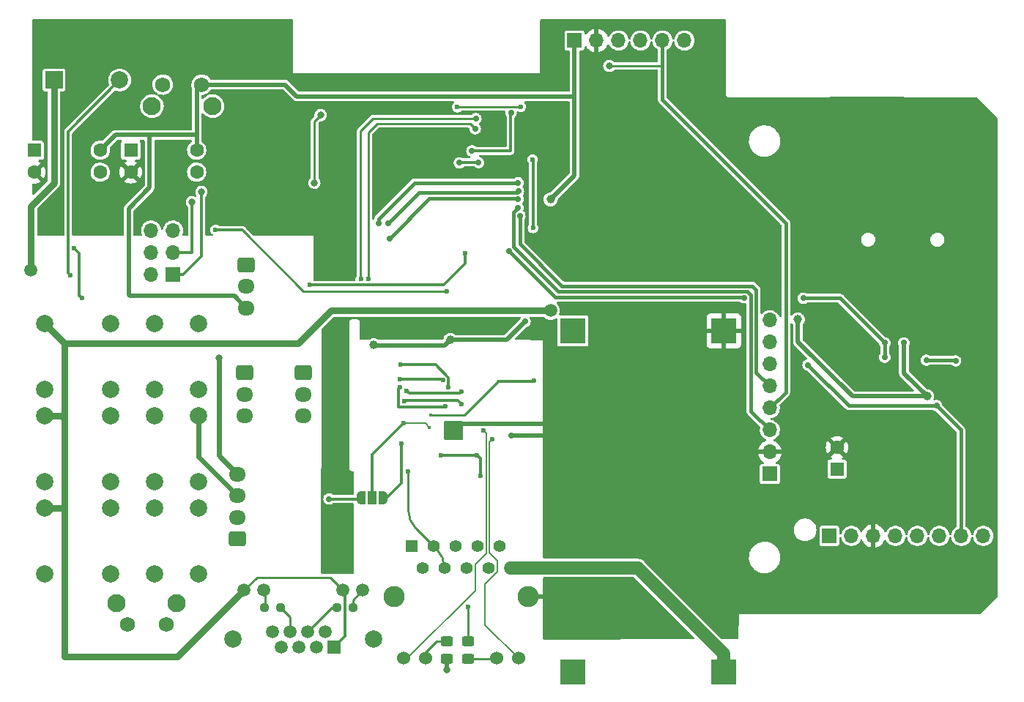
<source format=gbr>
%TF.GenerationSoftware,KiCad,Pcbnew,(6.0.5)*%
%TF.CreationDate,2022-09-05T15:54:14+03:00*%
%TF.ProjectId,KartliGecis_v1,4b617274-6c69-4476-9563-69735f76312e,v1.0*%
%TF.SameCoordinates,Original*%
%TF.FileFunction,Copper,L2,Bot*%
%TF.FilePolarity,Positive*%
%FSLAX46Y46*%
G04 Gerber Fmt 4.6, Leading zero omitted, Abs format (unit mm)*
G04 Created by KiCad (PCBNEW (6.0.5)) date 2022-09-05 15:54:14*
%MOMM*%
%LPD*%
G01*
G04 APERTURE LIST*
G04 Aperture macros list*
%AMRoundRect*
0 Rectangle with rounded corners*
0 $1 Rounding radius*
0 $2 $3 $4 $5 $6 $7 $8 $9 X,Y pos of 4 corners*
0 Add a 4 corners polygon primitive as box body*
4,1,4,$2,$3,$4,$5,$6,$7,$8,$9,$2,$3,0*
0 Add four circle primitives for the rounded corners*
1,1,$1+$1,$2,$3*
1,1,$1+$1,$4,$5*
1,1,$1+$1,$6,$7*
1,1,$1+$1,$8,$9*
0 Add four rect primitives between the rounded corners*
20,1,$1+$1,$2,$3,$4,$5,0*
20,1,$1+$1,$4,$5,$6,$7,0*
20,1,$1+$1,$6,$7,$8,$9,0*
20,1,$1+$1,$8,$9,$2,$3,0*%
%AMFreePoly0*
4,1,22,0.550000,-0.750000,0.000000,-0.750000,0.000000,-0.745033,-0.079941,-0.743568,-0.215256,-0.701293,-0.333266,-0.622738,-0.424486,-0.514219,-0.481581,-0.384460,-0.499164,-0.250000,-0.500000,-0.250000,-0.500000,0.250000,-0.499164,0.250000,-0.499963,0.256109,-0.478152,0.396186,-0.417904,0.524511,-0.324060,0.630769,-0.204165,0.706417,-0.067858,0.745374,0.000000,0.744959,0.000000,0.750000,
0.550000,0.750000,0.550000,-0.750000,0.550000,-0.750000,$1*%
%AMFreePoly1*
4,1,20,0.000000,0.744959,0.073905,0.744508,0.209726,0.703889,0.328688,0.626782,0.421226,0.519385,0.479903,0.390333,0.500000,0.250000,0.500000,-0.250000,0.499851,-0.262216,0.476331,-0.402017,0.414519,-0.529596,0.319384,-0.634700,0.198574,-0.708877,0.061801,-0.746166,0.000000,-0.745033,0.000000,-0.750000,-0.550000,-0.750000,-0.550000,0.750000,0.000000,0.750000,0.000000,0.744959,
0.000000,0.744959,$1*%
G04 Aperture macros list end*
%TA.AperFunction,ComponentPad*%
%ADD10R,2.000000X2.000000*%
%TD*%
%TA.AperFunction,ComponentPad*%
%ADD11C,2.000000*%
%TD*%
%TA.AperFunction,ComponentPad*%
%ADD12R,1.500000X1.500000*%
%TD*%
%TA.AperFunction,ComponentPad*%
%ADD13C,1.500000*%
%TD*%
%TA.AperFunction,ComponentPad*%
%ADD14C,2.100000*%
%TD*%
%TA.AperFunction,ComponentPad*%
%ADD15C,1.750000*%
%TD*%
%TA.AperFunction,ComponentPad*%
%ADD16C,2.445000*%
%TD*%
%TA.AperFunction,ComponentPad*%
%ADD17R,1.408000X1.408000*%
%TD*%
%TA.AperFunction,ComponentPad*%
%ADD18C,1.408000*%
%TD*%
%TA.AperFunction,ComponentPad*%
%ADD19C,1.524000*%
%TD*%
%TA.AperFunction,ComponentPad*%
%ADD20R,1.700000X1.700000*%
%TD*%
%TA.AperFunction,ComponentPad*%
%ADD21O,1.700000X1.700000*%
%TD*%
%TA.AperFunction,ComponentPad*%
%ADD22RoundRect,0.250000X-0.725000X0.600000X-0.725000X-0.600000X0.725000X-0.600000X0.725000X0.600000X0*%
%TD*%
%TA.AperFunction,ComponentPad*%
%ADD23O,1.950000X1.700000*%
%TD*%
%TA.AperFunction,ComponentPad*%
%ADD24R,1.600000X1.600000*%
%TD*%
%TA.AperFunction,ComponentPad*%
%ADD25C,1.600000*%
%TD*%
%TA.AperFunction,ComponentPad*%
%ADD26R,3.000000X3.000000*%
%TD*%
%TA.AperFunction,ComponentPad*%
%ADD27RoundRect,0.250000X0.725000X-0.600000X0.725000X0.600000X-0.725000X0.600000X-0.725000X-0.600000X0*%
%TD*%
%TA.AperFunction,SMDPad,CuDef*%
%ADD28FreePoly0,180.000000*%
%TD*%
%TA.AperFunction,SMDPad,CuDef*%
%ADD29R,1.000000X1.500000*%
%TD*%
%TA.AperFunction,SMDPad,CuDef*%
%ADD30FreePoly1,180.000000*%
%TD*%
%TA.AperFunction,SMDPad,CuDef*%
%ADD31RoundRect,0.250000X-0.450000X0.325000X-0.450000X-0.325000X0.450000X-0.325000X0.450000X0.325000X0*%
%TD*%
%TA.AperFunction,SMDPad,CuDef*%
%ADD32RoundRect,0.237500X-0.250000X-0.237500X0.250000X-0.237500X0.250000X0.237500X-0.250000X0.237500X0*%
%TD*%
%TA.AperFunction,SMDPad,CuDef*%
%ADD33RoundRect,0.237500X0.250000X0.237500X-0.250000X0.237500X-0.250000X-0.237500X0.250000X-0.237500X0*%
%TD*%
%TA.AperFunction,ViaPad*%
%ADD34C,0.800000*%
%TD*%
%TA.AperFunction,ViaPad*%
%ADD35C,0.700000*%
%TD*%
%TA.AperFunction,ViaPad*%
%ADD36C,1.000000*%
%TD*%
%TA.AperFunction,ViaPad*%
%ADD37C,0.600000*%
%TD*%
%TA.AperFunction,ViaPad*%
%ADD38C,1.500000*%
%TD*%
%TA.AperFunction,ViaPad*%
%ADD39C,0.400000*%
%TD*%
%TA.AperFunction,Conductor*%
%ADD40C,0.500000*%
%TD*%
%TA.AperFunction,Conductor*%
%ADD41C,0.250000*%
%TD*%
%TA.AperFunction,Conductor*%
%ADD42C,0.300000*%
%TD*%
%TA.AperFunction,Conductor*%
%ADD43C,0.400000*%
%TD*%
%TA.AperFunction,Conductor*%
%ADD44C,0.800000*%
%TD*%
%TA.AperFunction,Conductor*%
%ADD45C,1.500000*%
%TD*%
%TA.AperFunction,Conductor*%
%ADD46C,0.200000*%
%TD*%
%TA.AperFunction,Conductor*%
%ADD47C,0.600000*%
%TD*%
G04 APERTURE END LIST*
D10*
%TO.P,BZ1,1,+*%
%TO.N,+5V*%
X58166000Y-49784000D03*
D11*
%TO.P,BZ1,2*%
%TO.N,/Power_Relay_SDCard_Screen_RFID/uln_buzzer*%
X65766000Y-49784000D03*
%TD*%
D12*
%TO.P,J2,1*%
%TO.N,+5V*%
X90576400Y-115366800D03*
D13*
%TO.P,J2,2*%
%TO.N,GND*%
X89556400Y-113586800D03*
%TO.P,J2,3*%
%TO.N,unconnected-(J2-Pad3)*%
X88536400Y-115366800D03*
%TO.P,J2,4*%
%TO.N,MASTER_RX*%
X87516400Y-113586800D03*
%TO.P,J2,5*%
%TO.N,unconnected-(J2-Pad5)*%
X86496400Y-115366800D03*
%TO.P,J2,6*%
%TO.N,MASTER_TX*%
X85476400Y-113586800D03*
%TO.P,J2,7*%
%TO.N,unconnected-(J2-Pad7)*%
X84456400Y-115366800D03*
%TO.P,J2,8*%
%TO.N,unconnected-(J2-Pad8)*%
X83436400Y-113586800D03*
%TO.P,J2,9*%
%TO.N,Net-(J2-Pad9)*%
X93876400Y-108766800D03*
%TO.P,J2,10*%
%TO.N,+5V*%
X91586400Y-108766800D03*
%TO.P,J2,11*%
%TO.N,Net-(J2-Pad11)*%
X82446400Y-108766800D03*
%TO.P,J2,12*%
%TO.N,+5V*%
X80156400Y-108766800D03*
D11*
%TO.P,J2,SH*%
%TO.N,GND*%
X95146400Y-114476800D03*
X78886400Y-114476800D03*
%TD*%
D14*
%TO.P,SW1,*%
%TO.N,*%
X72370000Y-110260600D03*
X65360000Y-110260600D03*
D15*
%TO.P,SW1,1*%
%TO.N,ESP_RST*%
X71120000Y-112750600D03*
%TO.P,SW1,2*%
%TO.N,GND*%
X66620000Y-112750600D03*
%TD*%
D14*
%TO.P,SW2,*%
%TO.N,*%
X69489000Y-52807400D03*
X76499000Y-52807400D03*
D15*
%TO.P,SW2,1*%
%TO.N,/ESP32_POE_ETHERNET/IN1_BTNCONFIG*%
X70739000Y-50317400D03*
%TO.P,SW2,2*%
%TO.N,+3V3*%
X75239000Y-50317400D03*
%TD*%
D16*
%TO.P,U2,GND1,GND1*%
%TO.N,Net-(C12-Pad1)*%
X97461800Y-109522800D03*
%TO.P,U2,GND2,GND2*%
%TO.N,GND*%
X112951800Y-109522800D03*
D17*
%TO.P,U2,P1,RX+*%
%TO.N,/ESP32_POE_ETHERNET/RXP*%
X99491800Y-103682800D03*
D18*
%TO.P,U2,P2,RX-*%
%TO.N,/ESP32_POE_ETHERNET/RXN*%
X100761800Y-106222800D03*
%TO.P,U2,P3,RXCT*%
%TO.N,Net-(C1-Pad2)*%
X102031800Y-103682800D03*
%TO.P,U2,P4,TXCT*%
X103301800Y-106222800D03*
%TO.P,U2,P5,TX+*%
%TO.N,/ESP32_POE_ETHERNET/TXP*%
X104571800Y-103682800D03*
%TO.P,U2,P6,TX-*%
%TO.N,/ESP32_POE_ETHERNET/TXN*%
X105841800Y-106222800D03*
%TO.P,U2,P7*%
%TO.N,N/C*%
X107111800Y-103682800D03*
%TO.P,U2,P8*%
X108381800Y-106222800D03*
%TO.P,U2,P9,V+*%
%TO.N,/ESP32_POE_ETHERNET/PoE+*%
X109651800Y-103682800D03*
%TO.P,U2,P10,V-*%
%TO.N,/ESP32_POE_ETHERNET/PoE-*%
X110921800Y-106222800D03*
D19*
%TO.P,U2,P11,Y+*%
%TO.N,/ESP32_POE_ETHERNET/REGOFF\u005Cyellow+*%
X98581800Y-116652800D03*
%TO.P,U2,P12,Y-*%
%TO.N,Net-(R14-Pad1)*%
X101121800Y-116652800D03*
%TO.P,U2,P13,G+*%
%TO.N,Net-(R6-Pad2)*%
X109291800Y-116652800D03*
%TO.P,U2,P14,G-*%
%TO.N,/ESP32_POE_ETHERNET/NINTSEL\u005CLinked*%
X111831800Y-116652800D03*
%TD*%
D20*
%TO.P,U8,1,3.3V*%
%TO.N,+3V3*%
X147802600Y-102514400D03*
D21*
%TO.P,U8,2,RST*%
%TO.N,Net-(JP6-Pad1)*%
X150342600Y-102514400D03*
%TO.P,U8,3,GND*%
%TO.N,GND*%
X152882600Y-102514400D03*
%TO.P,U8,4,IRQ*%
%TO.N,unconnected-(U8-Pad4)*%
X155422600Y-102514400D03*
%TO.P,U8,5,MISO*%
%TO.N,HMISO\u005C12*%
X157962600Y-102514400D03*
%TO.P,U8,6,MOSI*%
%TO.N,HMOSI\u005C13*%
X160502600Y-102514400D03*
%TO.P,U8,7,SCK*%
%TO.N,HSCK\u005C14*%
X163042600Y-102514400D03*
%TO.P,U8,8,SDA*%
%TO.N,/ESP32_POE_ETHERNET/CS_RFID\u005C5*%
X165582600Y-102514400D03*
%TD*%
D22*
%TO.P,J7,1,Pin_1*%
%TO.N,Net-(J7-Pad1)*%
X87020400Y-83656800D03*
D23*
%TO.P,J7,2,Pin_2*%
%TO.N,Net-(J7-Pad2)*%
X87020400Y-86156800D03*
%TO.P,J7,3,Pin_3*%
%TO.N,Net-(J7-Pad3)*%
X87020400Y-88656800D03*
%TD*%
D24*
%TO.P,U7,1*%
%TO.N,Net-(RM3-Pad3.2)*%
X67046000Y-57902000D03*
D25*
%TO.P,U7,2*%
%TO.N,GND*%
X67046000Y-60442000D03*
%TO.P,U7,3*%
%TO.N,/ESP32_POE_ETHERNET/INB*%
X74666000Y-60442000D03*
%TO.P,U7,4*%
%TO.N,+3V3*%
X74666000Y-57902000D03*
%TD*%
D22*
%TO.P,J5,1,Pin_1*%
%TO.N,Net-(J5-Pad1)*%
X80230200Y-83656800D03*
D23*
%TO.P,J5,2,Pin_2*%
%TO.N,Net-(J5-Pad2)*%
X80230200Y-86156800D03*
%TO.P,J5,3,Pin_3*%
%TO.N,Net-(J5-Pad3)*%
X80230200Y-88656800D03*
%TD*%
D24*
%TO.P,U6,1*%
%TO.N,Net-(RM3-Pad1.2)*%
X55890000Y-57912000D03*
D25*
%TO.P,U6,2*%
%TO.N,GND*%
X55890000Y-60452000D03*
%TO.P,U6,3*%
%TO.N,/ESP32_POE_ETHERNET/INA*%
X63510000Y-60452000D03*
%TO.P,U6,4*%
%TO.N,+3V3*%
X63510000Y-57912000D03*
%TD*%
D11*
%TO.P,K2,1*%
%TO.N,+5V*%
X57074100Y-88599900D03*
%TO.P,K2,4*%
%TO.N,/Power_Relay_SDCard_Screen_RFID/COM*%
X64694100Y-88599900D03*
%TO.P,K2,6*%
%TO.N,unconnected-(K2-Pad6)*%
X69774100Y-88599900D03*
%TO.P,K2,8*%
%TO.N,/Power_Relay_SDCard_Screen_RFID/Role_Cikis*%
X74854100Y-88599900D03*
%TO.P,K2,9*%
%TO.N,Net-(J7-Pad3)*%
X74854100Y-96219900D03*
%TO.P,K2,11*%
%TO.N,Net-(J7-Pad2)*%
X69774100Y-96219900D03*
%TO.P,K2,13*%
%TO.N,Net-(J7-Pad1)*%
X64694100Y-96219900D03*
%TO.P,K2,16*%
%TO.N,Net-(D4-Pad1)*%
X57074100Y-96219900D03*
%TD*%
D20*
%TO.P,J1,1,Pin_1*%
%TO.N,+3V3*%
X118338600Y-45212000D03*
D21*
%TO.P,J1,2,Pin_2*%
%TO.N,GND*%
X120878600Y-45212000D03*
%TO.P,J1,3,Pin_3*%
%TO.N,MASTER_TX*%
X123418600Y-45212000D03*
%TO.P,J1,4,Pin_4*%
%TO.N,MASTER_RX*%
X125958600Y-45212000D03*
%TO.P,J1,5,Pin_5*%
%TO.N,ESP_RST*%
X128498600Y-45212000D03*
%TO.P,J1,6,Pin_6*%
%TO.N,/ESP32_POE_ETHERNET/IO0\u005CEMAC_RX_CLK*%
X131038600Y-45212000D03*
%TD*%
D22*
%TO.P,J3,1,Pin_1*%
%TO.N,Net-(J3-Pad1)*%
X80416600Y-71170800D03*
D23*
%TO.P,J3,2,Pin_2*%
%TO.N,Net-(J3-Pad2)*%
X80416600Y-73670800D03*
%TO.P,J3,3,Pin_3*%
%TO.N,+3V3*%
X80416600Y-76170800D03*
%TD*%
D26*
%TO.P,U5,1,IN+*%
%TO.N,/ESP32_POE_ETHERNET/PoE+*%
X118148000Y-118297000D03*
%TO.P,U5,2,IN-*%
%TO.N,/ESP32_POE_ETHERNET/PoE-*%
X135598000Y-118297000D03*
%TO.P,U5,3,OUT-*%
%TO.N,GND*%
X135598000Y-78807000D03*
%TO.P,U5,4,OUT+*%
%TO.N,+5V*%
X118148000Y-78807000D03*
%TD*%
D27*
%TO.P,J8,1,Pin_1*%
%TO.N,/Power_Relay_SDCard_Screen_RFID/COM*%
X79366600Y-102859200D03*
D23*
%TO.P,J8,2,Pin_2*%
%TO.N,/Power_Relay_SDCard_Screen_RFID/Role_Acil_Cikis*%
X79366600Y-100359200D03*
%TO.P,J8,3,Pin_3*%
%TO.N,/Power_Relay_SDCard_Screen_RFID/Role_Cikis*%
X79366600Y-97859200D03*
%TO.P,J8,4,Pin_4*%
%TO.N,/Power_Relay_SDCard_Screen_RFID/Role_Giris*%
X79366600Y-95359200D03*
%TD*%
D11*
%TO.P,K3,1*%
%TO.N,+5V*%
X57069100Y-99267900D03*
%TO.P,K3,4*%
%TO.N,/Power_Relay_SDCard_Screen_RFID/COM*%
X64689100Y-99267900D03*
%TO.P,K3,6*%
%TO.N,/Power_Relay_SDCard_Screen_RFID/Role_Acil_Cikis*%
X69769100Y-99267900D03*
%TO.P,K3,8*%
%TO.N,unconnected-(K3-Pad8)*%
X74849100Y-99267900D03*
%TO.P,K3,9*%
%TO.N,unconnected-(K3-Pad9)*%
X74849100Y-106887900D03*
%TO.P,K3,11*%
%TO.N,unconnected-(K3-Pad11)*%
X69769100Y-106887900D03*
%TO.P,K3,13*%
%TO.N,unconnected-(K3-Pad13)*%
X64689100Y-106887900D03*
%TO.P,K3,16*%
%TO.N,Net-(D5-Pad1)*%
X57069100Y-106887900D03*
%TD*%
%TO.P,K1,1*%
%TO.N,+5V*%
X57094500Y-77931900D03*
%TO.P,K1,4*%
%TO.N,/Power_Relay_SDCard_Screen_RFID/COM*%
X64714500Y-77931900D03*
%TO.P,K1,6*%
%TO.N,unconnected-(K1-Pad6)*%
X69794500Y-77931900D03*
%TO.P,K1,8*%
%TO.N,/Power_Relay_SDCard_Screen_RFID/Role_Giris*%
X74874500Y-77931900D03*
%TO.P,K1,9*%
%TO.N,Net-(J5-Pad3)*%
X74874500Y-85551900D03*
%TO.P,K1,11*%
%TO.N,Net-(J5-Pad2)*%
X69794500Y-85551900D03*
%TO.P,K1,13*%
%TO.N,Net-(J5-Pad1)*%
X64714500Y-85551900D03*
%TO.P,K1,16*%
%TO.N,Net-(D3-Pad1)*%
X57094500Y-85551900D03*
%TD*%
D20*
%TO.P,U10,1,VCC*%
%TO.N,+5V*%
X140919200Y-95353600D03*
D21*
%TO.P,U10,2,GND*%
%TO.N,GND*%
X140919200Y-92813600D03*
%TO.P,U10,3,CS*%
%TO.N,/ESP32_POE_ETHERNET/CS_EKRAN*%
X140919200Y-90273600D03*
%TO.P,U10,4,RESET*%
%TO.N,ESP_RST*%
X140919200Y-87733600D03*
%TO.P,U10,5,DC/RS*%
%TO.N,/ESP32_POE_ETHERNET/EKRAN_DC_RS*%
X140919200Y-85193600D03*
%TO.P,U10,6,MOSI/SDI*%
%TO.N,HMOSI\u005C13*%
X140919200Y-82653600D03*
%TO.P,U10,7,SCK*%
%TO.N,HSCK\u005C14*%
X140919200Y-80113600D03*
%TO.P,U10,8,LED*%
%TO.N,+3V3*%
X140919200Y-77573600D03*
%TD*%
D24*
%TO.P,C23,1*%
%TO.N,+5V*%
X148691600Y-94778713D03*
D25*
%TO.P,C23,2*%
%TO.N,GND*%
X148691600Y-92278713D03*
%TD*%
D20*
%TO.P,J6,1,Pin_1*%
%TO.N,/ESP32_POE_ETHERNET/Role1*%
X71937800Y-72273400D03*
D21*
%TO.P,J6,2,Pin_2*%
%TO.N,Net-(J6-Pad2)*%
X69397800Y-72273400D03*
%TO.P,J6,3,Pin_3*%
%TO.N,/ESP32_POE_ETHERNET/Role2*%
X71937800Y-69733400D03*
%TO.P,J6,4,Pin_4*%
%TO.N,Net-(J6-Pad4)*%
X69397800Y-69733400D03*
%TO.P,J6,5,Pin_5*%
%TO.N,/ESP32_POE_ETHERNET/IO17\u005CRST_RFID*%
X71937800Y-67193400D03*
%TO.P,J6,6,Pin_6*%
%TO.N,Net-(J6-Pad6)*%
X69397800Y-67193400D03*
%TD*%
D28*
%TO.P,JP3,1,A*%
%TO.N,Net-(C13-Pad2)*%
X96245200Y-98145600D03*
D29*
%TO.P,JP3,2,C*%
%TO.N,/ESP32_POE_ETHERNET/RST_PHY*%
X94945200Y-98145600D03*
D30*
%TO.P,JP3,3,B*%
%TO.N,ESP_RST*%
X93645200Y-98145600D03*
%TD*%
D31*
%TO.P,R6,1*%
%TO.N,Net-(C7-Pad1)*%
X106019600Y-114672000D03*
%TO.P,R6,2*%
%TO.N,Net-(R6-Pad2)*%
X106019600Y-116722000D03*
%TD*%
%TO.P,R14,1*%
%TO.N,Net-(R14-Pad1)*%
X103581200Y-114697400D03*
%TO.P,R14,2*%
%TO.N,GND*%
X103581200Y-116747400D03*
%TD*%
D32*
%TO.P,R18,1*%
%TO.N,MASTER_RX*%
X90883100Y-110794800D03*
%TO.P,R18,2*%
%TO.N,Net-(J2-Pad9)*%
X92708100Y-110794800D03*
%TD*%
D33*
%TO.P,R19,1*%
%TO.N,MASTER_TX*%
X84326100Y-110794800D03*
%TO.P,R19,2*%
%TO.N,Net-(J2-Pad11)*%
X82501100Y-110794800D03*
%TD*%
D34*
%TO.N,GND*%
X62387346Y-66043981D03*
D35*
X91795600Y-95935800D03*
D34*
X103759000Y-90830400D03*
D35*
X106026132Y-78949732D03*
D34*
X103759000Y-89814400D03*
X103581200Y-118008400D03*
X105003600Y-89814400D03*
D36*
X115544600Y-95478600D03*
X118160800Y-70815200D03*
D35*
X129904226Y-71640500D03*
X129246918Y-70986164D03*
X115595400Y-91033600D03*
X111048800Y-90932000D03*
D36*
X123012200Y-109524800D03*
D35*
X80467200Y-53441600D03*
D34*
X158216600Y-77774800D03*
D36*
X163220400Y-66878200D03*
X163118800Y-76428600D03*
D34*
X110490000Y-50444400D03*
D35*
X81610200Y-48641000D03*
D34*
X65049400Y-65278000D03*
X89712800Y-68173600D03*
D35*
X91871800Y-99136200D03*
X115544600Y-89560400D03*
D34*
X93167200Y-50596800D03*
D36*
X57150000Y-66167000D03*
D37*
%TO.N,Net-(C1-Pad2)*%
X99110800Y-95046800D03*
D36*
%TO.N,+3V3*%
X115570000Y-63601600D03*
X144145000Y-77470000D03*
D35*
X156413200Y-80190500D03*
D36*
X159080200Y-86360000D03*
D34*
%TO.N,ESP_RST*%
X122351800Y-48158400D03*
X88265000Y-61671200D03*
D37*
X112115600Y-52857400D03*
D34*
X89001600Y-53848000D03*
D35*
X89966800Y-98247200D03*
D37*
X104800400Y-52933600D03*
%TO.N,Net-(C7-Pad1)*%
X102886277Y-93218000D03*
X106045000Y-110693200D03*
X107061000Y-93167200D03*
X107442000Y-95529400D03*
%TO.N,Net-(C13-Pad2)*%
X98348800Y-91846400D03*
D38*
%TO.N,+5V*%
X55499000Y-71755000D03*
X115570000Y-76454000D03*
D35*
%TO.N,HMOSI\u005C13*%
X159004000Y-82194400D03*
X162382200Y-82270600D03*
%TO.N,HSCK\u005C14*%
X160185700Y-87452200D03*
X145338800Y-82753200D03*
D39*
%TO.N,/ESP32_POE_ETHERNET/RST_PHY*%
X101549200Y-89966800D03*
D37*
X98552000Y-89509600D03*
%TO.N,Net-(R1-Pad1)*%
X98221800Y-82727800D03*
X103733600Y-85344000D03*
%TO.N,/ESP32_POE_ETHERNET/EMAC_MDIO*%
X98145600Y-84429600D03*
X103124000Y-84480400D03*
%TO.N,/ESP32_POE_ETHERNET/EMAC_RX_CRS_DV*%
X103367100Y-87492100D03*
X98196400Y-85318600D03*
%TO.N,/ESP32_POE_ETHERNET/EMAC_RXD1*%
X98958400Y-85725000D03*
X105242700Y-85852000D03*
%TO.N,/ESP32_POE_ETHERNET/EMAC_RXD0*%
X98704400Y-86944200D03*
X105242700Y-87279192D03*
D35*
%TO.N,Net-(R10-Pad1)*%
X95707200Y-66379498D03*
X111805606Y-61682294D03*
D37*
%TO.N,/ESP32_POE_ETHERNET/IO0\u005CEMAC_RX_CLK*%
X113538000Y-66903600D03*
X113487200Y-58978800D03*
D35*
%TO.N,Net-(R12-Pad1)*%
X96977200Y-68097400D03*
X111810800Y-63550800D03*
D37*
%TO.N,/ESP32_POE_ETHERNET/REGOFF\u005Cyellow+*%
X107797600Y-90348380D03*
%TO.N,/ESP32_POE_ETHERNET/NINTSEL\u005CLinked*%
X108839000Y-91338400D03*
D35*
%TO.N,/ESP32_POE_ETHERNET/EMAC_MDC*%
X106481620Y-57988989D03*
X110998000Y-53554500D03*
%TO.N,/ESP32_POE_ETHERNET/EMAC_TXD0*%
X105032609Y-59359800D03*
X107238800Y-59334400D03*
D37*
%TO.N,/ESP32_POE_ETHERNET/BUZZER\u005C2*%
X61391800Y-75006200D03*
X60452000Y-69215000D03*
X105664000Y-69850000D03*
X87731600Y-73507600D03*
D35*
%TO.N,/ESP32_POE_ETHERNET/CS_SD\u005C15*%
X154203400Y-81838800D03*
X144780000Y-75031600D03*
X137969377Y-74958211D03*
X110755305Y-69584695D03*
X154203400Y-80189799D03*
D37*
%TO.N,MASTER_TX*%
X93634561Y-72811639D03*
D35*
X106934000Y-54254400D03*
D37*
%TO.N,MASTER_RX*%
X94538800Y-72832700D03*
D35*
X106857800Y-55422800D03*
D37*
%TO.N,/ESP32_POE_ETHERNET/IO17\u005CRST_RFID*%
X76860400Y-67106800D03*
X103581200Y-74218800D03*
D35*
%TO.N,/ESP32_POE_ETHERNET/CS_EKRAN*%
X111810800Y-64566800D03*
%TO.N,/ESP32_POE_ETHERNET/EKRAN_DC_RS*%
X112014000Y-65481200D03*
D34*
%TO.N,/ESP32_POE_ETHERNET/Role2*%
X74117200Y-63906400D03*
%TO.N,/ESP32_POE_ETHERNET/Role1*%
X75209400Y-62738000D03*
%TO.N,/Power_Relay_SDCard_Screen_RFID/Role_Giris*%
X77216000Y-81904500D03*
D37*
%TO.N,/Power_Relay_SDCard_Screen_RFID/uln_buzzer*%
X60071000Y-72390000D03*
%TO.N,Net-(R7-Pad1)*%
X113652100Y-84582000D03*
D39*
X101701600Y-88544400D03*
D35*
%TO.N,Net-(R9-Pad1)*%
X111845524Y-62624307D03*
X96824800Y-66319400D03*
D36*
%TO.N,/ESP32_POE_ETHERNET/3V3_VLAN*%
X103987600Y-79857600D03*
X95148400Y-80441800D03*
D35*
X112623600Y-77724000D03*
%TD*%
D40*
%TO.N,GND*%
X123010200Y-109522800D02*
X123012200Y-109524800D01*
X105003600Y-89814400D02*
X105257600Y-89560400D01*
X103581200Y-116747400D02*
X103581200Y-118008400D01*
X129246918Y-70986164D02*
X129901254Y-71640500D01*
X111048800Y-90932000D02*
X115493800Y-90932000D01*
X115493800Y-90932000D02*
X115595400Y-91033600D01*
X105257600Y-89560400D02*
X115544600Y-89560400D01*
X129901254Y-71640500D02*
X129904226Y-71640500D01*
X112951800Y-109522800D02*
X123010200Y-109522800D01*
X103759000Y-89814400D02*
X105003600Y-89814400D01*
D41*
%TO.N,Net-(C1-Pad2)*%
X102031800Y-103682800D02*
X99989480Y-101640480D01*
X103301800Y-106195441D02*
X103301800Y-106222800D01*
X102031800Y-103682800D02*
X102423121Y-104074121D01*
X99110800Y-99519159D02*
X99110800Y-95046800D01*
X102423141Y-104074101D02*
G75*
G02*
X103301800Y-106195441I-2121341J-2121299D01*
G01*
X99110817Y-99519159D02*
G75*
G03*
X99989480Y-101640480I3000183J59D01*
G01*
D40*
%TO.N,+3V3*%
X150444200Y-86360000D02*
X159080200Y-86360000D01*
X65269511Y-56152489D02*
X63510000Y-57912000D01*
X74666000Y-50890400D02*
X75239000Y-50317400D01*
X118338600Y-60833000D02*
X115570000Y-63601600D01*
X156413200Y-80190500D02*
X156413200Y-83693000D01*
X86254080Y-51689000D02*
X118338600Y-51689000D01*
X69215000Y-62230000D02*
X69215000Y-56134000D01*
X118338600Y-45212000D02*
X118338600Y-60833000D01*
X156413200Y-83693000D02*
X159080200Y-86360000D01*
X66802000Y-64643000D02*
X69215000Y-62230000D01*
X80416600Y-76170800D02*
X78998000Y-74752200D01*
X144145000Y-77470000D02*
X144145000Y-80060800D01*
X75239000Y-50317400D02*
X84882480Y-50317400D01*
X84882480Y-50317400D02*
X86254080Y-51689000D01*
X66802000Y-74676000D02*
X66802000Y-64643000D01*
X66878200Y-74752200D02*
X66802000Y-74676000D01*
X144145000Y-80060800D02*
X150444200Y-86360000D01*
X74666000Y-56152489D02*
X65269511Y-56152489D01*
X78998000Y-74752200D02*
X66878200Y-74752200D01*
X74666000Y-57902000D02*
X74666000Y-50890400D01*
D42*
%TO.N,ESP_RST*%
X93543600Y-98247200D02*
X89966800Y-98247200D01*
D43*
X128498600Y-52070000D02*
X142748000Y-66319400D01*
D41*
X89001600Y-53848000D02*
X88290400Y-54559200D01*
D42*
X93645200Y-98145600D02*
X93543600Y-98247200D01*
D43*
X142748000Y-85904800D02*
X140919200Y-87733600D01*
D41*
X88290400Y-61645800D02*
X88265000Y-61671200D01*
X88290400Y-54559200D02*
X88290400Y-61645800D01*
X128498600Y-48158400D02*
X122351800Y-48158400D01*
X104800400Y-52933600D02*
X104876600Y-52857400D01*
D43*
X142748000Y-66319400D02*
X142748000Y-85904800D01*
D41*
X104876600Y-52857400D02*
X112115600Y-52857400D01*
D43*
X128498600Y-45212000D02*
X128498600Y-52070000D01*
D42*
%TO.N,Net-(C7-Pad1)*%
X107061000Y-93167200D02*
X107010200Y-93218000D01*
X107010200Y-93218000D02*
X102886277Y-93218000D01*
X107061000Y-93167200D02*
X107442000Y-93548200D01*
D41*
X106045000Y-110693200D02*
X106019600Y-110718600D01*
X106019600Y-110718600D02*
X106019600Y-114672000D01*
D42*
X107442000Y-93548200D02*
X107442000Y-95529400D01*
%TO.N,Net-(C13-Pad2)*%
X96617452Y-98145600D02*
X98348800Y-96414252D01*
X96245200Y-98145600D02*
X96617452Y-98145600D01*
X98348800Y-96414252D02*
X98348800Y-91846400D01*
D44*
%TO.N,+5V*%
X57074100Y-88599900D02*
X59059700Y-88599900D01*
X55499000Y-64389000D02*
X58166000Y-61722000D01*
D42*
X91821000Y-114122200D02*
X90576400Y-115366800D01*
D44*
X58166000Y-61722000D02*
X58166000Y-49784000D01*
D41*
X90134600Y-107315000D02*
X81608200Y-107315000D01*
D44*
X59385200Y-99491800D02*
X59385200Y-116484400D01*
D41*
X91586400Y-108766800D02*
X90134600Y-107315000D01*
D44*
X57069100Y-99267900D02*
X59161300Y-99267900D01*
X90195400Y-76454000D02*
X115570000Y-76454000D01*
X59385200Y-88925400D02*
X59385200Y-80222600D01*
X59161300Y-99267900D02*
X59385200Y-99491800D01*
X72438800Y-116484400D02*
X80156400Y-108766800D01*
X59385200Y-80222600D02*
X57094500Y-77931900D01*
D42*
X91821000Y-109001400D02*
X91821000Y-114122200D01*
D44*
X59385200Y-80222600D02*
X86426800Y-80222600D01*
X59385200Y-90957400D02*
X59385200Y-88925400D01*
D41*
X81608200Y-107315000D02*
X80156400Y-108766800D01*
D44*
X59385200Y-90957400D02*
X59385200Y-99491800D01*
X86426800Y-80222600D02*
X90195400Y-76454000D01*
X55499000Y-71755000D02*
X55499000Y-64389000D01*
X59059700Y-88599900D02*
X59385200Y-88925400D01*
D42*
X91795600Y-108976000D02*
X91821000Y-109001400D01*
D44*
X59385200Y-116484400D02*
X72438800Y-116484400D01*
D45*
%TO.N,/ESP32_POE_ETHERNET/PoE-*%
X110921800Y-106222800D02*
X116586000Y-106222800D01*
X125653800Y-106222800D02*
X135598000Y-116167000D01*
X116586000Y-106222800D02*
X125653800Y-106222800D01*
X135598000Y-116167000D02*
X135598000Y-118297000D01*
D43*
%TO.N,HMOSI\u005C13*%
X162382200Y-82270600D02*
X162306000Y-82194400D01*
X162306000Y-82194400D02*
X159004000Y-82194400D01*
%TO.N,HSCK\u005C14*%
X160185700Y-87452200D02*
X150037800Y-87452200D01*
X150037800Y-87452200D02*
X145338800Y-82753200D01*
X160185700Y-87452200D02*
X162976200Y-90242700D01*
X162976200Y-90242700D02*
X162976200Y-102448000D01*
X162976200Y-102448000D02*
X163042600Y-102514400D01*
D46*
%TO.N,/ESP32_POE_ETHERNET/RST_PHY*%
X98552000Y-89509600D02*
X101092000Y-89509600D01*
D42*
X94945200Y-93116400D02*
X98552000Y-89509600D01*
X94945200Y-98145600D02*
X94945200Y-93116400D01*
D46*
X101092000Y-89509600D02*
X101549200Y-89966800D01*
D42*
%TO.N,Net-(R1-Pad1)*%
X103773501Y-84211367D02*
X102289934Y-82727800D01*
X103733600Y-85344000D02*
X103773501Y-85304099D01*
X103773501Y-85304099D02*
X103773501Y-84211367D01*
X102289934Y-82727800D02*
X98221800Y-82727800D01*
%TO.N,/ESP32_POE_ETHERNET/EMAC_MDIO*%
X103073200Y-84429600D02*
X98145600Y-84429600D01*
X103124000Y-84480400D02*
X103073200Y-84429600D01*
%TO.N,/ESP32_POE_ETHERNET/EMAC_RX_CRS_DV*%
X103254600Y-87604600D02*
X103367100Y-87492100D01*
X98196400Y-85318600D02*
X97987449Y-85527551D01*
X97987449Y-85527551D02*
X97987449Y-87604600D01*
X97987449Y-87604600D02*
X103254600Y-87604600D01*
%TO.N,/ESP32_POE_ETHERNET/EMAC_RXD1*%
X105242700Y-85852000D02*
X105064900Y-86029800D01*
X99263200Y-86029800D02*
X98958400Y-85725000D01*
X105064900Y-86029800D02*
X99263200Y-86029800D01*
%TO.N,/ESP32_POE_ETHERNET/EMAC_RXD0*%
X104806108Y-86842600D02*
X98806000Y-86842600D01*
X98806000Y-86842600D02*
X98704400Y-86944200D01*
X105242700Y-87279192D02*
X104806108Y-86842600D01*
D43*
%TO.N,Net-(R10-Pad1)*%
X99887106Y-61682294D02*
X111805606Y-61682294D01*
X95707200Y-65862200D02*
X99887106Y-61682294D01*
X95707200Y-66379498D02*
X95707200Y-65862200D01*
D42*
%TO.N,/ESP32_POE_ETHERNET/IO0\u005CEMAC_RX_CLK*%
X113538000Y-66903600D02*
X113538000Y-59029600D01*
X113538000Y-59029600D02*
X113487200Y-58978800D01*
D43*
%TO.N,Net-(R12-Pad1)*%
X96977200Y-68097400D02*
X101564850Y-63509750D01*
X101564850Y-63509750D02*
X111769750Y-63509750D01*
X111769750Y-63509750D02*
X111810800Y-63550800D01*
D41*
%TO.N,Net-(R14-Pad1)*%
X101121800Y-115972000D02*
X101121800Y-116652800D01*
X103581200Y-114697400D02*
X102396400Y-114697400D01*
X102396400Y-114697400D02*
X101121800Y-115972000D01*
D46*
%TO.N,/ESP32_POE_ETHERNET/REGOFF\u005Cyellow+*%
X99044000Y-116652800D02*
X106845311Y-108851489D01*
X108115311Y-104537131D02*
X108115311Y-90666091D01*
X106845311Y-105807131D02*
X108115311Y-104537131D01*
X98581800Y-116652800D02*
X99044000Y-116652800D01*
X106845311Y-108851489D02*
X106845311Y-105807131D01*
X108115311Y-90666091D02*
X107797600Y-90348380D01*
%TO.N,/ESP32_POE_ETHERNET/NINTSEL\u005CLinked*%
X109435311Y-105366080D02*
X108514831Y-104445600D01*
X109435311Y-106659180D02*
X109435311Y-105366080D01*
X108000800Y-112821800D02*
X108000800Y-108093691D01*
X108514831Y-91662569D02*
X108839000Y-91338400D01*
X108514831Y-104445600D02*
X108514831Y-91662569D01*
X108000800Y-108093691D02*
X109435311Y-106659180D01*
X111831800Y-116652800D02*
X108000800Y-112821800D01*
D42*
%TO.N,/ESP32_POE_ETHERNET/EMAC_MDC*%
X110947200Y-53605300D02*
X110947200Y-57988989D01*
X110947200Y-57988989D02*
X106481620Y-57988989D01*
X110998000Y-53554500D02*
X110947200Y-53605300D01*
%TO.N,/ESP32_POE_ETHERNET/EMAC_TXD0*%
X107213400Y-59309000D02*
X107238800Y-59334400D01*
X105083409Y-59309000D02*
X107213400Y-59309000D01*
X105032609Y-59359800D02*
X105083409Y-59309000D01*
%TO.N,/ESP32_POE_ETHERNET/BUZZER\u005C2*%
X103225600Y-73482200D02*
X87909400Y-73482200D01*
X105664000Y-69850000D02*
X105664000Y-71043800D01*
X61087000Y-74701400D02*
X61391800Y-75006200D01*
X105664000Y-71043800D02*
X103225600Y-73482200D01*
X60452000Y-69215000D02*
X61087000Y-69850000D01*
X61087000Y-69850000D02*
X61087000Y-74701400D01*
X87884000Y-73507600D02*
X87731600Y-73507600D01*
X87909400Y-73482200D02*
X87884000Y-73507600D01*
D43*
%TO.N,/ESP32_POE_ETHERNET/CS_SD\u005C15*%
X154203400Y-80189799D02*
X154203400Y-81838800D01*
X116104033Y-74933423D02*
X137944589Y-74933423D01*
X137944589Y-74933423D02*
X137969377Y-74958211D01*
X149098000Y-75082400D02*
X149047200Y-75031600D01*
X149098000Y-75084399D02*
X149098000Y-75082400D01*
X154178000Y-80164399D02*
X149098000Y-75084399D01*
X110755305Y-69584695D02*
X116104033Y-74933423D01*
X149047200Y-75031600D02*
X144780000Y-75031600D01*
D41*
%TO.N,Net-(J2-Pad9)*%
X92708100Y-109935100D02*
X93876400Y-108766800D01*
X92708100Y-110794800D02*
X92708100Y-109935100D01*
%TO.N,MASTER_TX*%
X85476400Y-111945100D02*
X84326100Y-110794800D01*
X93624400Y-72801478D02*
X93624400Y-55676800D01*
X93634561Y-72811639D02*
X93624400Y-72801478D01*
X95046800Y-54254400D02*
X106934000Y-54254400D01*
X93624400Y-55676800D02*
X95046800Y-54254400D01*
X85476400Y-113586800D02*
X85476400Y-111945100D01*
%TO.N,MASTER_RX*%
X106299000Y-54864000D02*
X106857800Y-55422800D01*
X94513400Y-72807300D02*
X94513400Y-55854600D01*
X94538800Y-72832700D02*
X94513400Y-72807300D01*
X94513400Y-55854600D02*
X95504000Y-54864000D01*
X90883100Y-110794800D02*
X90308400Y-110794800D01*
X95504000Y-54864000D02*
X106299000Y-54864000D01*
X90308400Y-110794800D02*
X87516400Y-113586800D01*
%TO.N,/ESP32_POE_ETHERNET/IO17\u005CRST_RFID*%
X87020400Y-74193400D02*
X103555800Y-74193400D01*
X79984600Y-67157600D02*
X87020400Y-74193400D01*
X103555800Y-74193400D02*
X103581200Y-74218800D01*
D42*
X76860400Y-67106800D02*
X76911200Y-67157600D01*
X76911200Y-67157600D02*
X79984600Y-67157600D01*
D43*
%TO.N,/ESP32_POE_ETHERNET/CS_EKRAN*%
X138304635Y-74208711D02*
X116439275Y-74208711D01*
X138722301Y-88076701D02*
X138722301Y-74626377D01*
X116439275Y-74208711D02*
X111264499Y-69033935D01*
X140919200Y-90273600D02*
X138722301Y-88076701D01*
X111264499Y-65113101D02*
X111810800Y-64566800D01*
X111264499Y-69033935D02*
X111264499Y-65113101D01*
X138722301Y-74626377D02*
X138304635Y-74208711D01*
%TO.N,/ESP32_POE_ETHERNET/EKRAN_DC_RS*%
X116890800Y-73609200D02*
X112014000Y-68732400D01*
X112014000Y-68732400D02*
X112014000Y-65481200D01*
X139321811Y-83596211D02*
X139321811Y-74043811D01*
X140919200Y-85193600D02*
X139321811Y-83596211D01*
X139321811Y-74043811D02*
X138887200Y-73609200D01*
X138887200Y-73609200D02*
X116890800Y-73609200D01*
D42*
%TO.N,/ESP32_POE_ETHERNET/Role2*%
X74142600Y-69733400D02*
X71937800Y-69733400D01*
X74142600Y-63931800D02*
X74142600Y-69733400D01*
X74117200Y-63906400D02*
X74142600Y-63931800D01*
%TO.N,/ESP32_POE_ETHERNET/Role1*%
X75209400Y-70151800D02*
X73087800Y-72273400D01*
X75209400Y-62738000D02*
X75209400Y-70151800D01*
X73087800Y-72273400D02*
X71937800Y-72273400D01*
D41*
%TO.N,Net-(J2-Pad11)*%
X82550000Y-108870400D02*
X82446400Y-108766800D01*
X82501100Y-110794800D02*
X82501100Y-110335700D01*
X82550000Y-110286800D02*
X82550000Y-108870400D01*
X82501100Y-110335700D02*
X82550000Y-110286800D01*
D47*
%TO.N,/Power_Relay_SDCard_Screen_RFID/Role_Cikis*%
X74854100Y-93346700D02*
X74854100Y-88599900D01*
X79366600Y-97859200D02*
X74854100Y-93346700D01*
%TO.N,/Power_Relay_SDCard_Screen_RFID/Role_Giris*%
X77216000Y-81904500D02*
X77216000Y-93208600D01*
X77216000Y-93208600D02*
X79366600Y-95359200D01*
D42*
%TO.N,/Power_Relay_SDCard_Screen_RFID/uln_buzzer*%
X59802489Y-72121489D02*
X59802489Y-55747511D01*
X59802489Y-55747511D02*
X65766000Y-49784000D01*
X60071000Y-72390000D02*
X59802489Y-72121489D01*
D41*
%TO.N,Net-(R6-Pad2)*%
X109222600Y-116722000D02*
X109291800Y-116652800D01*
X106019600Y-116722000D02*
X109222600Y-116722000D01*
D42*
%TO.N,Net-(R7-Pad1)*%
X109533821Y-84607400D02*
X113626700Y-84607400D01*
D41*
X105596821Y-88544400D02*
X101701600Y-88544400D01*
X109533821Y-84607400D02*
X105596821Y-88544400D01*
D42*
X113626700Y-84607400D02*
X113652100Y-84582000D01*
D43*
%TO.N,Net-(R9-Pad1)*%
X96824800Y-66319400D02*
X100380800Y-62763400D01*
X111706431Y-62763400D02*
X111845524Y-62624307D01*
X100380800Y-62763400D02*
X111706431Y-62763400D01*
D40*
%TO.N,/ESP32_POE_ETHERNET/3V3_VLAN*%
X95148400Y-80441800D02*
X95199200Y-80492600D01*
X103987600Y-79857600D02*
X110490000Y-79857600D01*
X103352600Y-80492600D02*
X103987600Y-79857600D01*
X95199200Y-80492600D02*
X103352600Y-80492600D01*
X110490000Y-79857600D02*
X112623600Y-77724000D01*
%TD*%
%TA.AperFunction,Conductor*%
%TO.N,GND*%
G36*
X125231286Y-107301302D02*
G01*
X125252260Y-107318205D01*
X132181438Y-114247383D01*
X132215464Y-114309695D01*
X132210399Y-114380510D01*
X132167852Y-114437346D01*
X132101332Y-114462157D01*
X132092946Y-114462477D01*
X114996011Y-114544268D01*
X114996010Y-114544268D01*
X114985800Y-114544317D01*
X114986326Y-114545659D01*
X114974249Y-114547393D01*
X114918061Y-114547102D01*
X114832957Y-114546660D01*
X114764941Y-114526305D01*
X114718727Y-114472409D01*
X114707611Y-114420721D01*
X114704338Y-107407359D01*
X114724308Y-107339229D01*
X114777942Y-107292711D01*
X114830338Y-107281300D01*
X125163165Y-107281300D01*
X125231286Y-107301302D01*
G37*
%TD.AperFunction*%
%TA.AperFunction,Conductor*%
G36*
X135777558Y-42746720D02*
G01*
X135824082Y-42800348D01*
X135835500Y-42852759D01*
X135835500Y-51406218D01*
X135834899Y-51418515D01*
X135834891Y-51418596D01*
X135831654Y-51429774D01*
X135832658Y-51441367D01*
X135835030Y-51468756D01*
X135835500Y-51479627D01*
X135835500Y-51489094D01*
X135836562Y-51494794D01*
X135836562Y-51494798D01*
X135836786Y-51496000D01*
X135838446Y-51508199D01*
X135841570Y-51544271D01*
X135846681Y-51554726D01*
X135847698Y-51558395D01*
X135849068Y-51561944D01*
X135851198Y-51573383D01*
X135857303Y-51583287D01*
X135870198Y-51604206D01*
X135876139Y-51614990D01*
X135892041Y-51647522D01*
X135900570Y-51655433D01*
X135902836Y-51658485D01*
X135905398Y-51661310D01*
X135911503Y-51671215D01*
X135920763Y-51678257D01*
X135923157Y-51680897D01*
X135935658Y-51703191D01*
X135940800Y-51707647D01*
X135940800Y-51714400D01*
X135949936Y-51714400D01*
X135975378Y-51724827D01*
X135976297Y-51725680D01*
X135987109Y-51729993D01*
X135990332Y-51732031D01*
X135993724Y-51733737D01*
X136002984Y-51740779D01*
X136014162Y-51744016D01*
X136014164Y-51744017D01*
X136037765Y-51750852D01*
X136049407Y-51754849D01*
X136074780Y-51764972D01*
X136074785Y-51764973D01*
X136083041Y-51768267D01*
X136089497Y-51768900D01*
X136092577Y-51768900D01*
X136095649Y-51769050D01*
X136095642Y-51769185D01*
X136102115Y-51769501D01*
X136102196Y-51769509D01*
X136113374Y-51772746D01*
X136124967Y-51771742D01*
X136152356Y-51769370D01*
X136163227Y-51768900D01*
X147723018Y-51768900D01*
X147735315Y-51769501D01*
X147735396Y-51769509D01*
X147746574Y-51772746D01*
X147758167Y-51771742D01*
X147785556Y-51769370D01*
X147796427Y-51768900D01*
X147805894Y-51768900D01*
X147811594Y-51767838D01*
X147811598Y-51767838D01*
X147812800Y-51767614D01*
X147824999Y-51765954D01*
X147838687Y-51764769D01*
X147861071Y-51762830D01*
X147871526Y-51757719D01*
X147875195Y-51756702D01*
X147878744Y-51755332D01*
X147890183Y-51753202D01*
X147905084Y-51744017D01*
X147921006Y-51734202D01*
X147931798Y-51728257D01*
X147933969Y-51727196D01*
X147989294Y-51714400D01*
X156296628Y-51714400D01*
X156345848Y-51728852D01*
X156347112Y-51725686D01*
X156348851Y-51726380D01*
X156354032Y-51728711D01*
X156354132Y-51728511D01*
X156355629Y-51729264D01*
X156357057Y-51730072D01*
X156358764Y-51730840D01*
X156364524Y-51733737D01*
X156373784Y-51740779D01*
X156384962Y-51744016D01*
X156384964Y-51744017D01*
X156408565Y-51750852D01*
X156420207Y-51754849D01*
X156445580Y-51764972D01*
X156445585Y-51764973D01*
X156453841Y-51768267D01*
X156460297Y-51768900D01*
X156463377Y-51768900D01*
X156466449Y-51769050D01*
X156466442Y-51769185D01*
X156472915Y-51769501D01*
X156472996Y-51769509D01*
X156484174Y-51772746D01*
X156495767Y-51771742D01*
X156523156Y-51769370D01*
X156534027Y-51768900D01*
X164746710Y-51768900D01*
X164814831Y-51788902D01*
X164835805Y-51805805D01*
X167139497Y-54109497D01*
X167172311Y-54166744D01*
X167206787Y-54298714D01*
X167209293Y-54310637D01*
X167230951Y-54445871D01*
X167254573Y-54593367D01*
X167259360Y-54623260D01*
X167260702Y-54635371D01*
X167278529Y-54922263D01*
X167277646Y-54940131D01*
X167277735Y-54946626D01*
X167275970Y-54957505D01*
X167278033Y-54968333D01*
X167278474Y-54970649D01*
X167280700Y-54994227D01*
X167280700Y-109476310D01*
X167260698Y-109544431D01*
X167243795Y-109565405D01*
X165289217Y-111519983D01*
X165226905Y-111554009D01*
X165200336Y-111556888D01*
X137365207Y-111604096D01*
X137365206Y-111604096D01*
X137347093Y-111604127D01*
X137346894Y-111617134D01*
X137305653Y-114314068D01*
X137284612Y-114381874D01*
X137230252Y-114427542D01*
X137180272Y-114438140D01*
X135908103Y-114444226D01*
X135427265Y-114446526D01*
X135359049Y-114426850D01*
X135337567Y-114409622D01*
X126447934Y-105519989D01*
X126438833Y-105509846D01*
X126417592Y-105483428D01*
X126413729Y-105478623D01*
X126409011Y-105474665D01*
X126409009Y-105474662D01*
X126373419Y-105444799D01*
X126369770Y-105441615D01*
X126367516Y-105439571D01*
X126365335Y-105437390D01*
X126330473Y-105408755D01*
X126329492Y-105407940D01*
X126259435Y-105349155D01*
X126254711Y-105345191D01*
X126249808Y-105342496D01*
X126245488Y-105338947D01*
X126240064Y-105336038D01*
X126240060Y-105336036D01*
X126159502Y-105292841D01*
X126158343Y-105292212D01*
X126072805Y-105245187D01*
X126067474Y-105243496D01*
X126062545Y-105240853D01*
X126056657Y-105239053D01*
X126056655Y-105239052D01*
X125969187Y-105212311D01*
X125967927Y-105211918D01*
X125874939Y-105182421D01*
X125869379Y-105181797D01*
X125864033Y-105180163D01*
X125857908Y-105179541D01*
X125857904Y-105179540D01*
X125798947Y-105173552D01*
X125766956Y-105170302D01*
X125765750Y-105170174D01*
X125713387Y-105164300D01*
X125709882Y-105164300D01*
X125708273Y-105164210D01*
X125702577Y-105163762D01*
X125663642Y-105159807D01*
X125663636Y-105159807D01*
X125657513Y-105159185D01*
X125609651Y-105163709D01*
X125609312Y-105163741D01*
X125597455Y-105164300D01*
X114829232Y-105164300D01*
X114761111Y-105144298D01*
X114735132Y-105114316D01*
X138499412Y-105114316D01*
X138535660Y-105380663D01*
X138536968Y-105385149D01*
X138536968Y-105385151D01*
X138551627Y-105435444D01*
X138610878Y-105638726D01*
X138723415Y-105882837D01*
X138725978Y-105886746D01*
X138868231Y-106103719D01*
X138868235Y-106103724D01*
X138870797Y-106107632D01*
X139049788Y-106308174D01*
X139256454Y-106480056D01*
X139260447Y-106482479D01*
X139449715Y-106597330D01*
X139486256Y-106619504D01*
X139490570Y-106621313D01*
X139490574Y-106621315D01*
X139729831Y-106721643D01*
X139734145Y-106723452D01*
X139994677Y-106789619D01*
X140217934Y-106812100D01*
X140377837Y-106812100D01*
X140380162Y-106811927D01*
X140380168Y-106811927D01*
X140573008Y-106797596D01*
X140573009Y-106797596D01*
X140577663Y-106797250D01*
X140582216Y-106796220D01*
X140582221Y-106796219D01*
X140835269Y-106738961D01*
X140835274Y-106738960D01*
X140839837Y-106737927D01*
X141090362Y-106640502D01*
X141323736Y-106507118D01*
X141534831Y-106340705D01*
X141719009Y-106144917D01*
X141872226Y-105924057D01*
X141890626Y-105886746D01*
X141989049Y-105687164D01*
X141989050Y-105687161D01*
X141991114Y-105682976D01*
X142073062Y-105426970D01*
X142080655Y-105380351D01*
X142112991Y-105181797D01*
X142116270Y-105161663D01*
X142119788Y-104892884D01*
X142083540Y-104626537D01*
X142080209Y-104615107D01*
X142027023Y-104432634D01*
X142008322Y-104368474D01*
X141895785Y-104124363D01*
X141825854Y-104017700D01*
X141750969Y-103903481D01*
X141750965Y-103903476D01*
X141748403Y-103899568D01*
X141606589Y-103740679D01*
X141572529Y-103702518D01*
X141572527Y-103702516D01*
X141569412Y-103699026D01*
X141377183Y-103539151D01*
X141366340Y-103530133D01*
X141366339Y-103530132D01*
X141362746Y-103527144D01*
X141198934Y-103427740D01*
X141136942Y-103390122D01*
X141136941Y-103390122D01*
X141132944Y-103387696D01*
X141128630Y-103385887D01*
X141128626Y-103385885D01*
X140889369Y-103285557D01*
X140885055Y-103283748D01*
X140624523Y-103217581D01*
X140401266Y-103195100D01*
X140241363Y-103195100D01*
X140239038Y-103195273D01*
X140239032Y-103195273D01*
X140046192Y-103209604D01*
X140046191Y-103209604D01*
X140041537Y-103209950D01*
X140036984Y-103210980D01*
X140036979Y-103210981D01*
X139783931Y-103268239D01*
X139783926Y-103268240D01*
X139779363Y-103269273D01*
X139528838Y-103366698D01*
X139295464Y-103500082D01*
X139291798Y-103502972D01*
X139291795Y-103502974D01*
X139252869Y-103533661D01*
X139084369Y-103666495D01*
X138900191Y-103862283D01*
X138746974Y-104083143D01*
X138744907Y-104087333D01*
X138744906Y-104087336D01*
X138672613Y-104233933D01*
X138628086Y-104324224D01*
X138546138Y-104580230D01*
X138545388Y-104584837D01*
X138545387Y-104584840D01*
X138538596Y-104626537D01*
X138502930Y-104845537D01*
X138499412Y-105114316D01*
X114735132Y-105114316D01*
X114714618Y-105090642D01*
X114703233Y-105038362D01*
X114701732Y-101821400D01*
X143669702Y-101821400D01*
X143689657Y-102049487D01*
X143691081Y-102054800D01*
X143691081Y-102054802D01*
X143709818Y-102124727D01*
X143748916Y-102270643D01*
X143751239Y-102275624D01*
X143751239Y-102275625D01*
X143843351Y-102473162D01*
X143843354Y-102473167D01*
X143845677Y-102478149D01*
X143977002Y-102665700D01*
X144138900Y-102827598D01*
X144143408Y-102830755D01*
X144143411Y-102830757D01*
X144155666Y-102839338D01*
X144326451Y-102958923D01*
X144331433Y-102961246D01*
X144331438Y-102961249D01*
X144528975Y-103053361D01*
X144533957Y-103055684D01*
X144539265Y-103057106D01*
X144539267Y-103057107D01*
X144749798Y-103113519D01*
X144749800Y-103113519D01*
X144755113Y-103114943D01*
X144854680Y-103123654D01*
X144923349Y-103129662D01*
X144923356Y-103129662D01*
X144926073Y-103129900D01*
X145040327Y-103129900D01*
X145043044Y-103129662D01*
X145043051Y-103129662D01*
X145111720Y-103123654D01*
X145211287Y-103114943D01*
X145216600Y-103113519D01*
X145216602Y-103113519D01*
X145427133Y-103057107D01*
X145427135Y-103057106D01*
X145432443Y-103055684D01*
X145437425Y-103053361D01*
X145634962Y-102961249D01*
X145634967Y-102961246D01*
X145639949Y-102958923D01*
X145810734Y-102839338D01*
X145822989Y-102830757D01*
X145822992Y-102830755D01*
X145827500Y-102827598D01*
X145989398Y-102665700D01*
X146120723Y-102478149D01*
X146123046Y-102473167D01*
X146123049Y-102473162D01*
X146215161Y-102275625D01*
X146215161Y-102275624D01*
X146217484Y-102270643D01*
X146256583Y-102124727D01*
X146275319Y-102054802D01*
X146275319Y-102054800D01*
X146276743Y-102049487D01*
X146296698Y-101821400D01*
X146278952Y-101618565D01*
X146644100Y-101618565D01*
X146644101Y-103410234D01*
X146644541Y-103413931D01*
X146644541Y-103413937D01*
X146645475Y-103421788D01*
X146647300Y-103437133D01*
X146693953Y-103542163D01*
X146775288Y-103623357D01*
X146880400Y-103669826D01*
X146897436Y-103671812D01*
X146903126Y-103672476D01*
X146903131Y-103672476D01*
X146906765Y-103672900D01*
X147794719Y-103672900D01*
X148698434Y-103672899D01*
X148702131Y-103672459D01*
X148702137Y-103672459D01*
X148715049Y-103670923D01*
X148725333Y-103669700D01*
X148830363Y-103623047D01*
X148911557Y-103541712D01*
X148958026Y-103436600D01*
X148960127Y-103418581D01*
X148960676Y-103413874D01*
X148960676Y-103413869D01*
X148961100Y-103410235D01*
X148961100Y-102789483D01*
X148981102Y-102721362D01*
X149034758Y-102674869D01*
X149105032Y-102664765D01*
X149169612Y-102694259D01*
X149209223Y-102758468D01*
X149244450Y-102897175D01*
X149244451Y-102897177D01*
X149245872Y-102902772D01*
X149248289Y-102908015D01*
X149284989Y-102987623D01*
X149335011Y-103096131D01*
X149457896Y-103270009D01*
X149483652Y-103295099D01*
X149601842Y-103410235D01*
X149610409Y-103418581D01*
X149615205Y-103421786D01*
X149615208Y-103421788D01*
X149732384Y-103500082D01*
X149787443Y-103536871D01*
X149792746Y-103539149D01*
X149792749Y-103539151D01*
X149977763Y-103618639D01*
X149983070Y-103620919D01*
X150037482Y-103633231D01*
X150185101Y-103666634D01*
X150185106Y-103666635D01*
X150190738Y-103667909D01*
X150196509Y-103668136D01*
X150196511Y-103668136D01*
X150257852Y-103670546D01*
X150403491Y-103676269D01*
X150409200Y-103675441D01*
X150409204Y-103675441D01*
X150608490Y-103646545D01*
X150608494Y-103646544D01*
X150614205Y-103645716D01*
X150815823Y-103577276D01*
X151001593Y-103473240D01*
X151035230Y-103445265D01*
X151160855Y-103340784D01*
X151165293Y-103337093D01*
X151301440Y-103173393D01*
X151395383Y-103005645D01*
X151446120Y-102955983D01*
X151515652Y-102941635D01*
X151581903Y-102967157D01*
X151622061Y-103019807D01*
X151664370Y-103124003D01*
X151669013Y-103133194D01*
X151780294Y-103314788D01*
X151786377Y-103323099D01*
X151925813Y-103484067D01*
X151933180Y-103491283D01*
X152097034Y-103627316D01*
X152105481Y-103633231D01*
X152289356Y-103740679D01*
X152298642Y-103745129D01*
X152497601Y-103821103D01*
X152507499Y-103823979D01*
X152610850Y-103845006D01*
X152624899Y-103843810D01*
X152628600Y-103833465D01*
X152628600Y-101197502D01*
X152624682Y-101184158D01*
X152610406Y-101182171D01*
X152571924Y-101188060D01*
X152561888Y-101190451D01*
X152359468Y-101256612D01*
X152349959Y-101260609D01*
X152161063Y-101358942D01*
X152152338Y-101364436D01*
X151982033Y-101492305D01*
X151974326Y-101499148D01*
X151827190Y-101653117D01*
X151820704Y-101661127D01*
X151700698Y-101837049D01*
X151695600Y-101846023D01*
X151616958Y-102015443D01*
X151570134Y-102068810D01*
X151501891Y-102088391D01*
X151433895Y-102067968D01*
X151389664Y-102018121D01*
X151388344Y-102015443D01*
X151334615Y-101906492D01*
X151207222Y-101735891D01*
X151050871Y-101591363D01*
X150870801Y-101477747D01*
X150673041Y-101398849D01*
X150667381Y-101397723D01*
X150667377Y-101397722D01*
X150469882Y-101358438D01*
X150469880Y-101358438D01*
X150464215Y-101357311D01*
X150458440Y-101357235D01*
X150458436Y-101357235D01*
X150351761Y-101355839D01*
X150251316Y-101354524D01*
X150245619Y-101355503D01*
X150245618Y-101355503D01*
X150047164Y-101389603D01*
X150047161Y-101389604D01*
X150041474Y-101390581D01*
X149841716Y-101464275D01*
X149658734Y-101573139D01*
X149498654Y-101713525D01*
X149366838Y-101880733D01*
X149364149Y-101885844D01*
X149364147Y-101885847D01*
X149336942Y-101937556D01*
X149267700Y-102069162D01*
X149258916Y-102097452D01*
X149207431Y-102263259D01*
X149168128Y-102322384D01*
X149103099Y-102350874D01*
X149032990Y-102339684D01*
X148980060Y-102292367D01*
X148961099Y-102225894D01*
X148961099Y-101618566D01*
X148957900Y-101591667D01*
X148911247Y-101486637D01*
X148829912Y-101405443D01*
X148814997Y-101398849D01*
X148778291Y-101382622D01*
X148724800Y-101358974D01*
X148707764Y-101356988D01*
X148702074Y-101356324D01*
X148702069Y-101356324D01*
X148698435Y-101355900D01*
X147810481Y-101355900D01*
X146906766Y-101355901D01*
X146903069Y-101356341D01*
X146903063Y-101356341D01*
X146891520Y-101357714D01*
X146879867Y-101359100D01*
X146774837Y-101405753D01*
X146693643Y-101487088D01*
X146647174Y-101592200D01*
X146646077Y-101601612D01*
X146644532Y-101614863D01*
X146644100Y-101618565D01*
X146278952Y-101618565D01*
X146276743Y-101593313D01*
X146272358Y-101576949D01*
X146218907Y-101377467D01*
X146218906Y-101377465D01*
X146217484Y-101372157D01*
X146213123Y-101362805D01*
X146123049Y-101169638D01*
X146123046Y-101169633D01*
X146120723Y-101164651D01*
X145989398Y-100977100D01*
X145827500Y-100815202D01*
X145822992Y-100812045D01*
X145822989Y-100812043D01*
X145744811Y-100757302D01*
X145639949Y-100683877D01*
X145634967Y-100681554D01*
X145634962Y-100681551D01*
X145437425Y-100589439D01*
X145437424Y-100589439D01*
X145432443Y-100587116D01*
X145427135Y-100585694D01*
X145427133Y-100585693D01*
X145216602Y-100529281D01*
X145216600Y-100529281D01*
X145211287Y-100527857D01*
X145111720Y-100519146D01*
X145043051Y-100513138D01*
X145043044Y-100513138D01*
X145040327Y-100512900D01*
X144926073Y-100512900D01*
X144923356Y-100513138D01*
X144923349Y-100513138D01*
X144854680Y-100519146D01*
X144755113Y-100527857D01*
X144749800Y-100529281D01*
X144749798Y-100529281D01*
X144539267Y-100585693D01*
X144539265Y-100585694D01*
X144533957Y-100587116D01*
X144528976Y-100589439D01*
X144528975Y-100589439D01*
X144331438Y-100681551D01*
X144331433Y-100681554D01*
X144326451Y-100683877D01*
X144221589Y-100757302D01*
X144143411Y-100812043D01*
X144143408Y-100812045D01*
X144138900Y-100815202D01*
X143977002Y-100977100D01*
X143845677Y-101164651D01*
X143843354Y-101169633D01*
X143843351Y-101169638D01*
X143753277Y-101362805D01*
X143748916Y-101372157D01*
X143747494Y-101377465D01*
X143747493Y-101377467D01*
X143694042Y-101576949D01*
X143689657Y-101593313D01*
X143669702Y-101821400D01*
X114701732Y-101821400D01*
X114697654Y-93081566D01*
X139587457Y-93081566D01*
X139617765Y-93216046D01*
X139620845Y-93225875D01*
X139700970Y-93423203D01*
X139705613Y-93432394D01*
X139816894Y-93613988D01*
X139822977Y-93622299D01*
X139962413Y-93783267D01*
X139969780Y-93790483D01*
X140133634Y-93926516D01*
X140142081Y-93932431D01*
X140189795Y-93960313D01*
X140238519Y-94011951D01*
X140251590Y-94081734D01*
X140224859Y-94147506D01*
X140166812Y-94188385D01*
X140126225Y-94195101D01*
X140023366Y-94195101D01*
X140019669Y-94195541D01*
X140019663Y-94195541D01*
X140008120Y-94196914D01*
X139996467Y-94198300D01*
X139891437Y-94244953D01*
X139810243Y-94326288D01*
X139763774Y-94431400D01*
X139762677Y-94440812D01*
X139761132Y-94454063D01*
X139760700Y-94457765D01*
X139760701Y-96249434D01*
X139763900Y-96276333D01*
X139810553Y-96381363D01*
X139891888Y-96462557D01*
X139997000Y-96509026D01*
X140014036Y-96511012D01*
X140019726Y-96511676D01*
X140019731Y-96511676D01*
X140023365Y-96512100D01*
X140911319Y-96512100D01*
X141815034Y-96512099D01*
X141818731Y-96511659D01*
X141818737Y-96511659D01*
X141831649Y-96510123D01*
X141841933Y-96508900D01*
X141946963Y-96462247D01*
X142028157Y-96380912D01*
X142074626Y-96275800D01*
X142076612Y-96258764D01*
X142077276Y-96253074D01*
X142077276Y-96253069D01*
X142077700Y-96249435D01*
X142077699Y-94457766D01*
X142074500Y-94430867D01*
X142027847Y-94325837D01*
X141946512Y-94244643D01*
X141841400Y-94198174D01*
X141824364Y-94196188D01*
X141818674Y-94195524D01*
X141818669Y-94195524D01*
X141815035Y-94195100D01*
X141714701Y-94195100D01*
X141646580Y-94175098D01*
X141600087Y-94121442D01*
X141589983Y-94051168D01*
X141619477Y-93986588D01*
X141641533Y-93966521D01*
X141688699Y-93932878D01*
X147583100Y-93932878D01*
X147583101Y-95624547D01*
X147586300Y-95651446D01*
X147632953Y-95756476D01*
X147714288Y-95837670D01*
X147819400Y-95884139D01*
X147836436Y-95886125D01*
X147842126Y-95886789D01*
X147842131Y-95886789D01*
X147845765Y-95887213D01*
X148684159Y-95887213D01*
X149537434Y-95887212D01*
X149541131Y-95886772D01*
X149541137Y-95886772D01*
X149554049Y-95885236D01*
X149564333Y-95884013D01*
X149669363Y-95837360D01*
X149750557Y-95756025D01*
X149797026Y-95650913D01*
X149799012Y-95633877D01*
X149799676Y-95628187D01*
X149799676Y-95628182D01*
X149800100Y-95624548D01*
X149800099Y-93932879D01*
X149799343Y-93926516D01*
X149798017Y-93915373D01*
X149796900Y-93905980D01*
X149750247Y-93800950D01*
X149668912Y-93719756D01*
X149563800Y-93673287D01*
X149546764Y-93671301D01*
X149541074Y-93670637D01*
X149541069Y-93670637D01*
X149537435Y-93670213D01*
X149370859Y-93670213D01*
X149302738Y-93650211D01*
X149256245Y-93596555D01*
X149246141Y-93526281D01*
X149275635Y-93461701D01*
X149317610Y-93430018D01*
X149343107Y-93418129D01*
X149352606Y-93412644D01*
X149404648Y-93376204D01*
X149413024Y-93365725D01*
X149405956Y-93352279D01*
X148704412Y-92650735D01*
X148690468Y-92643121D01*
X148688635Y-92643252D01*
X148682020Y-92647503D01*
X147976523Y-93353000D01*
X147970093Y-93364775D01*
X147979389Y-93376790D01*
X148030594Y-93412644D01*
X148040094Y-93418130D01*
X148065593Y-93430020D01*
X148118878Y-93476937D01*
X148138338Y-93545215D01*
X148117796Y-93613174D01*
X148063773Y-93659240D01*
X148012342Y-93670214D01*
X147845766Y-93670214D01*
X147842069Y-93670654D01*
X147842063Y-93670654D01*
X147830520Y-93672027D01*
X147818867Y-93673413D01*
X147713837Y-93720066D01*
X147632643Y-93801401D01*
X147586174Y-93906513D01*
X147585077Y-93915925D01*
X147583532Y-93929176D01*
X147583100Y-93932878D01*
X141688699Y-93932878D01*
X141794528Y-93857392D01*
X141802400Y-93850739D01*
X141953252Y-93700412D01*
X141959930Y-93692565D01*
X142084203Y-93519620D01*
X142089513Y-93510783D01*
X142183870Y-93319867D01*
X142187669Y-93310272D01*
X142249577Y-93106510D01*
X142251755Y-93096437D01*
X142253186Y-93085562D01*
X142250975Y-93071378D01*
X142237817Y-93067600D01*
X139602425Y-93067600D01*
X139588894Y-93071573D01*
X139587457Y-93081566D01*
X114697654Y-93081566D01*
X114691488Y-79868695D01*
X111844313Y-79862049D01*
X111579902Y-79861432D01*
X111511828Y-79841271D01*
X111465461Y-79787507D01*
X111455521Y-79717209D01*
X111485164Y-79652698D01*
X111491101Y-79646337D01*
X112746164Y-78391274D01*
X112807129Y-78357549D01*
X112840894Y-78349816D01*
X112840898Y-78349815D01*
X112848297Y-78348120D01*
X112919139Y-78312491D01*
X112983902Y-78279919D01*
X112983905Y-78279917D01*
X112990685Y-78276507D01*
X113111880Y-78172996D01*
X113166376Y-78097157D01*
X113200452Y-78049736D01*
X113200453Y-78049734D01*
X113204886Y-78043565D01*
X113216365Y-78015011D01*
X113261501Y-77902729D01*
X113264333Y-77895684D01*
X113286791Y-77737892D01*
X113286936Y-77724000D01*
X113284326Y-77702428D01*
X113268701Y-77573315D01*
X113268701Y-77573314D01*
X113267788Y-77565772D01*
X113259233Y-77543132D01*
X113214136Y-77423784D01*
X113214135Y-77423782D01*
X113211451Y-77416679D01*
X113207152Y-77410424D01*
X113207150Y-77410420D01*
X113172405Y-77359867D01*
X113150305Y-77292398D01*
X113168190Y-77223691D01*
X113220382Y-77175561D01*
X113276245Y-77162500D01*
X114722934Y-77162500D01*
X114791055Y-77182502D01*
X114804388Y-77193448D01*
X114804894Y-77192854D01*
X114926965Y-77296744D01*
X114962976Y-77327392D01*
X115144180Y-77428664D01*
X115341603Y-77492810D01*
X115547725Y-77517389D01*
X115553860Y-77516917D01*
X115553862Y-77516917D01*
X115748555Y-77501936D01*
X115748560Y-77501935D01*
X115754696Y-77501463D01*
X115760626Y-77499807D01*
X115760628Y-77499807D01*
X115908071Y-77458640D01*
X115954632Y-77445640D01*
X116010103Y-77417620D01*
X116134410Y-77354828D01*
X116134412Y-77354827D01*
X116139917Y-77352046D01*
X116144781Y-77348246D01*
X116145983Y-77347483D01*
X116214217Y-77327869D01*
X116282223Y-77348258D01*
X116328410Y-77402178D01*
X116339500Y-77453867D01*
X116339501Y-78933716D01*
X116339501Y-80352834D01*
X116339941Y-80356531D01*
X116339941Y-80356537D01*
X116340613Y-80362184D01*
X116342700Y-80379733D01*
X116389353Y-80484763D01*
X116470688Y-80565957D01*
X116575800Y-80612426D01*
X116592836Y-80614412D01*
X116598526Y-80615076D01*
X116598531Y-80615076D01*
X116602165Y-80615500D01*
X118134401Y-80615500D01*
X119693834Y-80615499D01*
X119697531Y-80615059D01*
X119697537Y-80615059D01*
X119710449Y-80613523D01*
X119720733Y-80612300D01*
X119825763Y-80565647D01*
X119906957Y-80484312D01*
X119953426Y-80379200D01*
X119955492Y-80361483D01*
X119956076Y-80356474D01*
X119956076Y-80356469D01*
X119956500Y-80352835D01*
X119956500Y-80351669D01*
X133590001Y-80351669D01*
X133590371Y-80358490D01*
X133595895Y-80409352D01*
X133599521Y-80424604D01*
X133644676Y-80545054D01*
X133653214Y-80560649D01*
X133729715Y-80662724D01*
X133742276Y-80675285D01*
X133844351Y-80751786D01*
X133859946Y-80760324D01*
X133980394Y-80805478D01*
X133995649Y-80809105D01*
X134046514Y-80814631D01*
X134053328Y-80815000D01*
X135325885Y-80815000D01*
X135341124Y-80810525D01*
X135342329Y-80809135D01*
X135344000Y-80801452D01*
X135344000Y-80796884D01*
X135852000Y-80796884D01*
X135856475Y-80812123D01*
X135857865Y-80813328D01*
X135865548Y-80814999D01*
X137142669Y-80814999D01*
X137149490Y-80814629D01*
X137200352Y-80809105D01*
X137215604Y-80805479D01*
X137336054Y-80760324D01*
X137351649Y-80751786D01*
X137453724Y-80675285D01*
X137466285Y-80662724D01*
X137542786Y-80560649D01*
X137551324Y-80545054D01*
X137596478Y-80424606D01*
X137600105Y-80409351D01*
X137605631Y-80358486D01*
X137606000Y-80351672D01*
X137606000Y-79079115D01*
X137601525Y-79063876D01*
X137600135Y-79062671D01*
X137592452Y-79061000D01*
X135870115Y-79061000D01*
X135854876Y-79065475D01*
X135853671Y-79066865D01*
X135852000Y-79074548D01*
X135852000Y-80796884D01*
X135344000Y-80796884D01*
X135344000Y-79079115D01*
X135339525Y-79063876D01*
X135338135Y-79062671D01*
X135330452Y-79061000D01*
X133608116Y-79061000D01*
X133592877Y-79065475D01*
X133591672Y-79066865D01*
X133590001Y-79074548D01*
X133590001Y-80351669D01*
X119956500Y-80351669D01*
X119956499Y-78534885D01*
X133590000Y-78534885D01*
X133594475Y-78550124D01*
X133595865Y-78551329D01*
X133603548Y-78553000D01*
X135325885Y-78553000D01*
X135341124Y-78548525D01*
X135342329Y-78547135D01*
X135344000Y-78539452D01*
X135344000Y-78534885D01*
X135852000Y-78534885D01*
X135856475Y-78550124D01*
X135857865Y-78551329D01*
X135865548Y-78553000D01*
X137587884Y-78553000D01*
X137603123Y-78548525D01*
X137604328Y-78547135D01*
X137605999Y-78539452D01*
X137605999Y-77262331D01*
X137605629Y-77255510D01*
X137600105Y-77204648D01*
X137596479Y-77189396D01*
X137551324Y-77068946D01*
X137542786Y-77053351D01*
X137466285Y-76951276D01*
X137453724Y-76938715D01*
X137351649Y-76862214D01*
X137336054Y-76853676D01*
X137215606Y-76808522D01*
X137200351Y-76804895D01*
X137149486Y-76799369D01*
X137142672Y-76799000D01*
X135870115Y-76799000D01*
X135854876Y-76803475D01*
X135853671Y-76804865D01*
X135852000Y-76812548D01*
X135852000Y-78534885D01*
X135344000Y-78534885D01*
X135344000Y-76817116D01*
X135339525Y-76801877D01*
X135338135Y-76800672D01*
X135330452Y-76799001D01*
X134053331Y-76799001D01*
X134046510Y-76799371D01*
X133995648Y-76804895D01*
X133980396Y-76808521D01*
X133859946Y-76853676D01*
X133844351Y-76862214D01*
X133742276Y-76938715D01*
X133729715Y-76951276D01*
X133653214Y-77053351D01*
X133644676Y-77068946D01*
X133599522Y-77189394D01*
X133595895Y-77204649D01*
X133590369Y-77255514D01*
X133590000Y-77262328D01*
X133590000Y-78534885D01*
X119956499Y-78534885D01*
X119956499Y-77261166D01*
X119955827Y-77255510D01*
X119954417Y-77243660D01*
X119953300Y-77234267D01*
X119906647Y-77129237D01*
X119825312Y-77048043D01*
X119720200Y-77001574D01*
X119703164Y-76999588D01*
X119697474Y-76998924D01*
X119697469Y-76998924D01*
X119693835Y-76998500D01*
X119553448Y-76998500D01*
X116679150Y-76998501D01*
X116611029Y-76978499D01*
X116564536Y-76924843D01*
X116554432Y-76854569D01*
X116559592Y-76832729D01*
X116568861Y-76804865D01*
X116607190Y-76689644D01*
X116633207Y-76483698D01*
X116633536Y-76460189D01*
X116633573Y-76457522D01*
X116633573Y-76457518D01*
X116633622Y-76454000D01*
X116616616Y-76280563D01*
X116613966Y-76253534D01*
X116613965Y-76253531D01*
X116613365Y-76247408D01*
X116553368Y-76048685D01*
X116455913Y-75865401D01*
X116399669Y-75796439D01*
X116328610Y-75709311D01*
X116328607Y-75709308D01*
X116324715Y-75704536D01*
X116319826Y-75700491D01*
X116276933Y-75665007D01*
X116237195Y-75606174D01*
X116235574Y-75535196D01*
X116272583Y-75474608D01*
X116336473Y-75443648D01*
X116357249Y-75441923D01*
X137473740Y-75441923D01*
X137541861Y-75461925D01*
X137558534Y-75474725D01*
X137585119Y-75498915D01*
X137651941Y-75535196D01*
X137697813Y-75560102D01*
X137725187Y-75574965D01*
X137879352Y-75615410D01*
X137960603Y-75616686D01*
X138031115Y-75617794D01*
X138031118Y-75617794D01*
X138038714Y-75617913D01*
X138046118Y-75616217D01*
X138046120Y-75616217D01*
X138059672Y-75613113D01*
X138130539Y-75617402D01*
X138187837Y-75659324D01*
X138213374Y-75725569D01*
X138213801Y-75735933D01*
X138213801Y-88005629D01*
X138212446Y-88017759D01*
X138212928Y-88017798D01*
X138212208Y-88026745D01*
X138210227Y-88035501D01*
X138212867Y-88078048D01*
X138213559Y-88089209D01*
X138213801Y-88097011D01*
X138213801Y-88113214D01*
X138214563Y-88118537D01*
X138215285Y-88123579D01*
X138216314Y-88133629D01*
X138219246Y-88180878D01*
X138222295Y-88189324D01*
X138222894Y-88192215D01*
X138227123Y-88209181D01*
X138227949Y-88212006D01*
X138229221Y-88220888D01*
X138248823Y-88263999D01*
X138252628Y-88273348D01*
X138268705Y-88317882D01*
X138274000Y-88325130D01*
X138275381Y-88327728D01*
X138284216Y-88342846D01*
X138285795Y-88345315D01*
X138289509Y-88353483D01*
X138295365Y-88360279D01*
X138320416Y-88389353D01*
X138326702Y-88397270D01*
X138331849Y-88404316D01*
X138331854Y-88404321D01*
X138334726Y-88408253D01*
X138345701Y-88419228D01*
X138352059Y-88426075D01*
X138384588Y-88463828D01*
X138392123Y-88468712D01*
X138398367Y-88474159D01*
X138410232Y-88483759D01*
X139769303Y-89842830D01*
X139803329Y-89905142D01*
X139800540Y-89969290D01*
X139782875Y-90026180D01*
X139782874Y-90026186D01*
X139781161Y-90031702D01*
X139756136Y-90243144D01*
X139770061Y-90455606D01*
X139771482Y-90461202D01*
X139771483Y-90461207D01*
X139799223Y-90570432D01*
X139822472Y-90661972D01*
X139824889Y-90667215D01*
X139861589Y-90746823D01*
X139911611Y-90855331D01*
X140034496Y-91029209D01*
X140187009Y-91177781D01*
X140191805Y-91180986D01*
X140191808Y-91180988D01*
X140332733Y-91275150D01*
X140364043Y-91296071D01*
X140369343Y-91298348D01*
X140369354Y-91298354D01*
X140414458Y-91317732D01*
X140469150Y-91363000D01*
X140490687Y-91430651D01*
X140472229Y-91499207D01*
X140419638Y-91546900D01*
X140403859Y-91553266D01*
X140396062Y-91555814D01*
X140386559Y-91559809D01*
X140197663Y-91658142D01*
X140188938Y-91663636D01*
X140018633Y-91791505D01*
X140010926Y-91798348D01*
X139863790Y-91952317D01*
X139857304Y-91960327D01*
X139737298Y-92136249D01*
X139732200Y-92145223D01*
X139642538Y-92338383D01*
X139638975Y-92348070D01*
X139583589Y-92547783D01*
X139585112Y-92556207D01*
X139597492Y-92559600D01*
X142237544Y-92559600D01*
X142251075Y-92555627D01*
X142252380Y-92546547D01*
X142210414Y-92379475D01*
X142207094Y-92369724D01*
X142169902Y-92284188D01*
X147379083Y-92284188D01*
X147398072Y-92501232D01*
X147399975Y-92512025D01*
X147456364Y-92722474D01*
X147460110Y-92732766D01*
X147552186Y-92930224D01*
X147557669Y-92939719D01*
X147594109Y-92991761D01*
X147604588Y-93000137D01*
X147618034Y-92993069D01*
X148319578Y-92291525D01*
X148325956Y-92279845D01*
X149056008Y-92279845D01*
X149056139Y-92281678D01*
X149060390Y-92288293D01*
X149765887Y-92993790D01*
X149777662Y-93000220D01*
X149789677Y-92990924D01*
X149825531Y-92939719D01*
X149831014Y-92930224D01*
X149923090Y-92732766D01*
X149926836Y-92722474D01*
X149983225Y-92512025D01*
X149985128Y-92501232D01*
X150004117Y-92284188D01*
X150004117Y-92273238D01*
X149985128Y-92056194D01*
X149983225Y-92045401D01*
X149926836Y-91834952D01*
X149923090Y-91824660D01*
X149831014Y-91627202D01*
X149825531Y-91617707D01*
X149789091Y-91565665D01*
X149778612Y-91557289D01*
X149765166Y-91564357D01*
X149063622Y-92265901D01*
X149056008Y-92279845D01*
X148325956Y-92279845D01*
X148327192Y-92277581D01*
X148327061Y-92275748D01*
X148322810Y-92269133D01*
X147617313Y-91563636D01*
X147605538Y-91557206D01*
X147593523Y-91566502D01*
X147557669Y-91617707D01*
X147552186Y-91627202D01*
X147460110Y-91824660D01*
X147456364Y-91834952D01*
X147399975Y-92045401D01*
X147398072Y-92056194D01*
X147379083Y-92273238D01*
X147379083Y-92284188D01*
X142169902Y-92284188D01*
X142122172Y-92174414D01*
X142117305Y-92165339D01*
X142001626Y-91986526D01*
X141995336Y-91978357D01*
X141852006Y-91820840D01*
X141844473Y-91813815D01*
X141677339Y-91681822D01*
X141668752Y-91676117D01*
X141482317Y-91573199D01*
X141472898Y-91568965D01*
X141431409Y-91554273D01*
X141373873Y-91512679D01*
X141347958Y-91446581D01*
X141361892Y-91376965D01*
X141411904Y-91325566D01*
X141425893Y-91317732D01*
X141578193Y-91232440D01*
X141627177Y-91191701D01*
X147970176Y-91191701D01*
X147977244Y-91205147D01*
X148678788Y-91906691D01*
X148692732Y-91914305D01*
X148694565Y-91914174D01*
X148701180Y-91909923D01*
X149406677Y-91204426D01*
X149413107Y-91192651D01*
X149403811Y-91180636D01*
X149352606Y-91144782D01*
X149343111Y-91139299D01*
X149145653Y-91047223D01*
X149135361Y-91043477D01*
X148924912Y-90987088D01*
X148914119Y-90985185D01*
X148697075Y-90966196D01*
X148686125Y-90966196D01*
X148469081Y-90985185D01*
X148458288Y-90987088D01*
X148247839Y-91043477D01*
X148237547Y-91047223D01*
X148040089Y-91139299D01*
X148030594Y-91144782D01*
X147978552Y-91181222D01*
X147970176Y-91191701D01*
X141627177Y-91191701D01*
X141741893Y-91096293D01*
X141878040Y-90932593D01*
X141982076Y-90746823D01*
X142050516Y-90545205D01*
X142056023Y-90507230D01*
X142080537Y-90338161D01*
X142080537Y-90338159D01*
X142081069Y-90334491D01*
X142082663Y-90273600D01*
X142066575Y-90098513D01*
X142063710Y-90067330D01*
X142063709Y-90067327D01*
X142063181Y-90061576D01*
X142060144Y-90050807D01*
X142006954Y-89862211D01*
X142006953Y-89862209D01*
X142005386Y-89856652D01*
X141999760Y-89845242D01*
X141913770Y-89670873D01*
X141911215Y-89665692D01*
X141898613Y-89648815D01*
X141787274Y-89499714D01*
X141783822Y-89495091D01*
X141627471Y-89350563D01*
X141447401Y-89236947D01*
X141249641Y-89158049D01*
X141164367Y-89141087D01*
X141091658Y-89126624D01*
X141028749Y-89093716D01*
X140993617Y-89032021D01*
X140997417Y-88961126D01*
X141038943Y-88903540D01*
X141098159Y-88878349D01*
X141150347Y-88870782D01*
X141185089Y-88865745D01*
X141185091Y-88865745D01*
X141190805Y-88864916D01*
X141392423Y-88796476D01*
X141578193Y-88692440D01*
X141741893Y-88556293D01*
X141850193Y-88426076D01*
X141874349Y-88397031D01*
X141878040Y-88392593D01*
X141982076Y-88206823D01*
X142050516Y-88005205D01*
X142051775Y-87996527D01*
X142080537Y-87798161D01*
X142080537Y-87798159D01*
X142081069Y-87794491D01*
X142082663Y-87733600D01*
X142063181Y-87521576D01*
X142056617Y-87498300D01*
X142036407Y-87426643D01*
X142037167Y-87355650D01*
X142068581Y-87303346D01*
X142547447Y-86824481D01*
X143057308Y-86314620D01*
X143066845Y-86307000D01*
X143066531Y-86306631D01*
X143073364Y-86300816D01*
X143080958Y-86296024D01*
X143116585Y-86255683D01*
X143121931Y-86249997D01*
X143133383Y-86238545D01*
X143139660Y-86230170D01*
X143146045Y-86222327D01*
X143171436Y-86193577D01*
X143177378Y-86186849D01*
X143181194Y-86178722D01*
X143182807Y-86176266D01*
X143191829Y-86161253D01*
X143193237Y-86158682D01*
X143198616Y-86151504D01*
X143215240Y-86107157D01*
X143219159Y-86097857D01*
X143239281Y-86055000D01*
X143240662Y-86046131D01*
X143241526Y-86043305D01*
X143245960Y-86026401D01*
X143246592Y-86023525D01*
X143249745Y-86015116D01*
X143253254Y-85967894D01*
X143254408Y-85957848D01*
X143255751Y-85949225D01*
X143255751Y-85949222D01*
X143256500Y-85944414D01*
X143256500Y-85928894D01*
X143256846Y-85919557D01*
X143259874Y-85878807D01*
X143260539Y-85869859D01*
X143258665Y-85861080D01*
X143258102Y-85852822D01*
X143256500Y-85837639D01*
X143256500Y-78015011D01*
X143276502Y-77946890D01*
X143330158Y-77900397D01*
X143400432Y-77890293D01*
X143465012Y-77919787D01*
X143490276Y-77949740D01*
X143496730Y-77960398D01*
X143496733Y-77960401D01*
X143500380Y-77966424D01*
X143551138Y-78018985D01*
X143584069Y-78081879D01*
X143586500Y-78106510D01*
X143586500Y-80045638D01*
X143586389Y-80050914D01*
X143583751Y-80113854D01*
X143593851Y-80156914D01*
X143596013Y-80168583D01*
X143598064Y-80183554D01*
X143598920Y-80189799D01*
X143602016Y-80212404D01*
X143605428Y-80220287D01*
X143605428Y-80220289D01*
X143608139Y-80226554D01*
X143615174Y-80247826D01*
X143616731Y-80254467D01*
X143616732Y-80254471D01*
X143618693Y-80262830D01*
X143624534Y-80273454D01*
X143640003Y-80301593D01*
X143645225Y-80312253D01*
X143662788Y-80352838D01*
X143668191Y-80359511D01*
X143668194Y-80359515D01*
X143672489Y-80364819D01*
X143684981Y-80383409D01*
X143688602Y-80389995D01*
X143692411Y-80396923D01*
X143696723Y-80401918D01*
X143696726Y-80401922D01*
X143698009Y-80403408D01*
X143699522Y-80405160D01*
X143724471Y-80430109D01*
X143733296Y-80439909D01*
X143759086Y-80471757D01*
X143766088Y-80476733D01*
X143766089Y-80476734D01*
X143774770Y-80482903D01*
X143790876Y-80496514D01*
X145205125Y-81910763D01*
X145239151Y-81973075D01*
X145234086Y-82043890D01*
X145191539Y-82100726D01*
X145145444Y-82122377D01*
X145107580Y-82131467D01*
X144965950Y-82204568D01*
X144960228Y-82209560D01*
X144960226Y-82209561D01*
X144909957Y-82253414D01*
X144845845Y-82309342D01*
X144754200Y-82439740D01*
X144696304Y-82588235D01*
X144695313Y-82595762D01*
X144676889Y-82735707D01*
X144675500Y-82746254D01*
X144676334Y-82753804D01*
X144691291Y-82889280D01*
X144692990Y-82904673D01*
X144695599Y-82911804D01*
X144695600Y-82911806D01*
X144700747Y-82925871D01*
X144747763Y-83054348D01*
X144752000Y-83060654D01*
X144752002Y-83060657D01*
X144792790Y-83121355D01*
X144836658Y-83186637D01*
X144954542Y-83293904D01*
X145094610Y-83369954D01*
X145244239Y-83409209D01*
X145248775Y-83410399D01*
X145248221Y-83412511D01*
X145303024Y-83437094D01*
X145310249Y-83443776D01*
X149627980Y-87761508D01*
X149635600Y-87771045D01*
X149635969Y-87770731D01*
X149641784Y-87777564D01*
X149646576Y-87785158D01*
X149675515Y-87810716D01*
X149686916Y-87820785D01*
X149692603Y-87826131D01*
X149704055Y-87837583D01*
X149707646Y-87840274D01*
X149707648Y-87840276D01*
X149712430Y-87843860D01*
X149720273Y-87850245D01*
X149755751Y-87881578D01*
X149763878Y-87885394D01*
X149766334Y-87887007D01*
X149781337Y-87896023D01*
X149783915Y-87897434D01*
X149791096Y-87902816D01*
X149835433Y-87919437D01*
X149844748Y-87923362D01*
X149887600Y-87943481D01*
X149896475Y-87944863D01*
X149899302Y-87945727D01*
X149916179Y-87950155D01*
X149919072Y-87950791D01*
X149927485Y-87953945D01*
X149974725Y-87957456D01*
X149984744Y-87958607D01*
X149993380Y-87959952D01*
X149993384Y-87959952D01*
X149998186Y-87960700D01*
X150013710Y-87960700D01*
X150023048Y-87961047D01*
X150063790Y-87964075D01*
X150063791Y-87964075D01*
X150072741Y-87964740D01*
X150081518Y-87962866D01*
X150089769Y-87962304D01*
X150104966Y-87960700D01*
X159717490Y-87960700D01*
X159790479Y-87983994D01*
X159795827Y-87987794D01*
X159801442Y-87992904D01*
X159941510Y-88068954D01*
X160082151Y-88105851D01*
X160095675Y-88109399D01*
X160095121Y-88111511D01*
X160149924Y-88136094D01*
X160157149Y-88142776D01*
X162430795Y-90416422D01*
X162464821Y-90478734D01*
X162467700Y-90505517D01*
X162467700Y-101436659D01*
X162447698Y-101504780D01*
X162406124Y-101544943D01*
X162363705Y-101570181D01*
X162363701Y-101570184D01*
X162358734Y-101573139D01*
X162198654Y-101713525D01*
X162066838Y-101880733D01*
X162064149Y-101885844D01*
X162064147Y-101885847D01*
X162036942Y-101937556D01*
X161967700Y-102069162D01*
X161965986Y-102074683D01*
X161965984Y-102074687D01*
X161922165Y-102215808D01*
X161904561Y-102272502D01*
X161903882Y-102278240D01*
X161898690Y-102322105D01*
X161870819Y-102387403D01*
X161812071Y-102427267D01*
X161741096Y-102429040D01*
X161680430Y-102392161D01*
X161649332Y-102328337D01*
X161648095Y-102318849D01*
X161646581Y-102302376D01*
X161622166Y-102215808D01*
X161590354Y-102103011D01*
X161590353Y-102103009D01*
X161588786Y-102097452D01*
X161584543Y-102088847D01*
X161497170Y-101911673D01*
X161494615Y-101906492D01*
X161367222Y-101735891D01*
X161210871Y-101591363D01*
X161030801Y-101477747D01*
X160833041Y-101398849D01*
X160827381Y-101397723D01*
X160827377Y-101397722D01*
X160629882Y-101358438D01*
X160629880Y-101358438D01*
X160624215Y-101357311D01*
X160618440Y-101357235D01*
X160618436Y-101357235D01*
X160511761Y-101355839D01*
X160411316Y-101354524D01*
X160405619Y-101355503D01*
X160405618Y-101355503D01*
X160207164Y-101389603D01*
X160207161Y-101389604D01*
X160201474Y-101390581D01*
X160001716Y-101464275D01*
X159818734Y-101573139D01*
X159658654Y-101713525D01*
X159526838Y-101880733D01*
X159524149Y-101885844D01*
X159524147Y-101885847D01*
X159496942Y-101937556D01*
X159427700Y-102069162D01*
X159425986Y-102074683D01*
X159425984Y-102074687D01*
X159382165Y-102215808D01*
X159364561Y-102272502D01*
X159363882Y-102278240D01*
X159358690Y-102322105D01*
X159330819Y-102387403D01*
X159272071Y-102427267D01*
X159201096Y-102429040D01*
X159140430Y-102392161D01*
X159109332Y-102328337D01*
X159108095Y-102318849D01*
X159106581Y-102302376D01*
X159082166Y-102215808D01*
X159050354Y-102103011D01*
X159050353Y-102103009D01*
X159048786Y-102097452D01*
X159044543Y-102088847D01*
X158957170Y-101911673D01*
X158954615Y-101906492D01*
X158827222Y-101735891D01*
X158670871Y-101591363D01*
X158490801Y-101477747D01*
X158293041Y-101398849D01*
X158287381Y-101397723D01*
X158287377Y-101397722D01*
X158089882Y-101358438D01*
X158089880Y-101358438D01*
X158084215Y-101357311D01*
X158078440Y-101357235D01*
X158078436Y-101357235D01*
X157971761Y-101355839D01*
X157871316Y-101354524D01*
X157865619Y-101355503D01*
X157865618Y-101355503D01*
X157667164Y-101389603D01*
X157667161Y-101389604D01*
X157661474Y-101390581D01*
X157461716Y-101464275D01*
X157278734Y-101573139D01*
X157118654Y-101713525D01*
X156986838Y-101880733D01*
X156984149Y-101885844D01*
X156984147Y-101885847D01*
X156956942Y-101937556D01*
X156887700Y-102069162D01*
X156885986Y-102074683D01*
X156885984Y-102074687D01*
X156842165Y-102215808D01*
X156824561Y-102272502D01*
X156823882Y-102278240D01*
X156818690Y-102322105D01*
X156790819Y-102387403D01*
X156732071Y-102427267D01*
X156661096Y-102429040D01*
X156600430Y-102392161D01*
X156569332Y-102328337D01*
X156568095Y-102318849D01*
X156566581Y-102302376D01*
X156542166Y-102215808D01*
X156510354Y-102103011D01*
X156510353Y-102103009D01*
X156508786Y-102097452D01*
X156504543Y-102088847D01*
X156417170Y-101911673D01*
X156414615Y-101906492D01*
X156287222Y-101735891D01*
X156130871Y-101591363D01*
X155950801Y-101477747D01*
X155753041Y-101398849D01*
X155747381Y-101397723D01*
X155747377Y-101397722D01*
X155549882Y-101358438D01*
X155549880Y-101358438D01*
X155544215Y-101357311D01*
X155538440Y-101357235D01*
X155538436Y-101357235D01*
X155431761Y-101355839D01*
X155331316Y-101354524D01*
X155325619Y-101355503D01*
X155325618Y-101355503D01*
X155127164Y-101389603D01*
X155127161Y-101389604D01*
X155121474Y-101390581D01*
X154921716Y-101464275D01*
X154738734Y-101573139D01*
X154578654Y-101713525D01*
X154446838Y-101880733D01*
X154444149Y-101885844D01*
X154444147Y-101885847D01*
X154372665Y-102021712D01*
X154323246Y-102072684D01*
X154254113Y-102088847D01*
X154187217Y-102065068D01*
X154145607Y-102013286D01*
X154085572Y-101875214D01*
X154080705Y-101866139D01*
X153965026Y-101687326D01*
X153958736Y-101679157D01*
X153815406Y-101521640D01*
X153807873Y-101514615D01*
X153640739Y-101382622D01*
X153632152Y-101376917D01*
X153445717Y-101273999D01*
X153436305Y-101269769D01*
X153235559Y-101198680D01*
X153225588Y-101196046D01*
X153154437Y-101183372D01*
X153141140Y-101184832D01*
X153136600Y-101199389D01*
X153136600Y-103832917D01*
X153140664Y-103846759D01*
X153154078Y-103848793D01*
X153160784Y-103847934D01*
X153170862Y-103845792D01*
X153374855Y-103784591D01*
X153384442Y-103780833D01*
X153575695Y-103687139D01*
X153584545Y-103681864D01*
X153757928Y-103558192D01*
X153765800Y-103551539D01*
X153916652Y-103401212D01*
X153923330Y-103393365D01*
X154047603Y-103220420D01*
X154052913Y-103211583D01*
X154149564Y-103016026D01*
X154151027Y-103016749D01*
X154190228Y-102966513D01*
X154257231Y-102943039D01*
X154326289Y-102959517D01*
X154378127Y-103016123D01*
X154415011Y-103096131D01*
X154537896Y-103270009D01*
X154563652Y-103295099D01*
X154681842Y-103410235D01*
X154690409Y-103418581D01*
X154695205Y-103421786D01*
X154695208Y-103421788D01*
X154812384Y-103500082D01*
X154867443Y-103536871D01*
X154872746Y-103539149D01*
X154872749Y-103539151D01*
X155057763Y-103618639D01*
X155063070Y-103620919D01*
X155117482Y-103633231D01*
X155265101Y-103666634D01*
X155265106Y-103666635D01*
X155270738Y-103667909D01*
X155276509Y-103668136D01*
X155276511Y-103668136D01*
X155337852Y-103670546D01*
X155483491Y-103676269D01*
X155489200Y-103675441D01*
X155489204Y-103675441D01*
X155688490Y-103646545D01*
X155688494Y-103646544D01*
X155694205Y-103645716D01*
X155895823Y-103577276D01*
X156081593Y-103473240D01*
X156115230Y-103445265D01*
X156240855Y-103340784D01*
X156245293Y-103337093D01*
X156381440Y-103173393D01*
X156485476Y-102987623D01*
X156553916Y-102786005D01*
X156559877Y-102744897D01*
X156565802Y-102704034D01*
X156595373Y-102639488D01*
X156655145Y-102601176D01*
X156726141Y-102601262D01*
X156785821Y-102639717D01*
X156812294Y-102696702D01*
X156813461Y-102696406D01*
X156864451Y-102897175D01*
X156865872Y-102902772D01*
X156868289Y-102908015D01*
X156904989Y-102987623D01*
X156955011Y-103096131D01*
X157077896Y-103270009D01*
X157103652Y-103295099D01*
X157221842Y-103410235D01*
X157230409Y-103418581D01*
X157235205Y-103421786D01*
X157235208Y-103421788D01*
X157352384Y-103500082D01*
X157407443Y-103536871D01*
X157412746Y-103539149D01*
X157412749Y-103539151D01*
X157597763Y-103618639D01*
X157603070Y-103620919D01*
X157657482Y-103633231D01*
X157805101Y-103666634D01*
X157805106Y-103666635D01*
X157810738Y-103667909D01*
X157816509Y-103668136D01*
X157816511Y-103668136D01*
X157877852Y-103670546D01*
X158023491Y-103676269D01*
X158029200Y-103675441D01*
X158029204Y-103675441D01*
X158228490Y-103646545D01*
X158228494Y-103646544D01*
X158234205Y-103645716D01*
X158435823Y-103577276D01*
X158621593Y-103473240D01*
X158655230Y-103445265D01*
X158780855Y-103340784D01*
X158785293Y-103337093D01*
X158921440Y-103173393D01*
X159025476Y-102987623D01*
X159093916Y-102786005D01*
X159099877Y-102744897D01*
X159105802Y-102704034D01*
X159135373Y-102639488D01*
X159195145Y-102601176D01*
X159266141Y-102601262D01*
X159325821Y-102639717D01*
X159352294Y-102696702D01*
X159353461Y-102696406D01*
X159404451Y-102897175D01*
X159405872Y-102902772D01*
X159408289Y-102908015D01*
X159444989Y-102987623D01*
X159495011Y-103096131D01*
X159617896Y-103270009D01*
X159643652Y-103295099D01*
X159761842Y-103410235D01*
X159770409Y-103418581D01*
X159775205Y-103421786D01*
X159775208Y-103421788D01*
X159892384Y-103500082D01*
X159947443Y-103536871D01*
X159952746Y-103539149D01*
X159952749Y-103539151D01*
X160137763Y-103618639D01*
X160143070Y-103620919D01*
X160197482Y-103633231D01*
X160345101Y-103666634D01*
X160345106Y-103666635D01*
X160350738Y-103667909D01*
X160356509Y-103668136D01*
X160356511Y-103668136D01*
X160417852Y-103670546D01*
X160563491Y-103676269D01*
X160569200Y-103675441D01*
X160569204Y-103675441D01*
X160768490Y-103646545D01*
X160768494Y-103646544D01*
X160774205Y-103645716D01*
X160975823Y-103577276D01*
X161161593Y-103473240D01*
X161195230Y-103445265D01*
X161320855Y-103340784D01*
X161325293Y-103337093D01*
X161461440Y-103173393D01*
X161565476Y-102987623D01*
X161633916Y-102786005D01*
X161639877Y-102744897D01*
X161645802Y-102704034D01*
X161675373Y-102639488D01*
X161735145Y-102601176D01*
X161806141Y-102601262D01*
X161865821Y-102639717D01*
X161892294Y-102696702D01*
X161893461Y-102696406D01*
X161944451Y-102897175D01*
X161945872Y-102902772D01*
X161948289Y-102908015D01*
X161984989Y-102987623D01*
X162035011Y-103096131D01*
X162157896Y-103270009D01*
X162183652Y-103295099D01*
X162301842Y-103410235D01*
X162310409Y-103418581D01*
X162315205Y-103421786D01*
X162315208Y-103421788D01*
X162432384Y-103500082D01*
X162487443Y-103536871D01*
X162492746Y-103539149D01*
X162492749Y-103539151D01*
X162677763Y-103618639D01*
X162683070Y-103620919D01*
X162737482Y-103633231D01*
X162885101Y-103666634D01*
X162885106Y-103666635D01*
X162890738Y-103667909D01*
X162896509Y-103668136D01*
X162896511Y-103668136D01*
X162957852Y-103670546D01*
X163103491Y-103676269D01*
X163109200Y-103675441D01*
X163109204Y-103675441D01*
X163308490Y-103646545D01*
X163308494Y-103646544D01*
X163314205Y-103645716D01*
X163515823Y-103577276D01*
X163701593Y-103473240D01*
X163735230Y-103445265D01*
X163860855Y-103340784D01*
X163865293Y-103337093D01*
X164001440Y-103173393D01*
X164105476Y-102987623D01*
X164173916Y-102786005D01*
X164179877Y-102744897D01*
X164185802Y-102704034D01*
X164215373Y-102639488D01*
X164275145Y-102601176D01*
X164346141Y-102601262D01*
X164405821Y-102639717D01*
X164432294Y-102696702D01*
X164433461Y-102696406D01*
X164484451Y-102897175D01*
X164485872Y-102902772D01*
X164488289Y-102908015D01*
X164524989Y-102987623D01*
X164575011Y-103096131D01*
X164697896Y-103270009D01*
X164723652Y-103295099D01*
X164841842Y-103410235D01*
X164850409Y-103418581D01*
X164855205Y-103421786D01*
X164855208Y-103421788D01*
X164972384Y-103500082D01*
X165027443Y-103536871D01*
X165032746Y-103539149D01*
X165032749Y-103539151D01*
X165217763Y-103618639D01*
X165223070Y-103620919D01*
X165277482Y-103633231D01*
X165425101Y-103666634D01*
X165425106Y-103666635D01*
X165430738Y-103667909D01*
X165436509Y-103668136D01*
X165436511Y-103668136D01*
X165497852Y-103670546D01*
X165643491Y-103676269D01*
X165649200Y-103675441D01*
X165649204Y-103675441D01*
X165848490Y-103646545D01*
X165848494Y-103646544D01*
X165854205Y-103645716D01*
X166055823Y-103577276D01*
X166241593Y-103473240D01*
X166275230Y-103445265D01*
X166400855Y-103340784D01*
X166405293Y-103337093D01*
X166541440Y-103173393D01*
X166645476Y-102987623D01*
X166713916Y-102786005D01*
X166720662Y-102739484D01*
X166743937Y-102578961D01*
X166743937Y-102578959D01*
X166744469Y-102575291D01*
X166746063Y-102514400D01*
X166730009Y-102339684D01*
X166727110Y-102308130D01*
X166727109Y-102308127D01*
X166726581Y-102302376D01*
X166702166Y-102215808D01*
X166670354Y-102103011D01*
X166670353Y-102103009D01*
X166668786Y-102097452D01*
X166664543Y-102088847D01*
X166577170Y-101911673D01*
X166574615Y-101906492D01*
X166447222Y-101735891D01*
X166290871Y-101591363D01*
X166110801Y-101477747D01*
X165913041Y-101398849D01*
X165907381Y-101397723D01*
X165907377Y-101397722D01*
X165709882Y-101358438D01*
X165709880Y-101358438D01*
X165704215Y-101357311D01*
X165698440Y-101357235D01*
X165698436Y-101357235D01*
X165591761Y-101355839D01*
X165491316Y-101354524D01*
X165485619Y-101355503D01*
X165485618Y-101355503D01*
X165287164Y-101389603D01*
X165287161Y-101389604D01*
X165281474Y-101390581D01*
X165081716Y-101464275D01*
X164898734Y-101573139D01*
X164738654Y-101713525D01*
X164606838Y-101880733D01*
X164604149Y-101885844D01*
X164604147Y-101885847D01*
X164576942Y-101937556D01*
X164507700Y-102069162D01*
X164505986Y-102074683D01*
X164505984Y-102074687D01*
X164462165Y-102215808D01*
X164444561Y-102272502D01*
X164443882Y-102278240D01*
X164438690Y-102322105D01*
X164410819Y-102387403D01*
X164352071Y-102427267D01*
X164281096Y-102429040D01*
X164220430Y-102392161D01*
X164189332Y-102328337D01*
X164188095Y-102318849D01*
X164186581Y-102302376D01*
X164162166Y-102215808D01*
X164130354Y-102103011D01*
X164130353Y-102103009D01*
X164128786Y-102097452D01*
X164124543Y-102088847D01*
X164037170Y-101911673D01*
X164034615Y-101906492D01*
X163907222Y-101735891D01*
X163750871Y-101591363D01*
X163570801Y-101477747D01*
X163564014Y-101475039D01*
X163563442Y-101474590D01*
X163560291Y-101472985D01*
X163560606Y-101472366D01*
X163508154Y-101431222D01*
X163484700Y-101358008D01*
X163484700Y-90313772D01*
X163486055Y-90301642D01*
X163485573Y-90301603D01*
X163486293Y-90292656D01*
X163488274Y-90283900D01*
X163484942Y-90230192D01*
X163484700Y-90222390D01*
X163484700Y-90206187D01*
X163483216Y-90195822D01*
X163482187Y-90185772D01*
X163479811Y-90147484D01*
X163479255Y-90138523D01*
X163476206Y-90130077D01*
X163475607Y-90127186D01*
X163471378Y-90110220D01*
X163470552Y-90107395D01*
X163469280Y-90098513D01*
X163449678Y-90055402D01*
X163445872Y-90046051D01*
X163432845Y-90009965D01*
X163429796Y-90001519D01*
X163424501Y-89994271D01*
X163423120Y-89991673D01*
X163414285Y-89976555D01*
X163412706Y-89974086D01*
X163408992Y-89965918D01*
X163378084Y-89930047D01*
X163371799Y-89922131D01*
X163366652Y-89915085D01*
X163366647Y-89915080D01*
X163363775Y-89911148D01*
X163352800Y-89900173D01*
X163346442Y-89893325D01*
X163319776Y-89862377D01*
X163319775Y-89862376D01*
X163313913Y-89855573D01*
X163306378Y-89850689D01*
X163300134Y-89845242D01*
X163288269Y-89835642D01*
X160872120Y-87419493D01*
X160838094Y-87357181D01*
X160836128Y-87345535D01*
X160830801Y-87301516D01*
X160829888Y-87293972D01*
X160773551Y-87144879D01*
X160728413Y-87079203D01*
X160687578Y-87019787D01*
X160687577Y-87019785D01*
X160683276Y-87013528D01*
X160604903Y-86943700D01*
X160569947Y-86912555D01*
X160569944Y-86912553D01*
X160564275Y-86907502D01*
X160517965Y-86882982D01*
X160430131Y-86836476D01*
X160430129Y-86836475D01*
X160423418Y-86832922D01*
X160413644Y-86830467D01*
X160276209Y-86795946D01*
X160276206Y-86795946D01*
X160268838Y-86794095D01*
X160261238Y-86794055D01*
X160261237Y-86794055D01*
X160195879Y-86793713D01*
X160109458Y-86793260D01*
X159979414Y-86824481D01*
X159908508Y-86820934D01*
X159850773Y-86779614D01*
X159824543Y-86713641D01*
X159832213Y-86657218D01*
X159865755Y-86568920D01*
X159865756Y-86568918D01*
X159868255Y-86562338D01*
X159881446Y-86468481D01*
X159892948Y-86386639D01*
X159892948Y-86386636D01*
X159893499Y-86382717D01*
X159893816Y-86360000D01*
X159873597Y-86179745D01*
X159869539Y-86168091D01*
X159816264Y-86015106D01*
X159816262Y-86015103D01*
X159813945Y-86008448D01*
X159776929Y-85949209D01*
X159721559Y-85860598D01*
X159717826Y-85854624D01*
X159689758Y-85826359D01*
X159594978Y-85730915D01*
X159594974Y-85730912D01*
X159590015Y-85725918D01*
X159436866Y-85628727D01*
X159407663Y-85618328D01*
X159272625Y-85570243D01*
X159272620Y-85570242D01*
X159265990Y-85567881D01*
X159259002Y-85567048D01*
X159258999Y-85567047D01*
X159095779Y-85547584D01*
X159030506Y-85519656D01*
X159021603Y-85511565D01*
X157008605Y-83498567D01*
X156974579Y-83436255D01*
X156971700Y-83409472D01*
X156971700Y-82187454D01*
X158340700Y-82187454D01*
X158346132Y-82236652D01*
X158355115Y-82318017D01*
X158358190Y-82345873D01*
X158412963Y-82495548D01*
X158417200Y-82501854D01*
X158417202Y-82501857D01*
X158458069Y-82562672D01*
X158501858Y-82627837D01*
X158619742Y-82735104D01*
X158759810Y-82811154D01*
X158913975Y-82851599D01*
X158995226Y-82852875D01*
X159065738Y-82853983D01*
X159065741Y-82853983D01*
X159073337Y-82854102D01*
X159080741Y-82852406D01*
X159080743Y-82852406D01*
X159193771Y-82826519D01*
X159228697Y-82818520D01*
X159305181Y-82780053D01*
X159364302Y-82750319D01*
X159364305Y-82750317D01*
X159371085Y-82746907D01*
X159387265Y-82733088D01*
X159452055Y-82704058D01*
X159469095Y-82702900D01*
X161830063Y-82702900D01*
X161898184Y-82722902D01*
X161914861Y-82735705D01*
X161997942Y-82811304D01*
X162138010Y-82887354D01*
X162292175Y-82927799D01*
X162373426Y-82929075D01*
X162443938Y-82930183D01*
X162443941Y-82930183D01*
X162451537Y-82930302D01*
X162458941Y-82928606D01*
X162458943Y-82928606D01*
X162532295Y-82911806D01*
X162606897Y-82894720D01*
X162687658Y-82854102D01*
X162742502Y-82826519D01*
X162742505Y-82826517D01*
X162749285Y-82823107D01*
X162858310Y-82729990D01*
X162864702Y-82724531D01*
X162870480Y-82719596D01*
X162924976Y-82643757D01*
X162959052Y-82596336D01*
X162959053Y-82596334D01*
X162963486Y-82590165D01*
X163014638Y-82462920D01*
X163020101Y-82449329D01*
X163022933Y-82442284D01*
X163045391Y-82284492D01*
X163045536Y-82270600D01*
X163043457Y-82253414D01*
X163027301Y-82119915D01*
X163027301Y-82119914D01*
X163026388Y-82112372D01*
X162985047Y-82002965D01*
X162972736Y-81970384D01*
X162972735Y-81970382D01*
X162970051Y-81963279D01*
X162896850Y-81856771D01*
X162884078Y-81838187D01*
X162884077Y-81838185D01*
X162879776Y-81831928D01*
X162874105Y-81826875D01*
X162766447Y-81730955D01*
X162766444Y-81730953D01*
X162760775Y-81725902D01*
X162689408Y-81688115D01*
X162626631Y-81654876D01*
X162626629Y-81654875D01*
X162619918Y-81651322D01*
X162610144Y-81648867D01*
X162472709Y-81614346D01*
X162472706Y-81614346D01*
X162465338Y-81612495D01*
X162457738Y-81612455D01*
X162457737Y-81612455D01*
X162392379Y-81612113D01*
X162305958Y-81611660D01*
X162298578Y-81613432D01*
X162298576Y-81613432D01*
X162158360Y-81647095D01*
X162158358Y-81647096D01*
X162150980Y-81648867D01*
X162144235Y-81652348D01*
X162144236Y-81652348D01*
X162106420Y-81671866D01*
X162048630Y-81685900D01*
X159471192Y-81685900D01*
X159403071Y-81665898D01*
X159390033Y-81655997D01*
X159388248Y-81654756D01*
X159382575Y-81649702D01*
X159316672Y-81614808D01*
X159248431Y-81578676D01*
X159248429Y-81578675D01*
X159241718Y-81575122D01*
X159231944Y-81572667D01*
X159094509Y-81538146D01*
X159094506Y-81538146D01*
X159087138Y-81536295D01*
X159079538Y-81536255D01*
X159079537Y-81536255D01*
X159014179Y-81535913D01*
X158927758Y-81535460D01*
X158920378Y-81537232D01*
X158920376Y-81537232D01*
X158780160Y-81570895D01*
X158780158Y-81570896D01*
X158772780Y-81572667D01*
X158631150Y-81645768D01*
X158625428Y-81650760D01*
X158625426Y-81650761D01*
X158559008Y-81708701D01*
X158511045Y-81750542D01*
X158419400Y-81880940D01*
X158361504Y-82029435D01*
X158360513Y-82036962D01*
X158342866Y-82171004D01*
X158340700Y-82187454D01*
X156971700Y-82187454D01*
X156971700Y-80581969D01*
X156987287Y-80521266D01*
X156990055Y-80516232D01*
X156994486Y-80510065D01*
X157053933Y-80362184D01*
X157076391Y-80204392D01*
X157076536Y-80190500D01*
X157075696Y-80183554D01*
X157058301Y-80039815D01*
X157058301Y-80039814D01*
X157057388Y-80032272D01*
X157001051Y-79883179D01*
X156941425Y-79796422D01*
X156915078Y-79758087D01*
X156915077Y-79758085D01*
X156910776Y-79751828D01*
X156905105Y-79746775D01*
X156797447Y-79650855D01*
X156797444Y-79650853D01*
X156791775Y-79645802D01*
X156777767Y-79638385D01*
X156657631Y-79574776D01*
X156657629Y-79574775D01*
X156650918Y-79571222D01*
X156640762Y-79568671D01*
X156503709Y-79534246D01*
X156503706Y-79534246D01*
X156496338Y-79532395D01*
X156488738Y-79532355D01*
X156488737Y-79532355D01*
X156423379Y-79532013D01*
X156336958Y-79531560D01*
X156329578Y-79533332D01*
X156329576Y-79533332D01*
X156189360Y-79566995D01*
X156189358Y-79566996D01*
X156181980Y-79568767D01*
X156175235Y-79572248D01*
X156175236Y-79572248D01*
X156061399Y-79631004D01*
X156040350Y-79641868D01*
X156034628Y-79646860D01*
X156034626Y-79646861D01*
X156012360Y-79666285D01*
X155920245Y-79746642D01*
X155898718Y-79777272D01*
X155850247Y-79846240D01*
X155828600Y-79877040D01*
X155770704Y-80025535D01*
X155769713Y-80033062D01*
X155752646Y-80162697D01*
X155749900Y-80183554D01*
X155755787Y-80236873D01*
X155764109Y-80312253D01*
X155767390Y-80341973D01*
X155769999Y-80349104D01*
X155770000Y-80349106D01*
X155787499Y-80396923D01*
X155822163Y-80491648D01*
X155833282Y-80508194D01*
X155854700Y-80578469D01*
X155854700Y-83677838D01*
X155854589Y-83683114D01*
X155851951Y-83746054D01*
X155862051Y-83789114D01*
X155864213Y-83800783D01*
X155870216Y-83844604D01*
X155873628Y-83852487D01*
X155873628Y-83852489D01*
X155876339Y-83858754D01*
X155883374Y-83880026D01*
X155884931Y-83886667D01*
X155884932Y-83886671D01*
X155886893Y-83895030D01*
X155905948Y-83929692D01*
X155908203Y-83933793D01*
X155913425Y-83944453D01*
X155930988Y-83985038D01*
X155936391Y-83991711D01*
X155936394Y-83991715D01*
X155940689Y-83997019D01*
X155953181Y-84015609D01*
X155957427Y-84023332D01*
X155960611Y-84029123D01*
X155964923Y-84034118D01*
X155964926Y-84034122D01*
X155966209Y-84035608D01*
X155967722Y-84037360D01*
X155992671Y-84062309D01*
X156001496Y-84072109D01*
X156027286Y-84103957D01*
X156034288Y-84108933D01*
X156034289Y-84108934D01*
X156042970Y-84115103D01*
X156059076Y-84128714D01*
X157516766Y-85586405D01*
X157550792Y-85648717D01*
X157545727Y-85719533D01*
X157503180Y-85776368D01*
X157436660Y-85801179D01*
X157427671Y-85801500D01*
X150727728Y-85801500D01*
X150659607Y-85781498D01*
X150638633Y-85764595D01*
X144740405Y-79866367D01*
X144706379Y-79804055D01*
X144703500Y-79777272D01*
X144703500Y-78108662D01*
X144723502Y-78040541D01*
X144742608Y-78017417D01*
X144763159Y-77997847D01*
X144763166Y-77997839D01*
X144768266Y-77992982D01*
X144868643Y-77841902D01*
X144921625Y-77702428D01*
X144930555Y-77678920D01*
X144930556Y-77678918D01*
X144933055Y-77672338D01*
X144936683Y-77646522D01*
X144957748Y-77496639D01*
X144957748Y-77496636D01*
X144958299Y-77492717D01*
X144958616Y-77470000D01*
X144938397Y-77289745D01*
X144935053Y-77280142D01*
X144881064Y-77125106D01*
X144881062Y-77125103D01*
X144878745Y-77118448D01*
X144834945Y-77048353D01*
X144786359Y-76970598D01*
X144782626Y-76964624D01*
X144758107Y-76939933D01*
X144659778Y-76840915D01*
X144659774Y-76840912D01*
X144654815Y-76835918D01*
X144643697Y-76828862D01*
X144584308Y-76791173D01*
X144501666Y-76738727D01*
X144449299Y-76720080D01*
X144337425Y-76680243D01*
X144337420Y-76680242D01*
X144330790Y-76677881D01*
X144323802Y-76677048D01*
X144323799Y-76677047D01*
X144200698Y-76662368D01*
X144150680Y-76656404D01*
X144143677Y-76657140D01*
X144143676Y-76657140D01*
X143977288Y-76674628D01*
X143977286Y-76674629D01*
X143970288Y-76675364D01*
X143798579Y-76733818D01*
X143741522Y-76768920D01*
X143650095Y-76825166D01*
X143650092Y-76825168D01*
X143644088Y-76828862D01*
X143639053Y-76833793D01*
X143639050Y-76833795D01*
X143545198Y-76925702D01*
X143514493Y-76955771D01*
X143499846Y-76978499D01*
X143488411Y-76996243D01*
X143434696Y-77042667D01*
X143364410Y-77052682D01*
X143299866Y-77023106D01*
X143261559Y-76963331D01*
X143256500Y-76927987D01*
X143256500Y-75024654D01*
X144116700Y-75024654D01*
X144134190Y-75183073D01*
X144136799Y-75190204D01*
X144136800Y-75190206D01*
X144145146Y-75213013D01*
X144188963Y-75332748D01*
X144193200Y-75339054D01*
X144193202Y-75339057D01*
X144215076Y-75371608D01*
X144277858Y-75465037D01*
X144395742Y-75572304D01*
X144535810Y-75648354D01*
X144689975Y-75688799D01*
X144771226Y-75690075D01*
X144841738Y-75691183D01*
X144841741Y-75691183D01*
X144849337Y-75691302D01*
X144856741Y-75689606D01*
X144856743Y-75689606D01*
X144914386Y-75676404D01*
X145004697Y-75655720D01*
X145026546Y-75644731D01*
X145140302Y-75587519D01*
X145140305Y-75587517D01*
X145147085Y-75584107D01*
X145159639Y-75573385D01*
X145163265Y-75570288D01*
X145228055Y-75541258D01*
X145245095Y-75540100D01*
X148782384Y-75540100D01*
X148850505Y-75560102D01*
X148871479Y-75577005D01*
X153516602Y-80222128D01*
X153550628Y-80284440D01*
X153552745Y-80297391D01*
X153557590Y-80341272D01*
X153560199Y-80348403D01*
X153560200Y-80348405D01*
X153574828Y-80388377D01*
X153612363Y-80490947D01*
X153673482Y-80581901D01*
X153694900Y-80652175D01*
X153694900Y-81377212D01*
X153671987Y-81449662D01*
X153618800Y-81525340D01*
X153616041Y-81532415D01*
X153616040Y-81532418D01*
X153563662Y-81666761D01*
X153560904Y-81673835D01*
X153559913Y-81681362D01*
X153551463Y-81745548D01*
X153540100Y-81831854D01*
X153544441Y-81871173D01*
X153554610Y-81963279D01*
X153557590Y-81990273D01*
X153560199Y-81997404D01*
X153560200Y-81997406D01*
X153564986Y-82010484D01*
X153612363Y-82139948D01*
X153616600Y-82146254D01*
X153616602Y-82146257D01*
X153633232Y-82171004D01*
X153701258Y-82272237D01*
X153819142Y-82379504D01*
X153959210Y-82455554D01*
X154113375Y-82495999D01*
X154194626Y-82497275D01*
X154265138Y-82498383D01*
X154265141Y-82498383D01*
X154272737Y-82498502D01*
X154280141Y-82496806D01*
X154280143Y-82496806D01*
X154337786Y-82483604D01*
X154428097Y-82462920D01*
X154486547Y-82433523D01*
X154563702Y-82394719D01*
X154563705Y-82394717D01*
X154570485Y-82391307D01*
X154691680Y-82287796D01*
X154751486Y-82204568D01*
X154780252Y-82164536D01*
X154780253Y-82164534D01*
X154784686Y-82158365D01*
X154792090Y-82139948D01*
X154841301Y-82017529D01*
X154844133Y-82010484D01*
X154866591Y-81852692D01*
X154866736Y-81838800D01*
X154865905Y-81831928D01*
X154848501Y-81688115D01*
X154848501Y-81688114D01*
X154847588Y-81680572D01*
X154838302Y-81655997D01*
X154793936Y-81538584D01*
X154793935Y-81538582D01*
X154791251Y-81531479D01*
X154786952Y-81525224D01*
X154786950Y-81525220D01*
X154739485Y-81456160D01*
X154734060Y-81448266D01*
X154711900Y-81376899D01*
X154711900Y-80651231D01*
X154735576Y-80577707D01*
X154784686Y-80509364D01*
X154791237Y-80493069D01*
X154841301Y-80368528D01*
X154844133Y-80361483D01*
X154866591Y-80203691D01*
X154866736Y-80189799D01*
X154865981Y-80183554D01*
X154848501Y-80039114D01*
X154848501Y-80039113D01*
X154847588Y-80031571D01*
X154808290Y-79927571D01*
X154793936Y-79889583D01*
X154793935Y-79889581D01*
X154791251Y-79882478D01*
X154737352Y-79804055D01*
X154705278Y-79757386D01*
X154705277Y-79757384D01*
X154700976Y-79751127D01*
X154690337Y-79741648D01*
X154587647Y-79650154D01*
X154587644Y-79650152D01*
X154581975Y-79645101D01*
X154569291Y-79638385D01*
X154447831Y-79574075D01*
X154447829Y-79574074D01*
X154441118Y-79570521D01*
X154290778Y-79532759D01*
X154232378Y-79499650D01*
X149497501Y-74764773D01*
X149490894Y-74757636D01*
X149488448Y-74754780D01*
X149485575Y-74750847D01*
X149474601Y-74739873D01*
X149468243Y-74733026D01*
X149441571Y-74702071D01*
X149441569Y-74702069D01*
X149435713Y-74695273D01*
X149431565Y-74692584D01*
X149398075Y-74663007D01*
X149392387Y-74657660D01*
X149380945Y-74646218D01*
X149372570Y-74639941D01*
X149364741Y-74633567D01*
X149329249Y-74602222D01*
X149321126Y-74598408D01*
X149318638Y-74596774D01*
X149303677Y-74587786D01*
X149301092Y-74586371D01*
X149293905Y-74580984D01*
X149249557Y-74564359D01*
X149240240Y-74560432D01*
X149205526Y-74544134D01*
X149197400Y-74540319D01*
X149188531Y-74538938D01*
X149185698Y-74538072D01*
X149168811Y-74533642D01*
X149165926Y-74533008D01*
X149157516Y-74529855D01*
X149128358Y-74527688D01*
X149110294Y-74526346D01*
X149100248Y-74525192D01*
X149091625Y-74523849D01*
X149091622Y-74523849D01*
X149086814Y-74523100D01*
X149071294Y-74523100D01*
X149061957Y-74522754D01*
X149045054Y-74521498D01*
X149012259Y-74519061D01*
X149003480Y-74520935D01*
X148995222Y-74521498D01*
X148980039Y-74523100D01*
X145247192Y-74523100D01*
X145179071Y-74503098D01*
X145166033Y-74493197D01*
X145164248Y-74491956D01*
X145158575Y-74486902D01*
X145135484Y-74474676D01*
X145024431Y-74415876D01*
X145024429Y-74415875D01*
X145017718Y-74412322D01*
X145007944Y-74409867D01*
X144870509Y-74375346D01*
X144870506Y-74375346D01*
X144863138Y-74373495D01*
X144855538Y-74373455D01*
X144855537Y-74373455D01*
X144790179Y-74373113D01*
X144703758Y-74372660D01*
X144696378Y-74374432D01*
X144696376Y-74374432D01*
X144556160Y-74408095D01*
X144556158Y-74408096D01*
X144548780Y-74409867D01*
X144407150Y-74482968D01*
X144401428Y-74487960D01*
X144401426Y-74487961D01*
X144353402Y-74529855D01*
X144287045Y-74587742D01*
X144275130Y-74604696D01*
X144213923Y-74691785D01*
X144195400Y-74718140D01*
X144172566Y-74776706D01*
X144143182Y-74852073D01*
X144137504Y-74866635D01*
X144136513Y-74874162D01*
X144118350Y-75012123D01*
X144116700Y-75024654D01*
X143256500Y-75024654D01*
X143256500Y-68249320D01*
X151457404Y-68249320D01*
X151458140Y-68256323D01*
X151458140Y-68256324D01*
X151474284Y-68409918D01*
X151476364Y-68429712D01*
X151534818Y-68601421D01*
X151555774Y-68635484D01*
X151609747Y-68723215D01*
X151629862Y-68755912D01*
X151634793Y-68760947D01*
X151634795Y-68760950D01*
X151665338Y-68792139D01*
X151756771Y-68885507D01*
X151909238Y-68983765D01*
X151915858Y-68986174D01*
X151915861Y-68986176D01*
X152073066Y-69043394D01*
X152079685Y-69045803D01*
X152219769Y-69063500D01*
X152316610Y-69063500D01*
X152451255Y-69048397D01*
X152465622Y-69043394D01*
X152615894Y-68991064D01*
X152615897Y-68991062D01*
X152622552Y-68988745D01*
X152630522Y-68983765D01*
X152770402Y-68896359D01*
X152776376Y-68892626D01*
X152793043Y-68876075D01*
X152900085Y-68769778D01*
X152900088Y-68769774D01*
X152905082Y-68764815D01*
X152910053Y-68756983D01*
X152975839Y-68653319D01*
X153002273Y-68611666D01*
X153031055Y-68530837D01*
X153060757Y-68447425D01*
X153060758Y-68447420D01*
X153063119Y-68440790D01*
X153066801Y-68409918D01*
X153083762Y-68267673D01*
X153084596Y-68260680D01*
X153083402Y-68249320D01*
X159457404Y-68249320D01*
X159458140Y-68256323D01*
X159458140Y-68256324D01*
X159474284Y-68409918D01*
X159476364Y-68429712D01*
X159534818Y-68601421D01*
X159555774Y-68635484D01*
X159609747Y-68723215D01*
X159629862Y-68755912D01*
X159634793Y-68760947D01*
X159634795Y-68760950D01*
X159665338Y-68792139D01*
X159756771Y-68885507D01*
X159909238Y-68983765D01*
X159915858Y-68986174D01*
X159915861Y-68986176D01*
X160073066Y-69043394D01*
X160079685Y-69045803D01*
X160219769Y-69063500D01*
X160316610Y-69063500D01*
X160451255Y-69048397D01*
X160465622Y-69043394D01*
X160615894Y-68991064D01*
X160615897Y-68991062D01*
X160622552Y-68988745D01*
X160630522Y-68983765D01*
X160770402Y-68896359D01*
X160776376Y-68892626D01*
X160793043Y-68876075D01*
X160900085Y-68769778D01*
X160900088Y-68769774D01*
X160905082Y-68764815D01*
X160910053Y-68756983D01*
X160975839Y-68653319D01*
X161002273Y-68611666D01*
X161031055Y-68530837D01*
X161060757Y-68447425D01*
X161060758Y-68447420D01*
X161063119Y-68440790D01*
X161066801Y-68409918D01*
X161083762Y-68267673D01*
X161084596Y-68260680D01*
X161082667Y-68242327D01*
X161066372Y-68087288D01*
X161066371Y-68087286D01*
X161065636Y-68080288D01*
X161007182Y-67908579D01*
X160951981Y-67818852D01*
X160915834Y-67760095D01*
X160915832Y-67760092D01*
X160912138Y-67754088D01*
X160907207Y-67749053D01*
X160907205Y-67749050D01*
X160790157Y-67629525D01*
X160790156Y-67629524D01*
X160785229Y-67624493D01*
X160632762Y-67526235D01*
X160626142Y-67523826D01*
X160626139Y-67523824D01*
X160468934Y-67466606D01*
X160468933Y-67466606D01*
X160462315Y-67464197D01*
X160322231Y-67446500D01*
X160225390Y-67446500D01*
X160090745Y-67461603D01*
X160084092Y-67463920D01*
X160084091Y-67463920D01*
X159926106Y-67518936D01*
X159926103Y-67518938D01*
X159919448Y-67521255D01*
X159913469Y-67524991D01*
X159875418Y-67548768D01*
X159765624Y-67617374D01*
X159760628Y-67622335D01*
X159760627Y-67622336D01*
X159641915Y-67740222D01*
X159641912Y-67740226D01*
X159636918Y-67745185D01*
X159633144Y-67751131D01*
X159633143Y-67751133D01*
X159612924Y-67782994D01*
X159539727Y-67898334D01*
X159537362Y-67904976D01*
X159481243Y-68062575D01*
X159481242Y-68062580D01*
X159478881Y-68069210D01*
X159478048Y-68076198D01*
X159478047Y-68076201D01*
X159463368Y-68199302D01*
X159457404Y-68249320D01*
X153083402Y-68249320D01*
X153082667Y-68242327D01*
X153066372Y-68087288D01*
X153066371Y-68087286D01*
X153065636Y-68080288D01*
X153007182Y-67908579D01*
X152951981Y-67818852D01*
X152915834Y-67760095D01*
X152915832Y-67760092D01*
X152912138Y-67754088D01*
X152907207Y-67749053D01*
X152907205Y-67749050D01*
X152790157Y-67629525D01*
X152790156Y-67629524D01*
X152785229Y-67624493D01*
X152632762Y-67526235D01*
X152626142Y-67523826D01*
X152626139Y-67523824D01*
X152468934Y-67466606D01*
X152468933Y-67466606D01*
X152462315Y-67464197D01*
X152322231Y-67446500D01*
X152225390Y-67446500D01*
X152090745Y-67461603D01*
X152084092Y-67463920D01*
X152084091Y-67463920D01*
X151926106Y-67518936D01*
X151926103Y-67518938D01*
X151919448Y-67521255D01*
X151913469Y-67524991D01*
X151875418Y-67548768D01*
X151765624Y-67617374D01*
X151760628Y-67622335D01*
X151760627Y-67622336D01*
X151641915Y-67740222D01*
X151641912Y-67740226D01*
X151636918Y-67745185D01*
X151633144Y-67751131D01*
X151633143Y-67751133D01*
X151612924Y-67782994D01*
X151539727Y-67898334D01*
X151537362Y-67904976D01*
X151481243Y-68062575D01*
X151481242Y-68062580D01*
X151478881Y-68069210D01*
X151478048Y-68076198D01*
X151478047Y-68076201D01*
X151463368Y-68199302D01*
X151457404Y-68249320D01*
X143256500Y-68249320D01*
X143256500Y-66390472D01*
X143257855Y-66378342D01*
X143257373Y-66378303D01*
X143258093Y-66369356D01*
X143260074Y-66360600D01*
X143256742Y-66306892D01*
X143256500Y-66299090D01*
X143256500Y-66282887D01*
X143255016Y-66272522D01*
X143253987Y-66262472D01*
X143251611Y-66224184D01*
X143251055Y-66215223D01*
X143248006Y-66206777D01*
X143247407Y-66203886D01*
X143243178Y-66186920D01*
X143242352Y-66184095D01*
X143241080Y-66175213D01*
X143221478Y-66132102D01*
X143217672Y-66122751D01*
X143204645Y-66086665D01*
X143201596Y-66078219D01*
X143196301Y-66070971D01*
X143194920Y-66068373D01*
X143186085Y-66053255D01*
X143184506Y-66050786D01*
X143180792Y-66042618D01*
X143149884Y-66006747D01*
X143143599Y-65998831D01*
X143138452Y-65991785D01*
X143138447Y-65991780D01*
X143135575Y-65987848D01*
X143124600Y-65976873D01*
X143118242Y-65970025D01*
X143091576Y-65939077D01*
X143091575Y-65939076D01*
X143085713Y-65932273D01*
X143078178Y-65927389D01*
X143071934Y-65921942D01*
X143060069Y-65912342D01*
X134103643Y-56955916D01*
X138499412Y-56955916D01*
X138535660Y-57222263D01*
X138536968Y-57226749D01*
X138536968Y-57226751D01*
X138555737Y-57291144D01*
X138610878Y-57480326D01*
X138612838Y-57484579D01*
X138612839Y-57484580D01*
X138623915Y-57508606D01*
X138723415Y-57724437D01*
X138725978Y-57728346D01*
X138868231Y-57945319D01*
X138868235Y-57945324D01*
X138870797Y-57949232D01*
X138900082Y-57982043D01*
X139041477Y-58140462D01*
X139049788Y-58149774D01*
X139101738Y-58192980D01*
X139204993Y-58278856D01*
X139256454Y-58321656D01*
X139260447Y-58324079D01*
X139405776Y-58412267D01*
X139486256Y-58461104D01*
X139490570Y-58462913D01*
X139490574Y-58462915D01*
X139701500Y-58551363D01*
X139734145Y-58565052D01*
X139994677Y-58631219D01*
X140217934Y-58653700D01*
X140377837Y-58653700D01*
X140380162Y-58653527D01*
X140380168Y-58653527D01*
X140573008Y-58639196D01*
X140573009Y-58639196D01*
X140577663Y-58638850D01*
X140582216Y-58637820D01*
X140582221Y-58637819D01*
X140835269Y-58580561D01*
X140835274Y-58580560D01*
X140839837Y-58579527D01*
X141090362Y-58482102D01*
X141323736Y-58348718D01*
X141534831Y-58182305D01*
X141719009Y-57986517D01*
X141872226Y-57765657D01*
X141890626Y-57728346D01*
X141989049Y-57528764D01*
X141989050Y-57528761D01*
X141991114Y-57524576D01*
X141998006Y-57503047D01*
X142040358Y-57370737D01*
X142073062Y-57268570D01*
X142090465Y-57161715D01*
X142115519Y-57007874D01*
X142116270Y-57003263D01*
X142118843Y-56806700D01*
X142119727Y-56739161D01*
X142119727Y-56739158D01*
X142119788Y-56734484D01*
X142083540Y-56468137D01*
X142068746Y-56417379D01*
X142009633Y-56214573D01*
X142008322Y-56210074D01*
X141895785Y-55965963D01*
X141837282Y-55876731D01*
X141750969Y-55745081D01*
X141750965Y-55745076D01*
X141748403Y-55741168D01*
X141623770Y-55601529D01*
X141572529Y-55544118D01*
X141572527Y-55544116D01*
X141569412Y-55540626D01*
X141373392Y-55377598D01*
X141366340Y-55371733D01*
X141366339Y-55371732D01*
X141362746Y-55368744D01*
X141191077Y-55264572D01*
X141136942Y-55231722D01*
X141136941Y-55231722D01*
X141132944Y-55229296D01*
X141128630Y-55227487D01*
X141128626Y-55227485D01*
X140889369Y-55127157D01*
X140885055Y-55125348D01*
X140624523Y-55059181D01*
X140401266Y-55036700D01*
X140241363Y-55036700D01*
X140239038Y-55036873D01*
X140239032Y-55036873D01*
X140046192Y-55051204D01*
X140046191Y-55051204D01*
X140041537Y-55051550D01*
X140036984Y-55052580D01*
X140036979Y-55052581D01*
X139783931Y-55109839D01*
X139783926Y-55109840D01*
X139779363Y-55110873D01*
X139528838Y-55208298D01*
X139295464Y-55341682D01*
X139291798Y-55344572D01*
X139291795Y-55344574D01*
X139241220Y-55384444D01*
X139084369Y-55508095D01*
X138900191Y-55703883D01*
X138746974Y-55924743D01*
X138744907Y-55928933D01*
X138744906Y-55928936D01*
X138647896Y-56125654D01*
X138628086Y-56165824D01*
X138546138Y-56421830D01*
X138502930Y-56687137D01*
X138502869Y-56691813D01*
X138499557Y-56944868D01*
X138499412Y-56955916D01*
X134103643Y-56955916D01*
X129044005Y-51896278D01*
X129009979Y-51833966D01*
X129007100Y-51807183D01*
X129007100Y-46328970D01*
X129027102Y-46260849D01*
X129071533Y-46219036D01*
X129157593Y-46170840D01*
X129191230Y-46142865D01*
X129316855Y-46038384D01*
X129321293Y-46034693D01*
X129457440Y-45870993D01*
X129561476Y-45685223D01*
X129629916Y-45483605D01*
X129641802Y-45401634D01*
X129671373Y-45337088D01*
X129731145Y-45298776D01*
X129802141Y-45298862D01*
X129861821Y-45337317D01*
X129888294Y-45394302D01*
X129889461Y-45394006D01*
X129941872Y-45600372D01*
X129944289Y-45605615D01*
X129980989Y-45685223D01*
X130031011Y-45793731D01*
X130153896Y-45967609D01*
X130158030Y-45971636D01*
X130297842Y-46107835D01*
X130306409Y-46116181D01*
X130311205Y-46119386D01*
X130311208Y-46119388D01*
X130437283Y-46203628D01*
X130483443Y-46234471D01*
X130488746Y-46236749D01*
X130488749Y-46236751D01*
X130673763Y-46316239D01*
X130679070Y-46318519D01*
X130754916Y-46335681D01*
X130881101Y-46364234D01*
X130881106Y-46364235D01*
X130886738Y-46365509D01*
X130892509Y-46365736D01*
X130892511Y-46365736D01*
X130953852Y-46368146D01*
X131099491Y-46373869D01*
X131105200Y-46373041D01*
X131105204Y-46373041D01*
X131304490Y-46344145D01*
X131304494Y-46344144D01*
X131310205Y-46343316D01*
X131511823Y-46274876D01*
X131697593Y-46170840D01*
X131731230Y-46142865D01*
X131856855Y-46038384D01*
X131861293Y-46034693D01*
X131997440Y-45870993D01*
X132101476Y-45685223D01*
X132169916Y-45483605D01*
X132191128Y-45337317D01*
X132199937Y-45276561D01*
X132199937Y-45276559D01*
X132200469Y-45272891D01*
X132202063Y-45212000D01*
X132190087Y-45081669D01*
X132183110Y-45005730D01*
X132183109Y-45005727D01*
X132182581Y-44999976D01*
X132124786Y-44795052D01*
X132120543Y-44786447D01*
X132033170Y-44609273D01*
X132030615Y-44604092D01*
X131903222Y-44433491D01*
X131746871Y-44288963D01*
X131566801Y-44175347D01*
X131369041Y-44096449D01*
X131363381Y-44095323D01*
X131363377Y-44095322D01*
X131165882Y-44056038D01*
X131165880Y-44056038D01*
X131160215Y-44054911D01*
X131154440Y-44054835D01*
X131154436Y-44054835D01*
X131047761Y-44053439D01*
X130947316Y-44052124D01*
X130941619Y-44053103D01*
X130941618Y-44053103D01*
X130743164Y-44087203D01*
X130743161Y-44087204D01*
X130737474Y-44088181D01*
X130537716Y-44161875D01*
X130354734Y-44270739D01*
X130194654Y-44411125D01*
X130062838Y-44578333D01*
X130060149Y-44583444D01*
X130060147Y-44583447D01*
X130005685Y-44686961D01*
X129963700Y-44766762D01*
X129961986Y-44772283D01*
X129961984Y-44772287D01*
X129909094Y-44942623D01*
X129900561Y-44970102D01*
X129899882Y-44975840D01*
X129894690Y-45019705D01*
X129866819Y-45085003D01*
X129808071Y-45124867D01*
X129737096Y-45126640D01*
X129676430Y-45089761D01*
X129645332Y-45025937D01*
X129644095Y-45016449D01*
X129642581Y-44999976D01*
X129584786Y-44795052D01*
X129580543Y-44786447D01*
X129493170Y-44609273D01*
X129490615Y-44604092D01*
X129363222Y-44433491D01*
X129206871Y-44288963D01*
X129026801Y-44175347D01*
X128829041Y-44096449D01*
X128823381Y-44095323D01*
X128823377Y-44095322D01*
X128625882Y-44056038D01*
X128625880Y-44056038D01*
X128620215Y-44054911D01*
X128614440Y-44054835D01*
X128614436Y-44054835D01*
X128507761Y-44053439D01*
X128407316Y-44052124D01*
X128401619Y-44053103D01*
X128401618Y-44053103D01*
X128203164Y-44087203D01*
X128203161Y-44087204D01*
X128197474Y-44088181D01*
X127997716Y-44161875D01*
X127814734Y-44270739D01*
X127654654Y-44411125D01*
X127522838Y-44578333D01*
X127520149Y-44583444D01*
X127520147Y-44583447D01*
X127465685Y-44686961D01*
X127423700Y-44766762D01*
X127421986Y-44772283D01*
X127421984Y-44772287D01*
X127369094Y-44942623D01*
X127360561Y-44970102D01*
X127359882Y-44975840D01*
X127354690Y-45019705D01*
X127326819Y-45085003D01*
X127268071Y-45124867D01*
X127197096Y-45126640D01*
X127136430Y-45089761D01*
X127105332Y-45025937D01*
X127104095Y-45016449D01*
X127102581Y-44999976D01*
X127044786Y-44795052D01*
X127040543Y-44786447D01*
X126953170Y-44609273D01*
X126950615Y-44604092D01*
X126823222Y-44433491D01*
X126666871Y-44288963D01*
X126486801Y-44175347D01*
X126289041Y-44096449D01*
X126283381Y-44095323D01*
X126283377Y-44095322D01*
X126085882Y-44056038D01*
X126085880Y-44056038D01*
X126080215Y-44054911D01*
X126074440Y-44054835D01*
X126074436Y-44054835D01*
X125967761Y-44053439D01*
X125867316Y-44052124D01*
X125861619Y-44053103D01*
X125861618Y-44053103D01*
X125663164Y-44087203D01*
X125663161Y-44087204D01*
X125657474Y-44088181D01*
X125457716Y-44161875D01*
X125274734Y-44270739D01*
X125114654Y-44411125D01*
X124982838Y-44578333D01*
X124980149Y-44583444D01*
X124980147Y-44583447D01*
X124925685Y-44686961D01*
X124883700Y-44766762D01*
X124881986Y-44772283D01*
X124881984Y-44772287D01*
X124829094Y-44942623D01*
X124820561Y-44970102D01*
X124819882Y-44975840D01*
X124814690Y-45019705D01*
X124786819Y-45085003D01*
X124728071Y-45124867D01*
X124657096Y-45126640D01*
X124596430Y-45089761D01*
X124565332Y-45025937D01*
X124564095Y-45016449D01*
X124562581Y-44999976D01*
X124504786Y-44795052D01*
X124500543Y-44786447D01*
X124413170Y-44609273D01*
X124410615Y-44604092D01*
X124283222Y-44433491D01*
X124126871Y-44288963D01*
X123946801Y-44175347D01*
X123749041Y-44096449D01*
X123743381Y-44095323D01*
X123743377Y-44095322D01*
X123545882Y-44056038D01*
X123545880Y-44056038D01*
X123540215Y-44054911D01*
X123534440Y-44054835D01*
X123534436Y-44054835D01*
X123427761Y-44053439D01*
X123327316Y-44052124D01*
X123321619Y-44053103D01*
X123321618Y-44053103D01*
X123123164Y-44087203D01*
X123123161Y-44087204D01*
X123117474Y-44088181D01*
X122917716Y-44161875D01*
X122734734Y-44270739D01*
X122574654Y-44411125D01*
X122442838Y-44578333D01*
X122440149Y-44583444D01*
X122440147Y-44583447D01*
X122368665Y-44719312D01*
X122319246Y-44770284D01*
X122250113Y-44786447D01*
X122183217Y-44762668D01*
X122141607Y-44710886D01*
X122081572Y-44572814D01*
X122076705Y-44563739D01*
X121961026Y-44384926D01*
X121954736Y-44376757D01*
X121811406Y-44219240D01*
X121803873Y-44212215D01*
X121636739Y-44080222D01*
X121628152Y-44074517D01*
X121441717Y-43971599D01*
X121432305Y-43967369D01*
X121231559Y-43896280D01*
X121221588Y-43893646D01*
X121150437Y-43880972D01*
X121137140Y-43882432D01*
X121132600Y-43896989D01*
X121132600Y-46530517D01*
X121136664Y-46544359D01*
X121150078Y-46546393D01*
X121156784Y-46545534D01*
X121166862Y-46543392D01*
X121370855Y-46482191D01*
X121380442Y-46478433D01*
X121571695Y-46384739D01*
X121580545Y-46379464D01*
X121753928Y-46255792D01*
X121761800Y-46249139D01*
X121912652Y-46098812D01*
X121919330Y-46090965D01*
X122043603Y-45918020D01*
X122048913Y-45909183D01*
X122145564Y-45713626D01*
X122147027Y-45714349D01*
X122186228Y-45664113D01*
X122253231Y-45640639D01*
X122322289Y-45657117D01*
X122374127Y-45713723D01*
X122411011Y-45793731D01*
X122533896Y-45967609D01*
X122538030Y-45971636D01*
X122677842Y-46107835D01*
X122686409Y-46116181D01*
X122691205Y-46119386D01*
X122691208Y-46119388D01*
X122817283Y-46203628D01*
X122863443Y-46234471D01*
X122868746Y-46236749D01*
X122868749Y-46236751D01*
X123053763Y-46316239D01*
X123059070Y-46318519D01*
X123134916Y-46335681D01*
X123261101Y-46364234D01*
X123261106Y-46364235D01*
X123266738Y-46365509D01*
X123272509Y-46365736D01*
X123272511Y-46365736D01*
X123333852Y-46368146D01*
X123479491Y-46373869D01*
X123485200Y-46373041D01*
X123485204Y-46373041D01*
X123684490Y-46344145D01*
X123684494Y-46344144D01*
X123690205Y-46343316D01*
X123891823Y-46274876D01*
X124077593Y-46170840D01*
X124111230Y-46142865D01*
X124236855Y-46038384D01*
X124241293Y-46034693D01*
X124377440Y-45870993D01*
X124481476Y-45685223D01*
X124549916Y-45483605D01*
X124561802Y-45401634D01*
X124591373Y-45337088D01*
X124651145Y-45298776D01*
X124722141Y-45298862D01*
X124781821Y-45337317D01*
X124808294Y-45394302D01*
X124809461Y-45394006D01*
X124861872Y-45600372D01*
X124864289Y-45605615D01*
X124900989Y-45685223D01*
X124951011Y-45793731D01*
X125073896Y-45967609D01*
X125078030Y-45971636D01*
X125217842Y-46107835D01*
X125226409Y-46116181D01*
X125231205Y-46119386D01*
X125231208Y-46119388D01*
X125357283Y-46203628D01*
X125403443Y-46234471D01*
X125408746Y-46236749D01*
X125408749Y-46236751D01*
X125593763Y-46316239D01*
X125599070Y-46318519D01*
X125674916Y-46335681D01*
X125801101Y-46364234D01*
X125801106Y-46364235D01*
X125806738Y-46365509D01*
X125812509Y-46365736D01*
X125812511Y-46365736D01*
X125873852Y-46368146D01*
X126019491Y-46373869D01*
X126025200Y-46373041D01*
X126025204Y-46373041D01*
X126224490Y-46344145D01*
X126224494Y-46344144D01*
X126230205Y-46343316D01*
X126431823Y-46274876D01*
X126617593Y-46170840D01*
X126651230Y-46142865D01*
X126776855Y-46038384D01*
X126781293Y-46034693D01*
X126917440Y-45870993D01*
X127021476Y-45685223D01*
X127089916Y-45483605D01*
X127101802Y-45401634D01*
X127131373Y-45337088D01*
X127191145Y-45298776D01*
X127262141Y-45298862D01*
X127321821Y-45337317D01*
X127348294Y-45394302D01*
X127349461Y-45394006D01*
X127401872Y-45600372D01*
X127404289Y-45605615D01*
X127440989Y-45685223D01*
X127491011Y-45793731D01*
X127613896Y-45967609D01*
X127618030Y-45971636D01*
X127757842Y-46107835D01*
X127766409Y-46116181D01*
X127771205Y-46119386D01*
X127771208Y-46119388D01*
X127934102Y-46228230D01*
X127979630Y-46282707D01*
X127990100Y-46332995D01*
X127990100Y-47598900D01*
X127970098Y-47667021D01*
X127916442Y-47713514D01*
X127864100Y-47724900D01*
X122976757Y-47724900D01*
X122908636Y-47704898D01*
X122887203Y-47686486D01*
X122887157Y-47686419D01*
X122880894Y-47680839D01*
X122764793Y-47577396D01*
X122764790Y-47577394D01*
X122759121Y-47572343D01*
X122751125Y-47568109D01*
X122614281Y-47495654D01*
X122614282Y-47495654D01*
X122607569Y-47492100D01*
X122589996Y-47487686D01*
X122448622Y-47452175D01*
X122448618Y-47452175D01*
X122441251Y-47450324D01*
X122433652Y-47450284D01*
X122433650Y-47450284D01*
X122362194Y-47449910D01*
X122269769Y-47449426D01*
X122262389Y-47451198D01*
X122262387Y-47451198D01*
X122110402Y-47487686D01*
X122110398Y-47487687D01*
X122103023Y-47489458D01*
X121950639Y-47568109D01*
X121821415Y-47680839D01*
X121722810Y-47821139D01*
X121660518Y-47980909D01*
X121638135Y-48150926D01*
X121638969Y-48158476D01*
X121654148Y-48295966D01*
X121656953Y-48321375D01*
X121715885Y-48482415D01*
X121720122Y-48488721D01*
X121720124Y-48488724D01*
X121741565Y-48520631D01*
X121811530Y-48624749D01*
X121870087Y-48678032D01*
X121913902Y-48717900D01*
X121938365Y-48740160D01*
X122089068Y-48821985D01*
X122254939Y-48865501D01*
X122342386Y-48866874D01*
X122418803Y-48868075D01*
X122418806Y-48868075D01*
X122426402Y-48868194D01*
X122433806Y-48866498D01*
X122433808Y-48866498D01*
X122496646Y-48852106D01*
X122593559Y-48829910D01*
X122746758Y-48752859D01*
X122752529Y-48747930D01*
X122752532Y-48747928D01*
X122871378Y-48646423D01*
X122877155Y-48641489D01*
X122881589Y-48635319D01*
X122884076Y-48632614D01*
X122944909Y-48596009D01*
X122976825Y-48591900D01*
X127864100Y-48591900D01*
X127932221Y-48611902D01*
X127978714Y-48665558D01*
X127990100Y-48717900D01*
X127990100Y-51998928D01*
X127988745Y-52011058D01*
X127989227Y-52011097D01*
X127988507Y-52020044D01*
X127986526Y-52028800D01*
X127987082Y-52037760D01*
X127989858Y-52082508D01*
X127990100Y-52090310D01*
X127990100Y-52106513D01*
X127990736Y-52110953D01*
X127991584Y-52116878D01*
X127992613Y-52126928D01*
X127993057Y-52134080D01*
X127995545Y-52174177D01*
X127998594Y-52182623D01*
X127999193Y-52185514D01*
X128003422Y-52202480D01*
X128004248Y-52205305D01*
X128005520Y-52214187D01*
X128025122Y-52257298D01*
X128028927Y-52266647D01*
X128045004Y-52311181D01*
X128050299Y-52318429D01*
X128051680Y-52321027D01*
X128060515Y-52336145D01*
X128062094Y-52338614D01*
X128065808Y-52346782D01*
X128096715Y-52382652D01*
X128103001Y-52390569D01*
X128108148Y-52397615D01*
X128108153Y-52397620D01*
X128111025Y-52401552D01*
X128122000Y-52412527D01*
X128128358Y-52419375D01*
X128154922Y-52450204D01*
X128160887Y-52457127D01*
X128168422Y-52462011D01*
X128174666Y-52467458D01*
X128186531Y-52477058D01*
X142202595Y-66493123D01*
X142236621Y-66555435D01*
X142239500Y-66582218D01*
X142239500Y-77091004D01*
X142219498Y-77159125D01*
X142165842Y-77205618D01*
X142095568Y-77215722D01*
X142030988Y-77186228D01*
X142000494Y-77146732D01*
X141913770Y-76970873D01*
X141911215Y-76965692D01*
X141891071Y-76938715D01*
X141827569Y-76853676D01*
X141783822Y-76795091D01*
X141627471Y-76650563D01*
X141447401Y-76536947D01*
X141249641Y-76458049D01*
X141243981Y-76456923D01*
X141243977Y-76456922D01*
X141046482Y-76417638D01*
X141046480Y-76417638D01*
X141040815Y-76416511D01*
X141035040Y-76416435D01*
X141035036Y-76416435D01*
X140928361Y-76415039D01*
X140827916Y-76413724D01*
X140822219Y-76414703D01*
X140822218Y-76414703D01*
X140623764Y-76448803D01*
X140623761Y-76448804D01*
X140618074Y-76449781D01*
X140418316Y-76523475D01*
X140235334Y-76632339D01*
X140075254Y-76772725D01*
X140071687Y-76777250D01*
X140071682Y-76777255D01*
X140055261Y-76798086D01*
X139997380Y-76839199D01*
X139926460Y-76842493D01*
X139865017Y-76806921D01*
X139832560Y-76743778D01*
X139830311Y-76720080D01*
X139830311Y-74114883D01*
X139831666Y-74102753D01*
X139831184Y-74102714D01*
X139831904Y-74093767D01*
X139833885Y-74085011D01*
X139830553Y-74031303D01*
X139830311Y-74023501D01*
X139830311Y-74007298D01*
X139828827Y-73996933D01*
X139827798Y-73986883D01*
X139825422Y-73948595D01*
X139824866Y-73939634D01*
X139821817Y-73931188D01*
X139821218Y-73928297D01*
X139816989Y-73911331D01*
X139816163Y-73908506D01*
X139814891Y-73899624D01*
X139795289Y-73856513D01*
X139791483Y-73847162D01*
X139778456Y-73811076D01*
X139775407Y-73802630D01*
X139770112Y-73795382D01*
X139768731Y-73792784D01*
X139759896Y-73777666D01*
X139758317Y-73775197D01*
X139754603Y-73767029D01*
X139723695Y-73731158D01*
X139717410Y-73723242D01*
X139712263Y-73716196D01*
X139712258Y-73716191D01*
X139709386Y-73712259D01*
X139698411Y-73701284D01*
X139692053Y-73694436D01*
X139665387Y-73663488D01*
X139665386Y-73663487D01*
X139659524Y-73656684D01*
X139651989Y-73651800D01*
X139645745Y-73646353D01*
X139633880Y-73636753D01*
X139297023Y-73299896D01*
X139289400Y-73290356D01*
X139289032Y-73290670D01*
X139283214Y-73283834D01*
X139278424Y-73276242D01*
X139238075Y-73240607D01*
X139232388Y-73235261D01*
X139220945Y-73223818D01*
X139212570Y-73217541D01*
X139204741Y-73211167D01*
X139169249Y-73179822D01*
X139161126Y-73176008D01*
X139158638Y-73174374D01*
X139143677Y-73165386D01*
X139141092Y-73163971D01*
X139133905Y-73158584D01*
X139089557Y-73141959D01*
X139080240Y-73138032D01*
X139045526Y-73121734D01*
X139037400Y-73117919D01*
X139028531Y-73116538D01*
X139025698Y-73115672D01*
X139008811Y-73111242D01*
X139005926Y-73110608D01*
X138997516Y-73107455D01*
X138968358Y-73105288D01*
X138950294Y-73103946D01*
X138940248Y-73102792D01*
X138931625Y-73101449D01*
X138931622Y-73101449D01*
X138926814Y-73100700D01*
X138911294Y-73100700D01*
X138901957Y-73100354D01*
X138885054Y-73099098D01*
X138852259Y-73096661D01*
X138843480Y-73098535D01*
X138835222Y-73099098D01*
X138820039Y-73100700D01*
X117153617Y-73100700D01*
X117085496Y-73080698D01*
X117064522Y-73063795D01*
X112559405Y-68558678D01*
X112525379Y-68496366D01*
X112522500Y-68469583D01*
X112522500Y-65942632D01*
X112546176Y-65869108D01*
X112595286Y-65800765D01*
X112654733Y-65652884D01*
X112677191Y-65495092D01*
X112677336Y-65481200D01*
X112674771Y-65460000D01*
X112659101Y-65330515D01*
X112659101Y-65330514D01*
X112658188Y-65322972D01*
X112601851Y-65173879D01*
X112511576Y-65042528D01*
X112477021Y-65011740D01*
X112443493Y-64981868D01*
X112405937Y-64921618D01*
X112406917Y-64850628D01*
X112410405Y-64840796D01*
X112448699Y-64745537D01*
X112448701Y-64745528D01*
X112451533Y-64738484D01*
X112473991Y-64580692D01*
X112474136Y-64566800D01*
X112473392Y-64560646D01*
X112455901Y-64416115D01*
X112455901Y-64416114D01*
X112454988Y-64408572D01*
X112449769Y-64394761D01*
X112401336Y-64266584D01*
X112401335Y-64266582D01*
X112398651Y-64259479D01*
X112394352Y-64253224D01*
X112394350Y-64253220D01*
X112308907Y-64128901D01*
X112286807Y-64061432D01*
X112304692Y-63992725D01*
X112310425Y-63984008D01*
X112387652Y-63876536D01*
X112387653Y-63876534D01*
X112392086Y-63870365D01*
X112432127Y-63770760D01*
X112448701Y-63729529D01*
X112451533Y-63722484D01*
X112473991Y-63564692D01*
X112474136Y-63550800D01*
X112457978Y-63417275D01*
X112455901Y-63400115D01*
X112455901Y-63400114D01*
X112454988Y-63392572D01*
X112433716Y-63336276D01*
X112401336Y-63250584D01*
X112401335Y-63250582D01*
X112398651Y-63243479D01*
X112357324Y-63183348D01*
X112335225Y-63115881D01*
X112353110Y-63047174D01*
X112358830Y-63038476D01*
X112426810Y-62943872D01*
X112486257Y-62795991D01*
X112508715Y-62638199D01*
X112508860Y-62624307D01*
X112504630Y-62589348D01*
X112490625Y-62473622D01*
X112490625Y-62473621D01*
X112489712Y-62466079D01*
X112487027Y-62458973D01*
X112436060Y-62324091D01*
X112436059Y-62324089D01*
X112433375Y-62316986D01*
X112429076Y-62310731D01*
X112429074Y-62310727D01*
X112367292Y-62220835D01*
X112350107Y-62195830D01*
X112328007Y-62128362D01*
X112345892Y-62059655D01*
X112351625Y-62050938D01*
X112382458Y-62008030D01*
X112382459Y-62008028D01*
X112386892Y-62001859D01*
X112392432Y-61988079D01*
X112443507Y-61861023D01*
X112446339Y-61853978D01*
X112468797Y-61696186D01*
X112468942Y-61682294D01*
X112467600Y-61671200D01*
X112450707Y-61531609D01*
X112450707Y-61531608D01*
X112449794Y-61524066D01*
X112443906Y-61508483D01*
X112396142Y-61382078D01*
X112396141Y-61382076D01*
X112393457Y-61374973D01*
X112303182Y-61243622D01*
X112291122Y-61232877D01*
X112189853Y-61142649D01*
X112189850Y-61142647D01*
X112184181Y-61137596D01*
X112176751Y-61133662D01*
X112050037Y-61066570D01*
X112050035Y-61066569D01*
X112043324Y-61063016D01*
X112033550Y-61060561D01*
X111896115Y-61026040D01*
X111896112Y-61026040D01*
X111888744Y-61024189D01*
X111881144Y-61024149D01*
X111881143Y-61024149D01*
X111815785Y-61023807D01*
X111729364Y-61023354D01*
X111721984Y-61025126D01*
X111721982Y-61025126D01*
X111581766Y-61058789D01*
X111581764Y-61058790D01*
X111574386Y-61060561D01*
X111510547Y-61093511D01*
X111450271Y-61124622D01*
X111432756Y-61133662D01*
X111427034Y-61138654D01*
X111427032Y-61138655D01*
X111422345Y-61142744D01*
X111357863Y-61172451D01*
X111339517Y-61173794D01*
X99958178Y-61173794D01*
X99946048Y-61172439D01*
X99946009Y-61172921D01*
X99937062Y-61172201D01*
X99928306Y-61170220D01*
X99884769Y-61172921D01*
X99874598Y-61173552D01*
X99866796Y-61173794D01*
X99850593Y-61173794D01*
X99842191Y-61174997D01*
X99840228Y-61175278D01*
X99830178Y-61176307D01*
X99792321Y-61178656D01*
X99782929Y-61179239D01*
X99774483Y-61182288D01*
X99771592Y-61182887D01*
X99754626Y-61187116D01*
X99751801Y-61187942D01*
X99742919Y-61189214D01*
X99699808Y-61208816D01*
X99690459Y-61212621D01*
X99645925Y-61228698D01*
X99638677Y-61233993D01*
X99636079Y-61235374D01*
X99620961Y-61244209D01*
X99618492Y-61245788D01*
X99610324Y-61249502D01*
X99603528Y-61255358D01*
X99574454Y-61280409D01*
X99566537Y-61286695D01*
X99559491Y-61291842D01*
X99559486Y-61291847D01*
X99555554Y-61294719D01*
X99544579Y-61305694D01*
X99537731Y-61312052D01*
X99512330Y-61333939D01*
X99499979Y-61344581D01*
X99495095Y-61352116D01*
X99489648Y-61358360D01*
X99480048Y-61370225D01*
X95397896Y-65452377D01*
X95388356Y-65460000D01*
X95388670Y-65460368D01*
X95381834Y-65466186D01*
X95374242Y-65470976D01*
X95368300Y-65477704D01*
X95338607Y-65511325D01*
X95333261Y-65517012D01*
X95321818Y-65528455D01*
X95316178Y-65535980D01*
X95315541Y-65536830D01*
X95309167Y-65544659D01*
X95277822Y-65580151D01*
X95274008Y-65588274D01*
X95272374Y-65590762D01*
X95263386Y-65605723D01*
X95261971Y-65608308D01*
X95256584Y-65615495D01*
X95253433Y-65623901D01*
X95239959Y-65659842D01*
X95236033Y-65669158D01*
X95215919Y-65712000D01*
X95214538Y-65720869D01*
X95213672Y-65723702D01*
X95209242Y-65740589D01*
X95208608Y-65743474D01*
X95205455Y-65751884D01*
X95204790Y-65760839D01*
X95201946Y-65799106D01*
X95200792Y-65809152D01*
X95198700Y-65822586D01*
X95198700Y-65827454D01*
X95198524Y-65829728D01*
X95173324Y-65896102D01*
X95116240Y-65938315D01*
X95045395Y-65942964D01*
X94983284Y-65908575D01*
X94949625Y-65846064D01*
X94946900Y-65820003D01*
X94946900Y-56086352D01*
X94966902Y-56018231D01*
X94983805Y-55997256D01*
X95646658Y-55334404D01*
X95708970Y-55300379D01*
X95735753Y-55297500D01*
X106067249Y-55297500D01*
X106135370Y-55317502D01*
X106156344Y-55334405D01*
X106158399Y-55336460D01*
X106192425Y-55398772D01*
X106194175Y-55415890D01*
X106194500Y-55415854D01*
X106208661Y-55544118D01*
X106211990Y-55574273D01*
X106214599Y-55581404D01*
X106214600Y-55581406D01*
X106226731Y-55614555D01*
X106266763Y-55723948D01*
X106271000Y-55730254D01*
X106271002Y-55730257D01*
X106291775Y-55761170D01*
X106355658Y-55856237D01*
X106473542Y-55963504D01*
X106613610Y-56039554D01*
X106767775Y-56079999D01*
X106849026Y-56081275D01*
X106919538Y-56082383D01*
X106919541Y-56082383D01*
X106927137Y-56082502D01*
X106934541Y-56080806D01*
X106934543Y-56080806D01*
X106992186Y-56067604D01*
X107082497Y-56046920D01*
X107107866Y-56034161D01*
X107218102Y-55978719D01*
X107218105Y-55978717D01*
X107224885Y-55975307D01*
X107346080Y-55871796D01*
X107439086Y-55742365D01*
X107446490Y-55723948D01*
X107495701Y-55601529D01*
X107498533Y-55594484D01*
X107520991Y-55436692D01*
X107521136Y-55422800D01*
X107520296Y-55415854D01*
X107502901Y-55272115D01*
X107502901Y-55272114D01*
X107501988Y-55264572D01*
X107489575Y-55231722D01*
X107448336Y-55122584D01*
X107448335Y-55122582D01*
X107445651Y-55115479D01*
X107355376Y-54984128D01*
X107335088Y-54966052D01*
X107297533Y-54905803D01*
X107298513Y-54834813D01*
X107337078Y-54776166D01*
X107416498Y-54708335D01*
X107416501Y-54708332D01*
X107422280Y-54703396D01*
X107491772Y-54606688D01*
X107510852Y-54580136D01*
X107510853Y-54580134D01*
X107515286Y-54573965D01*
X107521835Y-54557675D01*
X107571901Y-54433129D01*
X107574733Y-54426084D01*
X107597191Y-54268292D01*
X107597336Y-54254400D01*
X107594286Y-54229190D01*
X107579101Y-54103715D01*
X107579101Y-54103714D01*
X107578188Y-54096172D01*
X107574083Y-54085308D01*
X107524536Y-53954184D01*
X107524535Y-53954182D01*
X107521851Y-53947079D01*
X107466827Y-53867018D01*
X107435878Y-53821987D01*
X107435877Y-53821985D01*
X107431576Y-53815728D01*
X107425905Y-53810675D01*
X107318247Y-53714755D01*
X107318244Y-53714753D01*
X107312575Y-53709702D01*
X107290606Y-53698070D01*
X107178431Y-53638676D01*
X107178429Y-53638675D01*
X107171718Y-53635122D01*
X107161944Y-53632667D01*
X107024509Y-53598146D01*
X107024506Y-53598146D01*
X107017138Y-53596295D01*
X107009538Y-53596255D01*
X107009537Y-53596255D01*
X106944179Y-53595913D01*
X106857758Y-53595460D01*
X106850378Y-53597232D01*
X106850376Y-53597232D01*
X106710160Y-53630895D01*
X106710158Y-53630896D01*
X106702780Y-53632667D01*
X106643180Y-53663429D01*
X106575381Y-53698423D01*
X106561150Y-53705768D01*
X106555428Y-53710760D01*
X106555426Y-53710761D01*
X106464766Y-53789849D01*
X106400284Y-53819557D01*
X106381937Y-53820900D01*
X95080005Y-53820900D01*
X95065196Y-53820027D01*
X95042382Y-53817327D01*
X95033029Y-53816220D01*
X95023764Y-53817912D01*
X95023763Y-53817912D01*
X94977580Y-53826346D01*
X94973678Y-53826996D01*
X94927206Y-53833983D01*
X94917894Y-53835383D01*
X94911631Y-53838391D01*
X94904795Y-53839639D01*
X94856111Y-53864929D01*
X94854779Y-53865621D01*
X94851237Y-53867391D01*
X94829727Y-53877720D01*
X94800384Y-53891810D01*
X94795280Y-53896528D01*
X94789116Y-53899730D01*
X94784269Y-53903869D01*
X94748490Y-53939648D01*
X94744924Y-53943077D01*
X94711577Y-53973902D01*
X94711575Y-53973905D01*
X94704662Y-53980295D01*
X94701080Y-53986463D01*
X94695964Y-53992174D01*
X93341352Y-55346786D01*
X93330263Y-55356641D01*
X93304822Y-55376697D01*
X93289565Y-55398772D01*
X93272762Y-55423084D01*
X93270465Y-55426299D01*
X93236960Y-55471661D01*
X93234658Y-55478215D01*
X93230707Y-55483932D01*
X93221990Y-55511497D01*
X93213696Y-55537722D01*
X93212442Y-55541479D01*
X93198000Y-55582603D01*
X93193768Y-55594653D01*
X93193495Y-55601595D01*
X93191400Y-55608220D01*
X93190900Y-55614574D01*
X93190900Y-55665166D01*
X93190803Y-55670112D01*
X93188650Y-55724907D01*
X93190478Y-55731803D01*
X93190900Y-55739463D01*
X93190900Y-72347488D01*
X93170898Y-72415609D01*
X93164871Y-72424180D01*
X93103037Y-72504764D01*
X93041723Y-72652789D01*
X93020810Y-72811639D01*
X93021888Y-72819827D01*
X93029975Y-72881254D01*
X93019036Y-72951402D01*
X92971908Y-73004501D01*
X92905053Y-73023700D01*
X88264000Y-73023700D01*
X88195879Y-73003698D01*
X88149386Y-72950042D01*
X88138000Y-72897700D01*
X88138000Y-67818695D01*
X88124452Y-67818695D01*
X83209971Y-67818758D01*
X81311036Y-67818782D01*
X81242915Y-67798781D01*
X81221943Y-67781881D01*
X80418445Y-66978383D01*
X80396278Y-66944346D01*
X80395429Y-66944830D01*
X80390766Y-66936655D01*
X80387366Y-66927866D01*
X80302010Y-66819593D01*
X80188591Y-66741203D01*
X80113496Y-66717454D01*
X80063981Y-66701795D01*
X80057135Y-66699630D01*
X80050401Y-66699100D01*
X77371341Y-66699100D01*
X77303220Y-66679098D01*
X77294782Y-66672298D01*
X77294387Y-66672813D01*
X77173826Y-66580302D01*
X77167276Y-66575276D01*
X77159650Y-66572117D01*
X77159648Y-66572116D01*
X77026880Y-66517122D01*
X77026877Y-66517121D01*
X77019250Y-66513962D01*
X76860400Y-66493049D01*
X76701550Y-66513962D01*
X76553525Y-66575276D01*
X76426413Y-66672813D01*
X76328876Y-66799925D01*
X76267562Y-66947950D01*
X76246649Y-67106800D01*
X76254800Y-67168710D01*
X76265579Y-67250584D01*
X76267562Y-67265650D01*
X76328876Y-67413675D01*
X76354445Y-67446997D01*
X76421384Y-67534234D01*
X76421387Y-67534237D01*
X76426413Y-67540787D01*
X76432968Y-67545817D01*
X76494303Y-67592882D01*
X76536170Y-67650220D01*
X76540392Y-67721091D01*
X76505628Y-67782994D01*
X76442915Y-67816275D01*
X76417601Y-67818844D01*
X75793902Y-67818852D01*
X75725781Y-67798851D01*
X75679287Y-67745196D01*
X75667900Y-67692852D01*
X75667900Y-63336276D01*
X75687902Y-63268155D01*
X75712069Y-63240466D01*
X75728974Y-63226028D01*
X75728981Y-63226021D01*
X75734755Y-63221089D01*
X75813052Y-63112128D01*
X75830392Y-63087998D01*
X75830393Y-63087997D01*
X75834824Y-63081830D01*
X75898785Y-62922720D01*
X75902954Y-62893425D01*
X75922366Y-62757031D01*
X75922366Y-62757027D01*
X75922947Y-62752947D01*
X75923104Y-62738000D01*
X75911520Y-62642278D01*
X75903415Y-62575299D01*
X75903414Y-62575296D01*
X75902502Y-62567758D01*
X75896459Y-62551764D01*
X75844571Y-62414447D01*
X75841887Y-62407344D01*
X75783252Y-62322029D01*
X75749059Y-62272278D01*
X75749058Y-62272276D01*
X75744757Y-62266019D01*
X75738819Y-62260728D01*
X75622393Y-62156996D01*
X75622390Y-62156994D01*
X75616721Y-62151943D01*
X75608725Y-62147709D01*
X75471881Y-62075254D01*
X75471882Y-62075254D01*
X75465169Y-62071700D01*
X75417216Y-62059655D01*
X75306222Y-62031775D01*
X75306218Y-62031775D01*
X75298851Y-62029924D01*
X75291252Y-62029884D01*
X75291250Y-62029884D01*
X75219794Y-62029510D01*
X75127369Y-62029026D01*
X75119989Y-62030798D01*
X75119987Y-62030798D01*
X74968002Y-62067286D01*
X74967998Y-62067287D01*
X74960623Y-62069058D01*
X74808239Y-62147709D01*
X74679015Y-62260439D01*
X74580410Y-62400739D01*
X74557579Y-62459298D01*
X74521528Y-62551764D01*
X74518118Y-62560509D01*
X74517126Y-62568042D01*
X74517126Y-62568043D01*
X74508225Y-62635657D01*
X74495735Y-62730526D01*
X74502361Y-62790545D01*
X74510377Y-62863147D01*
X74514553Y-62900975D01*
X74517162Y-62908106D01*
X74517163Y-62908108D01*
X74536322Y-62960462D01*
X74573485Y-63062015D01*
X74590211Y-63086905D01*
X74611602Y-63154600D01*
X74592998Y-63223116D01*
X74540305Y-63270697D01*
X74470252Y-63282237D01*
X74426671Y-63268534D01*
X74372969Y-63240100D01*
X74355396Y-63235686D01*
X74214022Y-63200175D01*
X74214018Y-63200175D01*
X74206651Y-63198324D01*
X74199052Y-63198284D01*
X74199050Y-63198284D01*
X74127594Y-63197910D01*
X74035169Y-63197426D01*
X74027789Y-63199198D01*
X74027787Y-63199198D01*
X73875802Y-63235686D01*
X73875798Y-63235687D01*
X73868423Y-63237458D01*
X73716039Y-63316109D01*
X73586815Y-63428839D01*
X73488210Y-63569139D01*
X73483890Y-63580220D01*
X73431355Y-63714965D01*
X73425918Y-63728909D01*
X73424926Y-63736442D01*
X73424926Y-63736443D01*
X73406483Y-63876536D01*
X73403535Y-63898926D01*
X73407649Y-63936190D01*
X73418711Y-64036383D01*
X73422353Y-64069375D01*
X73424962Y-64076506D01*
X73424963Y-64076508D01*
X73440407Y-64118711D01*
X73481285Y-64230415D01*
X73485522Y-64236721D01*
X73485524Y-64236724D01*
X73513152Y-64277838D01*
X73576930Y-64372749D01*
X73582548Y-64377861D01*
X73642899Y-64432776D01*
X73679822Y-64493417D01*
X73684100Y-64525970D01*
X73684100Y-67692881D01*
X73664098Y-67761002D01*
X73610442Y-67807495D01*
X73558103Y-67818881D01*
X73271498Y-67818884D01*
X73124823Y-67818886D01*
X73056702Y-67798885D01*
X73010209Y-67745230D01*
X73000104Y-67674956D01*
X73005509Y-67652385D01*
X73006244Y-67650220D01*
X73069116Y-67465005D01*
X73071743Y-67446893D01*
X73099137Y-67257961D01*
X73099137Y-67257959D01*
X73099669Y-67254291D01*
X73101263Y-67193400D01*
X73086687Y-67034769D01*
X73082310Y-66987130D01*
X73082309Y-66987127D01*
X73081781Y-66981376D01*
X73071798Y-66945979D01*
X73025554Y-66782011D01*
X73025553Y-66782009D01*
X73023986Y-66776452D01*
X73020014Y-66768396D01*
X72932370Y-66590673D01*
X72929815Y-66585492D01*
X72925940Y-66580302D01*
X72805874Y-66419514D01*
X72802422Y-66414891D01*
X72646071Y-66270363D01*
X72466001Y-66156747D01*
X72268241Y-66077849D01*
X72262581Y-66076723D01*
X72262577Y-66076722D01*
X72065082Y-66037438D01*
X72065080Y-66037438D01*
X72059415Y-66036311D01*
X72053640Y-66036235D01*
X72053636Y-66036235D01*
X71946961Y-66034839D01*
X71846516Y-66033524D01*
X71840819Y-66034503D01*
X71840818Y-66034503D01*
X71642364Y-66068603D01*
X71642361Y-66068604D01*
X71636674Y-66069581D01*
X71436916Y-66143275D01*
X71253934Y-66252139D01*
X71093854Y-66392525D01*
X70962038Y-66559733D01*
X70959349Y-66564844D01*
X70959347Y-66564847D01*
X70942575Y-66596725D01*
X70862900Y-66748162D01*
X70861186Y-66753683D01*
X70861184Y-66753687D01*
X70844458Y-66807555D01*
X70799761Y-66951502D01*
X70799082Y-66957240D01*
X70793890Y-67001105D01*
X70766019Y-67066403D01*
X70707271Y-67106267D01*
X70636296Y-67108040D01*
X70575630Y-67071161D01*
X70544532Y-67007337D01*
X70543295Y-66997849D01*
X70541781Y-66981376D01*
X70531798Y-66945979D01*
X70485554Y-66782011D01*
X70485553Y-66782009D01*
X70483986Y-66776452D01*
X70480014Y-66768396D01*
X70392370Y-66590673D01*
X70389815Y-66585492D01*
X70385940Y-66580302D01*
X70265874Y-66419514D01*
X70262422Y-66414891D01*
X70106071Y-66270363D01*
X69926001Y-66156747D01*
X69728241Y-66077849D01*
X69722581Y-66076723D01*
X69722577Y-66076722D01*
X69525082Y-66037438D01*
X69525080Y-66037438D01*
X69519415Y-66036311D01*
X69513640Y-66036235D01*
X69513636Y-66036235D01*
X69406961Y-66034839D01*
X69306516Y-66033524D01*
X69300819Y-66034503D01*
X69300818Y-66034503D01*
X69102364Y-66068603D01*
X69102361Y-66068604D01*
X69096674Y-66069581D01*
X68896916Y-66143275D01*
X68713934Y-66252139D01*
X68553854Y-66392525D01*
X68422038Y-66559733D01*
X68419349Y-66564844D01*
X68419347Y-66564847D01*
X68402575Y-66596725D01*
X68322900Y-66748162D01*
X68321186Y-66753683D01*
X68321184Y-66753687D01*
X68304458Y-66807555D01*
X68259761Y-66951502D01*
X68234736Y-67162944D01*
X68248661Y-67375406D01*
X68250082Y-67381002D01*
X68250083Y-67381007D01*
X68279673Y-67497516D01*
X68301072Y-67581772D01*
X68323086Y-67629525D01*
X68328007Y-67640199D01*
X68338361Y-67710437D01*
X68309098Y-67775122D01*
X68249508Y-67813718D01*
X68213584Y-67818949D01*
X67486502Y-67818958D01*
X67418381Y-67798957D01*
X67371887Y-67745302D01*
X67360500Y-67692958D01*
X67360500Y-64926528D01*
X67380502Y-64858407D01*
X67397405Y-64837433D01*
X69599181Y-62635657D01*
X69602990Y-62632004D01*
X69611360Y-62624307D01*
X69649378Y-62589348D01*
X69667259Y-62560509D01*
X69672681Y-62551764D01*
X69679406Y-62541980D01*
X69700950Y-62513597D01*
X69700952Y-62513593D01*
X69706148Y-62506748D01*
X69711825Y-62492411D01*
X69721889Y-62472401D01*
X69725485Y-62466601D01*
X69725487Y-62466596D01*
X69730012Y-62459298D01*
X69742352Y-62416824D01*
X69746197Y-62405595D01*
X69759314Y-62372465D01*
X69759315Y-62372460D01*
X69762477Y-62364474D01*
X69763375Y-62355935D01*
X69763377Y-62355925D01*
X69764090Y-62349138D01*
X69768401Y-62327161D01*
X69770863Y-62318688D01*
X69770863Y-62318686D01*
X69772703Y-62312354D01*
X69773500Y-62301501D01*
X69773500Y-62266210D01*
X69774190Y-62253038D01*
X69777575Y-62220835D01*
X69778473Y-62212292D01*
X69775263Y-62193314D01*
X69773500Y-62172312D01*
X69773500Y-61663726D01*
X87551335Y-61663726D01*
X87554464Y-61692064D01*
X87562463Y-61764517D01*
X87570153Y-61834175D01*
X87572762Y-61841306D01*
X87572763Y-61841308D01*
X87579978Y-61861023D01*
X87629085Y-61995215D01*
X87633322Y-62001521D01*
X87633324Y-62001524D01*
X87667365Y-62052181D01*
X87724730Y-62137549D01*
X87762934Y-62172312D01*
X87841114Y-62243450D01*
X87851565Y-62252960D01*
X88002268Y-62334785D01*
X88168139Y-62378301D01*
X88255586Y-62379674D01*
X88332003Y-62380875D01*
X88332006Y-62380875D01*
X88339602Y-62380994D01*
X88347006Y-62379298D01*
X88347008Y-62379298D01*
X88449059Y-62355925D01*
X88506759Y-62342710D01*
X88659958Y-62265659D01*
X88665729Y-62260730D01*
X88665732Y-62260728D01*
X88784578Y-62159223D01*
X88790355Y-62154289D01*
X88878391Y-62031775D01*
X88885992Y-62021198D01*
X88885993Y-62021197D01*
X88890424Y-62015030D01*
X88954385Y-61855920D01*
X88955455Y-61848402D01*
X88977966Y-61690231D01*
X88977966Y-61690227D01*
X88978547Y-61686147D01*
X88978621Y-61679057D01*
X88978661Y-61675333D01*
X88978661Y-61675327D01*
X88978704Y-61671200D01*
X88968385Y-61585931D01*
X88959015Y-61508499D01*
X88959014Y-61508496D01*
X88958102Y-61500958D01*
X88936754Y-61444460D01*
X88900171Y-61347647D01*
X88897487Y-61340544D01*
X88860478Y-61286695D01*
X88804659Y-61205478D01*
X88804658Y-61205476D01*
X88800357Y-61199219D01*
X88794095Y-61193639D01*
X88766081Y-61168680D01*
X88728525Y-61108430D01*
X88723900Y-61074604D01*
X88723900Y-54790952D01*
X88743902Y-54722831D01*
X88760805Y-54701856D01*
X88869791Y-54592871D01*
X88932103Y-54558846D01*
X88960864Y-54555983D01*
X89068604Y-54557675D01*
X89068607Y-54557675D01*
X89076202Y-54557794D01*
X89083606Y-54556098D01*
X89083608Y-54556098D01*
X89146446Y-54541706D01*
X89243359Y-54519510D01*
X89396558Y-54442459D01*
X89402329Y-54437530D01*
X89402332Y-54437528D01*
X89521178Y-54336023D01*
X89526955Y-54331089D01*
X89627024Y-54191830D01*
X89690985Y-54032720D01*
X89696436Y-53994420D01*
X89714566Y-53867031D01*
X89714566Y-53867027D01*
X89715147Y-53862947D01*
X89715304Y-53848000D01*
X89708267Y-53789849D01*
X89695615Y-53685299D01*
X89695614Y-53685296D01*
X89694702Y-53677758D01*
X89679935Y-53638676D01*
X89636771Y-53524447D01*
X89634087Y-53517344D01*
X89619030Y-53495436D01*
X89541259Y-53382278D01*
X89541258Y-53382276D01*
X89536957Y-53376019D01*
X89531286Y-53370966D01*
X89414593Y-53266996D01*
X89414590Y-53266994D01*
X89408921Y-53261943D01*
X89400925Y-53257709D01*
X89320335Y-53215039D01*
X89257369Y-53181700D01*
X89214086Y-53170828D01*
X89098422Y-53141775D01*
X89098418Y-53141775D01*
X89091051Y-53139924D01*
X89083452Y-53139884D01*
X89083450Y-53139884D01*
X89011994Y-53139510D01*
X88919569Y-53139026D01*
X88912189Y-53140798D01*
X88912187Y-53140798D01*
X88760202Y-53177286D01*
X88760198Y-53177287D01*
X88752823Y-53179058D01*
X88600439Y-53257709D01*
X88471215Y-53370439D01*
X88372610Y-53510739D01*
X88355548Y-53554500D01*
X88332940Y-53612488D01*
X88310318Y-53670509D01*
X88309326Y-53678042D01*
X88309326Y-53678043D01*
X88289755Y-53826704D01*
X88287935Y-53840526D01*
X88289605Y-53855648D01*
X88292041Y-53877720D01*
X88279635Y-53947624D01*
X88255897Y-53980641D01*
X88007348Y-54229190D01*
X87996259Y-54239044D01*
X87970822Y-54259097D01*
X87938762Y-54305484D01*
X87936465Y-54308699D01*
X87902960Y-54354061D01*
X87900658Y-54360615D01*
X87896707Y-54366332D01*
X87893868Y-54375310D01*
X87879696Y-54420122D01*
X87878442Y-54423879D01*
X87875194Y-54433129D01*
X87859768Y-54477053D01*
X87859495Y-54483995D01*
X87857400Y-54490620D01*
X87856900Y-54496974D01*
X87856900Y-54547566D01*
X87856803Y-54552512D01*
X87854650Y-54607307D01*
X87856478Y-54614203D01*
X87856900Y-54621863D01*
X87856900Y-61029673D01*
X87836898Y-61097794D01*
X87813730Y-61124622D01*
X87734615Y-61193639D01*
X87636010Y-61333939D01*
X87619479Y-61376339D01*
X87582626Y-61470862D01*
X87573718Y-61493709D01*
X87572726Y-61501242D01*
X87572726Y-61501243D01*
X87562172Y-61581414D01*
X87551335Y-61663726D01*
X69773500Y-61663726D01*
X69773500Y-60412859D01*
X73553132Y-60412859D01*
X73566457Y-60616151D01*
X73616605Y-60813610D01*
X73701898Y-60998624D01*
X73819479Y-61164997D01*
X73847556Y-61192348D01*
X73956185Y-61298170D01*
X73965410Y-61307157D01*
X73970206Y-61310362D01*
X73970209Y-61310364D01*
X74068948Y-61376339D01*
X74134803Y-61420342D01*
X74140106Y-61422620D01*
X74140109Y-61422622D01*
X74289089Y-61486629D01*
X74321987Y-61500763D01*
X74371816Y-61512038D01*
X74515055Y-61544450D01*
X74515060Y-61544451D01*
X74520692Y-61545725D01*
X74526463Y-61545952D01*
X74526465Y-61545952D01*
X74589470Y-61548427D01*
X74724263Y-61553723D01*
X74925883Y-61524490D01*
X74931347Y-61522635D01*
X74931352Y-61522634D01*
X75113327Y-61460862D01*
X75113332Y-61460860D01*
X75118799Y-61459004D01*
X75175711Y-61427132D01*
X75256160Y-61382078D01*
X75296551Y-61359458D01*
X75453186Y-61229186D01*
X75583458Y-61072551D01*
X75676279Y-60906808D01*
X75680180Y-60899842D01*
X75680181Y-60899840D01*
X75683004Y-60894799D01*
X75684860Y-60889332D01*
X75684862Y-60889327D01*
X75746634Y-60707352D01*
X75746635Y-60707347D01*
X75748490Y-60701883D01*
X75777723Y-60500263D01*
X75779249Y-60442000D01*
X75760608Y-60239126D01*
X75755367Y-60220543D01*
X75706875Y-60048606D01*
X75706874Y-60048604D01*
X75705307Y-60043047D01*
X75694680Y-60021496D01*
X75617756Y-59865510D01*
X75615201Y-59860329D01*
X75596796Y-59835681D01*
X75496758Y-59701715D01*
X75496758Y-59701714D01*
X75493305Y-59697091D01*
X75403646Y-59614211D01*
X75347943Y-59562719D01*
X75347940Y-59562717D01*
X75343703Y-59558800D01*
X75279682Y-59518406D01*
X75176288Y-59453169D01*
X75176283Y-59453167D01*
X75171404Y-59450088D01*
X74982180Y-59374595D01*
X74782366Y-59334849D01*
X74776592Y-59334773D01*
X74776588Y-59334773D01*
X74673452Y-59333424D01*
X74578655Y-59332183D01*
X74572958Y-59333162D01*
X74572957Y-59333162D01*
X74383567Y-59365705D01*
X74377870Y-59366684D01*
X74186734Y-59437198D01*
X74181773Y-59440150D01*
X74181772Y-59440150D01*
X74062226Y-59511273D01*
X74011649Y-59541363D01*
X73858478Y-59675690D01*
X73854911Y-59680215D01*
X73854906Y-59680220D01*
X73778436Y-59777222D01*
X73732351Y-59835681D01*
X73729662Y-59840792D01*
X73729660Y-59840795D01*
X73698246Y-59900504D01*
X73637492Y-60015978D01*
X73577078Y-60210543D01*
X73553132Y-60412859D01*
X69773500Y-60412859D01*
X69773500Y-56836989D01*
X69793502Y-56768868D01*
X69847158Y-56722375D01*
X69899500Y-56710989D01*
X73981500Y-56710989D01*
X74049621Y-56730991D01*
X74096114Y-56784647D01*
X74107500Y-56836989D01*
X74107500Y-56872687D01*
X74087498Y-56940808D01*
X74045923Y-56980972D01*
X74011649Y-57001363D01*
X73858478Y-57135690D01*
X73854911Y-57140215D01*
X73854906Y-57140220D01*
X73793880Y-57217632D01*
X73732351Y-57295681D01*
X73729662Y-57300792D01*
X73729660Y-57300795D01*
X73694375Y-57367861D01*
X73637492Y-57475978D01*
X73577078Y-57670543D01*
X73553132Y-57872859D01*
X73566457Y-58076151D01*
X73616605Y-58273610D01*
X73690958Y-58434893D01*
X73698984Y-58452302D01*
X73701898Y-58458624D01*
X73819479Y-58624997D01*
X73855102Y-58659699D01*
X73952082Y-58754173D01*
X73965410Y-58767157D01*
X73970206Y-58770362D01*
X73970209Y-58770364D01*
X74043684Y-58819458D01*
X74134803Y-58880342D01*
X74140106Y-58882620D01*
X74140109Y-58882622D01*
X74316680Y-58958483D01*
X74321987Y-58960763D01*
X74371816Y-58972038D01*
X74515055Y-59004450D01*
X74515060Y-59004451D01*
X74520692Y-59005725D01*
X74526463Y-59005952D01*
X74526465Y-59005952D01*
X74589211Y-59008417D01*
X74724263Y-59013723D01*
X74925883Y-58984490D01*
X74931347Y-58982635D01*
X74931352Y-58982634D01*
X75113327Y-58920862D01*
X75113332Y-58920860D01*
X75118799Y-58919004D01*
X75174195Y-58887981D01*
X75207852Y-58869132D01*
X75296551Y-58819458D01*
X75453186Y-58689186D01*
X75583458Y-58532551D01*
X75683004Y-58354799D01*
X75684860Y-58349332D01*
X75684862Y-58349327D01*
X75746634Y-58167352D01*
X75746635Y-58167347D01*
X75748490Y-58161883D01*
X75777723Y-57960263D01*
X75779249Y-57902000D01*
X75760608Y-57699126D01*
X75752547Y-57670543D01*
X75706875Y-57508606D01*
X75706874Y-57508604D01*
X75705307Y-57503047D01*
X75696201Y-57484580D01*
X75617756Y-57325510D01*
X75615201Y-57320329D01*
X75596796Y-57295681D01*
X75496758Y-57161715D01*
X75496758Y-57161714D01*
X75493305Y-57157091D01*
X75384124Y-57056165D01*
X75347943Y-57022719D01*
X75347940Y-57022717D01*
X75343703Y-57018800D01*
X75283264Y-56980666D01*
X75236327Y-56927401D01*
X75224500Y-56874105D01*
X75224500Y-56178078D01*
X75224838Y-56168850D01*
X75228010Y-56125654D01*
X75228639Y-56117091D01*
X75226941Y-56108672D01*
X75226903Y-56108062D01*
X75224500Y-56083988D01*
X75224500Y-53748955D01*
X75244502Y-53680834D01*
X75298158Y-53634341D01*
X75368432Y-53624237D01*
X75433012Y-53653731D01*
X75445734Y-53666454D01*
X75473121Y-53698070D01*
X75541866Y-53777432D01*
X75541869Y-53777435D01*
X75545250Y-53781338D01*
X75717126Y-53924032D01*
X75910000Y-54036738D01*
X76118692Y-54116430D01*
X76123760Y-54117461D01*
X76123763Y-54117462D01*
X76218444Y-54136725D01*
X76337597Y-54160967D01*
X76342772Y-54161157D01*
X76342774Y-54161157D01*
X76555673Y-54168964D01*
X76555677Y-54168964D01*
X76560837Y-54169153D01*
X76565957Y-54168497D01*
X76565959Y-54168497D01*
X76777288Y-54141425D01*
X76777289Y-54141425D01*
X76782416Y-54140768D01*
X76795892Y-54136725D01*
X76991429Y-54078061D01*
X76991434Y-54078059D01*
X76996384Y-54076574D01*
X77196994Y-53978296D01*
X77378860Y-53848573D01*
X77383556Y-53843894D01*
X77518217Y-53709702D01*
X77537096Y-53690889D01*
X77551741Y-53670509D01*
X77664435Y-53513677D01*
X77667453Y-53509477D01*
X77669902Y-53504523D01*
X77764136Y-53313853D01*
X77764137Y-53313851D01*
X77766430Y-53309211D01*
X77817598Y-53140798D01*
X77829865Y-53100423D01*
X77829865Y-53100421D01*
X77831370Y-53095469D01*
X77860529Y-52873990D01*
X77860611Y-52870640D01*
X77862074Y-52810765D01*
X77862074Y-52810761D01*
X77862156Y-52807400D01*
X77843852Y-52584761D01*
X77789431Y-52368102D01*
X77700354Y-52163240D01*
X77579014Y-51975677D01*
X77428670Y-51810451D01*
X77424619Y-51807252D01*
X77424615Y-51807248D01*
X77257414Y-51675200D01*
X77257410Y-51675198D01*
X77253359Y-51671998D01*
X77235547Y-51662165D01*
X77152529Y-51616337D01*
X77057789Y-51564038D01*
X77052920Y-51562314D01*
X77052916Y-51562312D01*
X76852087Y-51491195D01*
X76852083Y-51491194D01*
X76847212Y-51489469D01*
X76842119Y-51488562D01*
X76842116Y-51488561D01*
X76632373Y-51451200D01*
X76632367Y-51451199D01*
X76627284Y-51450294D01*
X76553452Y-51449392D01*
X76409081Y-51447628D01*
X76409079Y-51447628D01*
X76403911Y-51447565D01*
X76183091Y-51481355D01*
X75970756Y-51550757D01*
X75970315Y-51549409D01*
X75906253Y-51556647D01*
X75853593Y-51530643D01*
X75848521Y-51580611D01*
X75804302Y-51636156D01*
X75790013Y-51644846D01*
X75772607Y-51653907D01*
X75768474Y-51657010D01*
X75768471Y-51657012D01*
X75618824Y-51769370D01*
X75593965Y-51788035D01*
X75490526Y-51896278D01*
X75441594Y-51947482D01*
X75380070Y-51982912D01*
X75309157Y-51979455D01*
X75251371Y-51938209D01*
X75225057Y-51872269D01*
X75224500Y-51860431D01*
X75224500Y-51624511D01*
X75244502Y-51556390D01*
X75298158Y-51509897D01*
X75332419Y-51499815D01*
X75516466Y-51473130D01*
X75521930Y-51471275D01*
X75521935Y-51471274D01*
X75691326Y-51413773D01*
X75762261Y-51410817D01*
X75806869Y-51436927D01*
X75808189Y-51393386D01*
X75848364Y-51334850D01*
X75866383Y-51322598D01*
X75912213Y-51296932D01*
X76079446Y-51157846D01*
X76218532Y-50990613D01*
X76221351Y-50985580D01*
X76221354Y-50985575D01*
X76246689Y-50940335D01*
X76297425Y-50890673D01*
X76356624Y-50875900D01*
X84598952Y-50875900D01*
X84667073Y-50895902D01*
X84688047Y-50912805D01*
X85848423Y-52073181D01*
X85852076Y-52076990D01*
X85894732Y-52123378D01*
X85911993Y-52134080D01*
X85932316Y-52146681D01*
X85942100Y-52153406D01*
X85970483Y-52174950D01*
X85970487Y-52174952D01*
X85977332Y-52180148D01*
X85985322Y-52183311D01*
X85985321Y-52183311D01*
X85991668Y-52185824D01*
X86011679Y-52195889D01*
X86017479Y-52199485D01*
X86017484Y-52199487D01*
X86024782Y-52204012D01*
X86033029Y-52206408D01*
X86067256Y-52216352D01*
X86078485Y-52220197D01*
X86111615Y-52233314D01*
X86111620Y-52233315D01*
X86119606Y-52236477D01*
X86128145Y-52237375D01*
X86128155Y-52237377D01*
X86134942Y-52238090D01*
X86156919Y-52242401D01*
X86165392Y-52244863D01*
X86165394Y-52244863D01*
X86171726Y-52246703D01*
X86178786Y-52247221D01*
X86180272Y-52247331D01*
X86180283Y-52247331D01*
X86182579Y-52247500D01*
X86217870Y-52247500D01*
X86231039Y-52248190D01*
X86271788Y-52252473D01*
X86290766Y-52249263D01*
X86311768Y-52247500D01*
X104323789Y-52247500D01*
X104391910Y-52267502D01*
X104438403Y-52321158D01*
X104448507Y-52391432D01*
X104419013Y-52456012D01*
X104400496Y-52473460D01*
X104366413Y-52499613D01*
X104268876Y-52626725D01*
X104207562Y-52774750D01*
X104186649Y-52933600D01*
X104207562Y-53092450D01*
X104210722Y-53100079D01*
X104210956Y-53100645D01*
X104268876Y-53240475D01*
X104311800Y-53296414D01*
X104361384Y-53361034D01*
X104361387Y-53361037D01*
X104366413Y-53367587D01*
X104372963Y-53372613D01*
X104372964Y-53372614D01*
X104431107Y-53417229D01*
X104493524Y-53465124D01*
X104501150Y-53468283D01*
X104501152Y-53468284D01*
X104633920Y-53523278D01*
X104633923Y-53523279D01*
X104641550Y-53526438D01*
X104800400Y-53547351D01*
X104808588Y-53546273D01*
X104951062Y-53527516D01*
X104959250Y-53526438D01*
X104966877Y-53523279D01*
X104966880Y-53523278D01*
X105099648Y-53468284D01*
X105099650Y-53468283D01*
X105107276Y-53465124D01*
X105194611Y-53398109D01*
X105227841Y-53372610D01*
X105234387Y-53367587D01*
X105239410Y-53361041D01*
X105239414Y-53361037D01*
X105255406Y-53340196D01*
X105312744Y-53298329D01*
X105355368Y-53290900D01*
X110224814Y-53290900D01*
X110292935Y-53310902D01*
X110339428Y-53364558D01*
X110349736Y-53433347D01*
X110338615Y-53517819D01*
X110334700Y-53547554D01*
X110340077Y-53596255D01*
X110350525Y-53690889D01*
X110352190Y-53705973D01*
X110354799Y-53713104D01*
X110354800Y-53713106D01*
X110359586Y-53726184D01*
X110406963Y-53855648D01*
X110411200Y-53861954D01*
X110411202Y-53861957D01*
X110450694Y-53920727D01*
X110464197Y-53940820D01*
X110467281Y-53945410D01*
X110488700Y-54015686D01*
X110488700Y-57404489D01*
X110468698Y-57472610D01*
X110415042Y-57519103D01*
X110362700Y-57530489D01*
X107004931Y-57530489D01*
X106936810Y-57510487D01*
X106921112Y-57498565D01*
X106865871Y-57449347D01*
X106865865Y-57449343D01*
X106860195Y-57444291D01*
X106846187Y-57436874D01*
X106726051Y-57373265D01*
X106726049Y-57373264D01*
X106719338Y-57369711D01*
X106709564Y-57367256D01*
X106572129Y-57332735D01*
X106572126Y-57332735D01*
X106564758Y-57330884D01*
X106557158Y-57330844D01*
X106557157Y-57330844D01*
X106491799Y-57330502D01*
X106405378Y-57330049D01*
X106397998Y-57331821D01*
X106397996Y-57331821D01*
X106257780Y-57365484D01*
X106257778Y-57365485D01*
X106250400Y-57367256D01*
X106108770Y-57440357D01*
X106103048Y-57445349D01*
X106103046Y-57445350D01*
X106050148Y-57491496D01*
X105988665Y-57545131D01*
X105984298Y-57551345D01*
X105904402Y-57665026D01*
X105897020Y-57675529D01*
X105839124Y-57824024D01*
X105838133Y-57831551D01*
X105819871Y-57970263D01*
X105818320Y-57982043D01*
X105824890Y-58041548D01*
X105832988Y-58114898D01*
X105835810Y-58140462D01*
X105838419Y-58147593D01*
X105838420Y-58147595D01*
X105839486Y-58150508D01*
X105890583Y-58290137D01*
X105894820Y-58296443D01*
X105894822Y-58296446D01*
X105905429Y-58312230D01*
X105979478Y-58422426D01*
X106097362Y-58529693D01*
X106137274Y-58551363D01*
X106230753Y-58602118D01*
X106230755Y-58602119D01*
X106237430Y-58605743D01*
X106244173Y-58607512D01*
X106299937Y-58651023D01*
X106323413Y-58718026D01*
X106306937Y-58787085D01*
X106255741Y-58836273D01*
X106197579Y-58850500D01*
X105498903Y-58850500D01*
X105430782Y-58830498D01*
X105420476Y-58822671D01*
X105416854Y-58820154D01*
X105411184Y-58815102D01*
X105353827Y-58784733D01*
X105277040Y-58744076D01*
X105277038Y-58744075D01*
X105270327Y-58740522D01*
X105260553Y-58738067D01*
X105123118Y-58703546D01*
X105123115Y-58703546D01*
X105115747Y-58701695D01*
X105108147Y-58701655D01*
X105108146Y-58701655D01*
X105042788Y-58701313D01*
X104956367Y-58700860D01*
X104948987Y-58702632D01*
X104948985Y-58702632D01*
X104808769Y-58736295D01*
X104808767Y-58736296D01*
X104801389Y-58738067D01*
X104659759Y-58811168D01*
X104654037Y-58816160D01*
X104654035Y-58816161D01*
X104614672Y-58850500D01*
X104539654Y-58915942D01*
X104535287Y-58922156D01*
X104465945Y-59020820D01*
X104448009Y-59046340D01*
X104415601Y-59129462D01*
X104394449Y-59183715D01*
X104390113Y-59194835D01*
X104389122Y-59202362D01*
X104370363Y-59344849D01*
X104369309Y-59352854D01*
X104373050Y-59386737D01*
X104384422Y-59489740D01*
X104386799Y-59511273D01*
X104389408Y-59518404D01*
X104389409Y-59518406D01*
X104400389Y-59548409D01*
X104441572Y-59660948D01*
X104445809Y-59667254D01*
X104445811Y-59667257D01*
X104472579Y-59707091D01*
X104530467Y-59793237D01*
X104648351Y-59900504D01*
X104788419Y-59976554D01*
X104942584Y-60016999D01*
X105023835Y-60018275D01*
X105094347Y-60019383D01*
X105094350Y-60019383D01*
X105101946Y-60019502D01*
X105109350Y-60017806D01*
X105109352Y-60017806D01*
X105166995Y-60004604D01*
X105257306Y-59983920D01*
X105314593Y-59955108D01*
X105392911Y-59915719D01*
X105392914Y-59915717D01*
X105399694Y-59912307D01*
X105520889Y-59808796D01*
X105522162Y-59807024D01*
X105581015Y-59771610D01*
X105612933Y-59767500D01*
X106687542Y-59767500D01*
X106755663Y-59787502D01*
X106772341Y-59800306D01*
X106854542Y-59875104D01*
X106994610Y-59951154D01*
X107148775Y-59991599D01*
X107230026Y-59992875D01*
X107300538Y-59993983D01*
X107300541Y-59993983D01*
X107308137Y-59994102D01*
X107315541Y-59992406D01*
X107315543Y-59992406D01*
X107400575Y-59972931D01*
X107463497Y-59958520D01*
X107485346Y-59947531D01*
X107599102Y-59890319D01*
X107599105Y-59890317D01*
X107605885Y-59886907D01*
X107727080Y-59783396D01*
X107797289Y-59685690D01*
X107815652Y-59660136D01*
X107815653Y-59660134D01*
X107820086Y-59653965D01*
X107879533Y-59506084D01*
X107901991Y-59348292D01*
X107902136Y-59334400D01*
X107899745Y-59314638D01*
X107883901Y-59183715D01*
X107883901Y-59183714D01*
X107882988Y-59176172D01*
X107845718Y-59077539D01*
X107829336Y-59034184D01*
X107829335Y-59034182D01*
X107826651Y-59027079D01*
X107793470Y-58978800D01*
X112873449Y-58978800D01*
X112894362Y-59137650D01*
X112955676Y-59285675D01*
X113033224Y-59386737D01*
X113053213Y-59412787D01*
X113050403Y-59414943D01*
X113076621Y-59462957D01*
X113079500Y-59489740D01*
X113079500Y-66458788D01*
X113059498Y-66526909D01*
X113053462Y-66535492D01*
X113006476Y-66596725D01*
X112945162Y-66744750D01*
X112924249Y-66903600D01*
X112945162Y-67062450D01*
X113006476Y-67210475D01*
X113054667Y-67273279D01*
X113098984Y-67331034D01*
X113098987Y-67331037D01*
X113104013Y-67337587D01*
X113231124Y-67435124D01*
X113238750Y-67438283D01*
X113238752Y-67438284D01*
X113371520Y-67493278D01*
X113371523Y-67493279D01*
X113379150Y-67496438D01*
X113538000Y-67517351D01*
X113546188Y-67516273D01*
X113688662Y-67497516D01*
X113696850Y-67496438D01*
X113704477Y-67493279D01*
X113704480Y-67493278D01*
X113837248Y-67438284D01*
X113837250Y-67438283D01*
X113844876Y-67435124D01*
X113971987Y-67337587D01*
X113977013Y-67331037D01*
X113977016Y-67331034D01*
X114021333Y-67273279D01*
X114069524Y-67210475D01*
X114130838Y-67062450D01*
X114151751Y-66903600D01*
X114130838Y-66744750D01*
X114069524Y-66596725D01*
X114022538Y-66535492D01*
X113996937Y-66469272D01*
X113996500Y-66458788D01*
X113996500Y-59355775D01*
X114013380Y-59292777D01*
X114013701Y-59292222D01*
X114018724Y-59285675D01*
X114021885Y-59278045D01*
X114076878Y-59145279D01*
X114080038Y-59137650D01*
X114100951Y-58978800D01*
X114080038Y-58819950D01*
X114018724Y-58671925D01*
X113969172Y-58607348D01*
X113926216Y-58551366D01*
X113926213Y-58551363D01*
X113921187Y-58544813D01*
X113901483Y-58529693D01*
X113800626Y-58452302D01*
X113794076Y-58447276D01*
X113786450Y-58444117D01*
X113786448Y-58444116D01*
X113653680Y-58389122D01*
X113653677Y-58389121D01*
X113646050Y-58385962D01*
X113487200Y-58365049D01*
X113328350Y-58385962D01*
X113180325Y-58447276D01*
X113053213Y-58544813D01*
X112955676Y-58671925D01*
X112894362Y-58819950D01*
X112873449Y-58978800D01*
X107793470Y-58978800D01*
X107757305Y-58926180D01*
X107740678Y-58901987D01*
X107740677Y-58901985D01*
X107736376Y-58895728D01*
X107727681Y-58887981D01*
X107623047Y-58794755D01*
X107623044Y-58794753D01*
X107617375Y-58789702D01*
X107593682Y-58777157D01*
X107483231Y-58718676D01*
X107483229Y-58718675D01*
X107476518Y-58715122D01*
X107469156Y-58713273D01*
X107469154Y-58713272D01*
X107399166Y-58695693D01*
X107337970Y-58659699D01*
X107305949Y-58596333D01*
X107313269Y-58525715D01*
X107357606Y-58470265D01*
X107429861Y-58447489D01*
X110880230Y-58447489D01*
X110892216Y-58448860D01*
X110892254Y-58448373D01*
X110901643Y-58449112D01*
X110910820Y-58451239D01*
X110920215Y-58450574D01*
X110920218Y-58450574D01*
X110959332Y-58447804D01*
X110968231Y-58447489D01*
X110981648Y-58447489D01*
X110992674Y-58445832D01*
X111002487Y-58444749D01*
X111048348Y-58441501D01*
X111057136Y-58438101D01*
X111065772Y-58436171D01*
X111074226Y-58433570D01*
X111083540Y-58432170D01*
X111092029Y-58428093D01*
X111092031Y-58428093D01*
X111124989Y-58412267D01*
X111134067Y-58408339D01*
X111176934Y-58391755D01*
X111184332Y-58385923D01*
X111192016Y-58381540D01*
X111199333Y-58376567D01*
X111207826Y-58372489D01*
X111241587Y-58341280D01*
X111249104Y-58334860D01*
X111277811Y-58312230D01*
X111277813Y-58312228D01*
X111285207Y-58306399D01*
X111290561Y-58298653D01*
X111296619Y-58292202D01*
X111302153Y-58285294D01*
X111309069Y-58278901D01*
X111313798Y-58270760D01*
X111313801Y-58270756D01*
X111332164Y-58239142D01*
X111337457Y-58230800D01*
X111363597Y-58192980D01*
X111366438Y-58183999D01*
X111370329Y-58176055D01*
X111373587Y-58167826D01*
X111378318Y-58159681D01*
X111388699Y-58114894D01*
X111391309Y-58105356D01*
X111403003Y-58068378D01*
X111403004Y-58068373D01*
X111405170Y-58061524D01*
X111405700Y-58054790D01*
X111405700Y-58052321D01*
X111405742Y-58051252D01*
X111406723Y-58043946D01*
X111406584Y-58043935D01*
X111407323Y-58034546D01*
X111409450Y-58025369D01*
X111406015Y-57976856D01*
X111405700Y-57967958D01*
X111405700Y-54130405D01*
X111425702Y-54062284D01*
X111449869Y-54034594D01*
X111480502Y-54008431D01*
X111480502Y-54008430D01*
X111486280Y-54003496D01*
X111545756Y-53920727D01*
X111574852Y-53880236D01*
X111574853Y-53880234D01*
X111579286Y-53874065D01*
X111582681Y-53865621D01*
X111635901Y-53733229D01*
X111638733Y-53726184D01*
X111661191Y-53568392D01*
X111661336Y-53554500D01*
X111658368Y-53529976D01*
X111670040Y-53459947D01*
X111717721Y-53407344D01*
X111786272Y-53388870D01*
X111831673Y-53398430D01*
X111949120Y-53447078D01*
X111949123Y-53447079D01*
X111956750Y-53450238D01*
X112115600Y-53471151D01*
X112123788Y-53470073D01*
X112266262Y-53451316D01*
X112274450Y-53450238D01*
X112282077Y-53447079D01*
X112282080Y-53447078D01*
X112414848Y-53392084D01*
X112414850Y-53392083D01*
X112422476Y-53388924D01*
X112450283Y-53367587D01*
X112543036Y-53296414D01*
X112543037Y-53296413D01*
X112549587Y-53291387D01*
X112554613Y-53284837D01*
X112554616Y-53284834D01*
X112612041Y-53209996D01*
X112647124Y-53164275D01*
X112708438Y-53016250D01*
X112729351Y-52857400D01*
X112708438Y-52698550D01*
X112647124Y-52550525D01*
X112570143Y-52450203D01*
X112544544Y-52383984D01*
X112558809Y-52314435D01*
X112608410Y-52263639D01*
X112670107Y-52247500D01*
X117654100Y-52247500D01*
X117722221Y-52267502D01*
X117768714Y-52321158D01*
X117780100Y-52373500D01*
X117780100Y-60549472D01*
X117760098Y-60617593D01*
X117743195Y-60638567D01*
X115627432Y-62754330D01*
X115565120Y-62788356D01*
X115551513Y-62790544D01*
X115453838Y-62800810D01*
X115402289Y-62806228D01*
X115402288Y-62806228D01*
X115395288Y-62806964D01*
X115223579Y-62865418D01*
X115217575Y-62869112D01*
X115075095Y-62956766D01*
X115075092Y-62956768D01*
X115069088Y-62960462D01*
X115064053Y-62965393D01*
X115064050Y-62965395D01*
X114945151Y-63081830D01*
X114939493Y-63087371D01*
X114841235Y-63239838D01*
X114838826Y-63246458D01*
X114838824Y-63246461D01*
X114781606Y-63403666D01*
X114779197Y-63410285D01*
X114756463Y-63590240D01*
X114774163Y-63770760D01*
X114831418Y-63942873D01*
X114835065Y-63948895D01*
X114835066Y-63948897D01*
X114912350Y-64076508D01*
X114925380Y-64098024D01*
X115051382Y-64228502D01*
X115126775Y-64277838D01*
X115193098Y-64321238D01*
X115203159Y-64327822D01*
X115209763Y-64330278D01*
X115209765Y-64330279D01*
X115366558Y-64388590D01*
X115366560Y-64388590D01*
X115373168Y-64391048D01*
X115451246Y-64401466D01*
X115545980Y-64414107D01*
X115545984Y-64414107D01*
X115552961Y-64415038D01*
X115559972Y-64414400D01*
X115559976Y-64414400D01*
X115711624Y-64400598D01*
X115733600Y-64398598D01*
X115740302Y-64396420D01*
X115740304Y-64396420D01*
X115899409Y-64344724D01*
X115899412Y-64344723D01*
X115906108Y-64342547D01*
X116061912Y-64249669D01*
X116193266Y-64124582D01*
X116293643Y-63973502D01*
X116358055Y-63803938D01*
X116361779Y-63777444D01*
X116382748Y-63628237D01*
X116383299Y-63624317D01*
X116383346Y-63620918D01*
X116408469Y-63554649D01*
X116419836Y-63541602D01*
X117553620Y-62407819D01*
X118722794Y-61238645D01*
X118726603Y-61234992D01*
X118766655Y-61198162D01*
X118772978Y-61192348D01*
X118790911Y-61163424D01*
X118796284Y-61154759D01*
X118803008Y-61144976D01*
X118824552Y-61116593D01*
X118824553Y-61116591D01*
X118829748Y-61109747D01*
X118832912Y-61101756D01*
X118832914Y-61101752D01*
X118835424Y-61095413D01*
X118845491Y-61075397D01*
X118849084Y-61069602D01*
X118849086Y-61069597D01*
X118853612Y-61062298D01*
X118860363Y-61039060D01*
X118865950Y-61019831D01*
X118869795Y-61008601D01*
X118882916Y-60975462D01*
X118882918Y-60975455D01*
X118886078Y-60967473D01*
X118887689Y-60952143D01*
X118892002Y-60930159D01*
X118896303Y-60915354D01*
X118897100Y-60904501D01*
X118897100Y-60869213D01*
X118897790Y-60856042D01*
X118901175Y-60823836D01*
X118902073Y-60815292D01*
X118898863Y-60796314D01*
X118897100Y-60775312D01*
X118897100Y-51714589D01*
X118897438Y-51705361D01*
X118898353Y-51692897D01*
X118901239Y-51653602D01*
X118899541Y-51645183D01*
X118899503Y-51644573D01*
X118897100Y-51620499D01*
X118897100Y-46496499D01*
X118917102Y-46428378D01*
X118970758Y-46381885D01*
X119023100Y-46370499D01*
X119234434Y-46370499D01*
X119238131Y-46370059D01*
X119238137Y-46370059D01*
X119251049Y-46368523D01*
X119261333Y-46367300D01*
X119366363Y-46320647D01*
X119447557Y-46239312D01*
X119494026Y-46134200D01*
X119496127Y-46116181D01*
X119496676Y-46111474D01*
X119496676Y-46111469D01*
X119497100Y-46107835D01*
X119497100Y-46003548D01*
X119517102Y-45935427D01*
X119570758Y-45888934D01*
X119641032Y-45878830D01*
X119705612Y-45908324D01*
X119730533Y-45937713D01*
X119776294Y-46012388D01*
X119782377Y-46020699D01*
X119921813Y-46181667D01*
X119929180Y-46188883D01*
X120093034Y-46324916D01*
X120101481Y-46330831D01*
X120285356Y-46438279D01*
X120294642Y-46442729D01*
X120493601Y-46518703D01*
X120503499Y-46521579D01*
X120606850Y-46542606D01*
X120620899Y-46541410D01*
X120624600Y-46531065D01*
X120624600Y-43895102D01*
X120620682Y-43881758D01*
X120606406Y-43879771D01*
X120567924Y-43885660D01*
X120557888Y-43888051D01*
X120355468Y-43954212D01*
X120345959Y-43958209D01*
X120157063Y-44056542D01*
X120148338Y-44062036D01*
X119978033Y-44189905D01*
X119970326Y-44196748D01*
X119823190Y-44350717D01*
X119816704Y-44358727D01*
X119727187Y-44489954D01*
X119672276Y-44534957D01*
X119601751Y-44543128D01*
X119538004Y-44511874D01*
X119501274Y-44451117D01*
X119497099Y-44418950D01*
X119497099Y-44316166D01*
X119493900Y-44289267D01*
X119447247Y-44184237D01*
X119365912Y-44103043D01*
X119350997Y-44096449D01*
X119314291Y-44080222D01*
X119260800Y-44056574D01*
X119243764Y-44054588D01*
X119238074Y-44053924D01*
X119238069Y-44053924D01*
X119234435Y-44053500D01*
X118346481Y-44053500D01*
X117442766Y-44053501D01*
X117439069Y-44053941D01*
X117439063Y-44053941D01*
X117427520Y-44055314D01*
X117415867Y-44056700D01*
X117310837Y-44103353D01*
X117229643Y-44184688D01*
X117183174Y-44289800D01*
X117182077Y-44299212D01*
X117180532Y-44312463D01*
X117180100Y-44316165D01*
X117180101Y-46107834D01*
X117180541Y-46111531D01*
X117180541Y-46111537D01*
X117181475Y-46119388D01*
X117183300Y-46134733D01*
X117229953Y-46239763D01*
X117311288Y-46320957D01*
X117416400Y-46367426D01*
X117433436Y-46369412D01*
X117439126Y-46370076D01*
X117439131Y-46370076D01*
X117442765Y-46370500D01*
X117654100Y-46370500D01*
X117722221Y-46390502D01*
X117768714Y-46444158D01*
X117780100Y-46496500D01*
X117780100Y-51004500D01*
X117760098Y-51072621D01*
X117706442Y-51119114D01*
X117654100Y-51130500D01*
X86537609Y-51130500D01*
X86469488Y-51110498D01*
X86448514Y-51093595D01*
X85288136Y-49933218D01*
X85284483Y-49929409D01*
X85249617Y-49891493D01*
X85241828Y-49883022D01*
X85204241Y-49859718D01*
X85194458Y-49852993D01*
X85166072Y-49831447D01*
X85166069Y-49831445D01*
X85159227Y-49826252D01*
X85150526Y-49822807D01*
X85144892Y-49820576D01*
X85124882Y-49810512D01*
X85119084Y-49806917D01*
X85119079Y-49806915D01*
X85111778Y-49802388D01*
X85069303Y-49790048D01*
X85058074Y-49786203D01*
X85024939Y-49773084D01*
X85024933Y-49773083D01*
X85016953Y-49769923D01*
X85008415Y-49769026D01*
X85008409Y-49769024D01*
X85001618Y-49768310D01*
X84979646Y-49764000D01*
X84964834Y-49759697D01*
X84957460Y-49759156D01*
X84956288Y-49759069D01*
X84956277Y-49759069D01*
X84953981Y-49758900D01*
X84918690Y-49758900D01*
X84905521Y-49758210D01*
X84864772Y-49753927D01*
X84845794Y-49757137D01*
X84824792Y-49758900D01*
X76360682Y-49758900D01*
X76292561Y-49738898D01*
X76253929Y-49699428D01*
X76252423Y-49696374D01*
X76229387Y-49665524D01*
X76125733Y-49526715D01*
X76125732Y-49526714D01*
X76122280Y-49522091D01*
X76024928Y-49432100D01*
X75966796Y-49378363D01*
X75966793Y-49378361D01*
X75962556Y-49374444D01*
X75778599Y-49258376D01*
X75576572Y-49177776D01*
X75363239Y-49135341D01*
X75357464Y-49135265D01*
X75357460Y-49135265D01*
X75248419Y-49133838D01*
X75145746Y-49132494D01*
X75140049Y-49133473D01*
X75140048Y-49133473D01*
X74937065Y-49168352D01*
X74937062Y-49168353D01*
X74931375Y-49169330D01*
X74727307Y-49244614D01*
X74540376Y-49355827D01*
X74376842Y-49499242D01*
X74242181Y-49670058D01*
X74140905Y-49862554D01*
X74076403Y-50070282D01*
X74050837Y-50286287D01*
X74065063Y-50503333D01*
X74066484Y-50508929D01*
X74066485Y-50508934D01*
X74116642Y-50706423D01*
X74116835Y-50755751D01*
X74118522Y-50755928D01*
X74116910Y-50771262D01*
X74112600Y-50793234D01*
X74108297Y-50808046D01*
X74107500Y-50818899D01*
X74107500Y-50854190D01*
X74106810Y-50867359D01*
X74102527Y-50908108D01*
X74105737Y-50927086D01*
X74107500Y-50948088D01*
X74107500Y-55467989D01*
X74087498Y-55536110D01*
X74033842Y-55582603D01*
X73981500Y-55593989D01*
X69385924Y-55593989D01*
X69343244Y-55586540D01*
X69340292Y-55585477D01*
X69340287Y-55585476D01*
X69332210Y-55582568D01*
X69323650Y-55581939D01*
X69323648Y-55581939D01*
X69243459Y-55576050D01*
X69179602Y-55571361D01*
X69102216Y-55586965D01*
X69079710Y-55591503D01*
X69054805Y-55593989D01*
X65284673Y-55593989D01*
X65279397Y-55593878D01*
X65263267Y-55593202D01*
X65216457Y-55591240D01*
X65208093Y-55593202D01*
X65208091Y-55593202D01*
X65173396Y-55601340D01*
X65161722Y-55603504D01*
X65117907Y-55609505D01*
X65106237Y-55614555D01*
X65103755Y-55615629D01*
X65082492Y-55622661D01*
X65075843Y-55624221D01*
X65075840Y-55624222D01*
X65067480Y-55626183D01*
X65028717Y-55647493D01*
X65018072Y-55652708D01*
X64985357Y-55666865D01*
X64985355Y-55666866D01*
X64977473Y-55670277D01*
X64965495Y-55679977D01*
X64946897Y-55692475D01*
X64933388Y-55699901D01*
X64925150Y-55707011D01*
X64900196Y-55731965D01*
X64890395Y-55740791D01*
X64865228Y-55761170D01*
X64865226Y-55761172D01*
X64858554Y-55766575D01*
X64853581Y-55773573D01*
X64853576Y-55773578D01*
X64847408Y-55782258D01*
X64833797Y-55798364D01*
X63841596Y-56790566D01*
X63779284Y-56824591D01*
X63727920Y-56825050D01*
X63649216Y-56809394D01*
X63632032Y-56805976D01*
X63632031Y-56805976D01*
X63626366Y-56804849D01*
X63620592Y-56804773D01*
X63620588Y-56804773D01*
X63517452Y-56803424D01*
X63422655Y-56802183D01*
X63416958Y-56803162D01*
X63416957Y-56803162D01*
X63292247Y-56824591D01*
X63221870Y-56836684D01*
X63030734Y-56907198D01*
X63025773Y-56910150D01*
X63025772Y-56910150D01*
X62877423Y-56998409D01*
X62855649Y-57011363D01*
X62702478Y-57145690D01*
X62698911Y-57150215D01*
X62698906Y-57150220D01*
X62612331Y-57260040D01*
X62576351Y-57305681D01*
X62573662Y-57310792D01*
X62573660Y-57310795D01*
X62568644Y-57320329D01*
X62481492Y-57485978D01*
X62421078Y-57680543D01*
X62397132Y-57882859D01*
X62410457Y-58086151D01*
X62460605Y-58283610D01*
X62545898Y-58468624D01*
X62663479Y-58634997D01*
X62709219Y-58679555D01*
X62797280Y-58765340D01*
X62809410Y-58777157D01*
X62814206Y-58780362D01*
X62814209Y-58780364D01*
X62873454Y-58819950D01*
X62978803Y-58890342D01*
X62984106Y-58892620D01*
X62984109Y-58892622D01*
X63160680Y-58968483D01*
X63165987Y-58970763D01*
X63237692Y-58986988D01*
X63359055Y-59014450D01*
X63359060Y-59014451D01*
X63364692Y-59015725D01*
X63370463Y-59015952D01*
X63370465Y-59015952D01*
X63433211Y-59018417D01*
X63568263Y-59023723D01*
X63769883Y-58994490D01*
X63775347Y-58992635D01*
X63775352Y-58992634D01*
X63957327Y-58930862D01*
X63957332Y-58930860D01*
X63962799Y-58929004D01*
X63980656Y-58919004D01*
X64051530Y-58879312D01*
X64140551Y-58829458D01*
X64297186Y-58699186D01*
X64427458Y-58542551D01*
X64511908Y-58391755D01*
X64524180Y-58369842D01*
X64524181Y-58369840D01*
X64527004Y-58364799D01*
X64528860Y-58359332D01*
X64528862Y-58359327D01*
X64590634Y-58177352D01*
X64590635Y-58177347D01*
X64592490Y-58171883D01*
X64621723Y-57970263D01*
X64623249Y-57912000D01*
X64604608Y-57709126D01*
X64602238Y-57700723D01*
X64602253Y-57699320D01*
X64601987Y-57697885D01*
X64602269Y-57697833D01*
X64602998Y-57629731D01*
X64634412Y-57577426D01*
X65463944Y-56747894D01*
X65526256Y-56713868D01*
X65553039Y-56710989D01*
X65896967Y-56710989D01*
X65965088Y-56730991D01*
X66011581Y-56784647D01*
X66021685Y-56854921D01*
X66000931Y-56908176D01*
X65995263Y-56916453D01*
X65987043Y-56924688D01*
X65940574Y-57029800D01*
X65939408Y-57039800D01*
X65937932Y-57052463D01*
X65937500Y-57056165D01*
X65937501Y-58747834D01*
X65940700Y-58774733D01*
X65987353Y-58879763D01*
X66068688Y-58960957D01*
X66173800Y-59007426D01*
X66190836Y-59009412D01*
X66196526Y-59010076D01*
X66196531Y-59010076D01*
X66200165Y-59010500D01*
X66452521Y-59010500D01*
X66520642Y-59030502D01*
X66567135Y-59084158D01*
X66577239Y-59154432D01*
X66547745Y-59219012D01*
X66505771Y-59250695D01*
X66394489Y-59302586D01*
X66384994Y-59308069D01*
X66332952Y-59344509D01*
X66324576Y-59354988D01*
X66331644Y-59368434D01*
X67033188Y-60069978D01*
X67047132Y-60077592D01*
X67048965Y-60077461D01*
X67055580Y-60073210D01*
X67761077Y-59367713D01*
X67767507Y-59355938D01*
X67758211Y-59343923D01*
X67707006Y-59308069D01*
X67697511Y-59302586D01*
X67586228Y-59250694D01*
X67532943Y-59203776D01*
X67513482Y-59135499D01*
X67534024Y-59067539D01*
X67588047Y-59021474D01*
X67639477Y-59010499D01*
X67891834Y-59010499D01*
X67895531Y-59010059D01*
X67895537Y-59010059D01*
X67908449Y-59008523D01*
X67918733Y-59007300D01*
X68023763Y-58960647D01*
X68104957Y-58879312D01*
X68151426Y-58774200D01*
X68153761Y-58754173D01*
X68154076Y-58751474D01*
X68154076Y-58751469D01*
X68154500Y-58747835D01*
X68154499Y-57056166D01*
X68153607Y-57048660D01*
X68152417Y-57038660D01*
X68151300Y-57029267D01*
X68104647Y-56924237D01*
X68096414Y-56916019D01*
X68091148Y-56908356D01*
X68069048Y-56840886D01*
X68086934Y-56772180D01*
X68139126Y-56724049D01*
X68194988Y-56710989D01*
X68530500Y-56710989D01*
X68598621Y-56730991D01*
X68645114Y-56784647D01*
X68656500Y-56836989D01*
X68656500Y-61946471D01*
X68636498Y-62014592D01*
X68619595Y-62035566D01*
X66417819Y-64237343D01*
X66414010Y-64240996D01*
X66367622Y-64283652D01*
X66363097Y-64290950D01*
X66344318Y-64321238D01*
X66337593Y-64331022D01*
X66316047Y-64359408D01*
X66316045Y-64359411D01*
X66310852Y-64366253D01*
X66307689Y-64374242D01*
X66305176Y-64380588D01*
X66295112Y-64400598D01*
X66291517Y-64406396D01*
X66291515Y-64406401D01*
X66286988Y-64413702D01*
X66284591Y-64421953D01*
X66274648Y-64456177D01*
X66270803Y-64467406D01*
X66257684Y-64500541D01*
X66257683Y-64500547D01*
X66254523Y-64508527D01*
X66253626Y-64517065D01*
X66253624Y-64517071D01*
X66252910Y-64523862D01*
X66248600Y-64545834D01*
X66244297Y-64560646D01*
X66243500Y-64571499D01*
X66243500Y-64606790D01*
X66242810Y-64619959D01*
X66238527Y-64660708D01*
X66241737Y-64679686D01*
X66243500Y-64700688D01*
X66243500Y-67692976D01*
X66223498Y-67761097D01*
X66169842Y-67807590D01*
X66117505Y-67818975D01*
X62607626Y-67819020D01*
X60386991Y-67819048D01*
X60318870Y-67799047D01*
X60272376Y-67745392D01*
X60260989Y-67693048D01*
X60260989Y-60422859D01*
X62397132Y-60422859D01*
X62410457Y-60626151D01*
X62460605Y-60823610D01*
X62545898Y-61008624D01*
X62663479Y-61174997D01*
X62719105Y-61229186D01*
X62804170Y-61312052D01*
X62809410Y-61317157D01*
X62814206Y-61320362D01*
X62814209Y-61320364D01*
X62897982Y-61376339D01*
X62978803Y-61430342D01*
X62984106Y-61432620D01*
X62984109Y-61432622D01*
X63145679Y-61502038D01*
X63165987Y-61510763D01*
X63231407Y-61525566D01*
X63359055Y-61554450D01*
X63359060Y-61554451D01*
X63364692Y-61555725D01*
X63370463Y-61555952D01*
X63370465Y-61555952D01*
X63433470Y-61558427D01*
X63568263Y-61563723D01*
X63769883Y-61534490D01*
X63775347Y-61532635D01*
X63775352Y-61532634D01*
X63788821Y-61528062D01*
X66324493Y-61528062D01*
X66333789Y-61540077D01*
X66384994Y-61575931D01*
X66394489Y-61581414D01*
X66591947Y-61673490D01*
X66602239Y-61677236D01*
X66812688Y-61733625D01*
X66823481Y-61735528D01*
X67040525Y-61754517D01*
X67051475Y-61754517D01*
X67268519Y-61735528D01*
X67279312Y-61733625D01*
X67489761Y-61677236D01*
X67500053Y-61673490D01*
X67697511Y-61581414D01*
X67707006Y-61575931D01*
X67759048Y-61539491D01*
X67767424Y-61529012D01*
X67760356Y-61515566D01*
X67058812Y-60814022D01*
X67044868Y-60806408D01*
X67043035Y-60806539D01*
X67036420Y-60810790D01*
X66330923Y-61516287D01*
X66324493Y-61528062D01*
X63788821Y-61528062D01*
X63957327Y-61470862D01*
X63957332Y-61470860D01*
X63962799Y-61469004D01*
X63980656Y-61459004D01*
X64118016Y-61382078D01*
X64140551Y-61369458D01*
X64297186Y-61239186D01*
X64427458Y-61082551D01*
X64527004Y-60904799D01*
X64528860Y-60899332D01*
X64528862Y-60899327D01*
X64590634Y-60717352D01*
X64590635Y-60717347D01*
X64592490Y-60711883D01*
X64621723Y-60510263D01*
X64623249Y-60452000D01*
X64622833Y-60447475D01*
X65733483Y-60447475D01*
X65752472Y-60664519D01*
X65754375Y-60675312D01*
X65810764Y-60885761D01*
X65814510Y-60896053D01*
X65906586Y-61093511D01*
X65912069Y-61103006D01*
X65948509Y-61155048D01*
X65958988Y-61163424D01*
X65972434Y-61156356D01*
X66673978Y-60454812D01*
X66680356Y-60443132D01*
X67410408Y-60443132D01*
X67410539Y-60444965D01*
X67414790Y-60451580D01*
X68120287Y-61157077D01*
X68132062Y-61163507D01*
X68144077Y-61154211D01*
X68179931Y-61103006D01*
X68185414Y-61093511D01*
X68277490Y-60896053D01*
X68281236Y-60885761D01*
X68337625Y-60675312D01*
X68339528Y-60664519D01*
X68358517Y-60447475D01*
X68358517Y-60436525D01*
X68339528Y-60219481D01*
X68337625Y-60208688D01*
X68281236Y-59998239D01*
X68277490Y-59987947D01*
X68185414Y-59790489D01*
X68179931Y-59780994D01*
X68143491Y-59728952D01*
X68133012Y-59720576D01*
X68119566Y-59727644D01*
X67418022Y-60429188D01*
X67410408Y-60443132D01*
X66680356Y-60443132D01*
X66681592Y-60440868D01*
X66681461Y-60439035D01*
X66677210Y-60432420D01*
X65971713Y-59726923D01*
X65959938Y-59720493D01*
X65947923Y-59729789D01*
X65912069Y-59780994D01*
X65906586Y-59790489D01*
X65814510Y-59987947D01*
X65810764Y-59998239D01*
X65754375Y-60208688D01*
X65752472Y-60219481D01*
X65733483Y-60436525D01*
X65733483Y-60447475D01*
X64622833Y-60447475D01*
X64604608Y-60249126D01*
X64600220Y-60233566D01*
X64550875Y-60058606D01*
X64550874Y-60058604D01*
X64549307Y-60053047D01*
X64541822Y-60037867D01*
X64461756Y-59875510D01*
X64459201Y-59870329D01*
X64455603Y-59865510D01*
X64340758Y-59711715D01*
X64340758Y-59711714D01*
X64337305Y-59707091D01*
X64187703Y-59568800D01*
X64107833Y-59518406D01*
X64020288Y-59463169D01*
X64020283Y-59463167D01*
X64015404Y-59460088D01*
X63826180Y-59384595D01*
X63626366Y-59344849D01*
X63620592Y-59344773D01*
X63620588Y-59344773D01*
X63517452Y-59343424D01*
X63422655Y-59342183D01*
X63416958Y-59343162D01*
X63416957Y-59343162D01*
X63240586Y-59373468D01*
X63221870Y-59376684D01*
X63030734Y-59447198D01*
X63025773Y-59450150D01*
X63025772Y-59450150D01*
X62877423Y-59538409D01*
X62855649Y-59551363D01*
X62702478Y-59685690D01*
X62698911Y-59690215D01*
X62698906Y-59690220D01*
X62637984Y-59767500D01*
X62576351Y-59845681D01*
X62573662Y-59850792D01*
X62573660Y-59850795D01*
X62541297Y-59912307D01*
X62481492Y-60025978D01*
X62421078Y-60220543D01*
X62397132Y-60422859D01*
X60260989Y-60422859D01*
X60260989Y-55989618D01*
X60280991Y-55921497D01*
X60297894Y-55900523D01*
X63424322Y-52774095D01*
X68126251Y-52774095D01*
X68126548Y-52779248D01*
X68126548Y-52779251D01*
X68132011Y-52873990D01*
X68139110Y-52997115D01*
X68140247Y-53002161D01*
X68140248Y-53002167D01*
X68158750Y-53084262D01*
X68188222Y-53215039D01*
X68226461Y-53309211D01*
X68261813Y-53396272D01*
X68272266Y-53422016D01*
X68290221Y-53451316D01*
X68364465Y-53572471D01*
X68388987Y-53612488D01*
X68535250Y-53781338D01*
X68707126Y-53924032D01*
X68900000Y-54036738D01*
X69108692Y-54116430D01*
X69113760Y-54117461D01*
X69113763Y-54117462D01*
X69208444Y-54136725D01*
X69327597Y-54160967D01*
X69332772Y-54161157D01*
X69332774Y-54161157D01*
X69545673Y-54168964D01*
X69545677Y-54168964D01*
X69550837Y-54169153D01*
X69555957Y-54168497D01*
X69555959Y-54168497D01*
X69767288Y-54141425D01*
X69767289Y-54141425D01*
X69772416Y-54140768D01*
X69785892Y-54136725D01*
X69981429Y-54078061D01*
X69981434Y-54078059D01*
X69986384Y-54076574D01*
X70186994Y-53978296D01*
X70368860Y-53848573D01*
X70373556Y-53843894D01*
X70508217Y-53709702D01*
X70527096Y-53690889D01*
X70541741Y-53670509D01*
X70654435Y-53513677D01*
X70657453Y-53509477D01*
X70659902Y-53504523D01*
X70754136Y-53313853D01*
X70754137Y-53313851D01*
X70756430Y-53309211D01*
X70807598Y-53140798D01*
X70819865Y-53100423D01*
X70819865Y-53100421D01*
X70821370Y-53095469D01*
X70850529Y-52873990D01*
X70850611Y-52870640D01*
X70852074Y-52810765D01*
X70852074Y-52810761D01*
X70852156Y-52807400D01*
X70833852Y-52584761D01*
X70779431Y-52368102D01*
X70690354Y-52163240D01*
X70569014Y-51975677D01*
X70418670Y-51810451D01*
X70414619Y-51807252D01*
X70414615Y-51807248D01*
X70247414Y-51675200D01*
X70247410Y-51675198D01*
X70243359Y-51671998D01*
X70225547Y-51662165D01*
X70210587Y-51653907D01*
X70196477Y-51646118D01*
X70146506Y-51595685D01*
X70131734Y-51526243D01*
X70134816Y-51518095D01*
X70080486Y-51551656D01*
X70005093Y-51548918D01*
X69842091Y-51491196D01*
X69842083Y-51491194D01*
X69837212Y-51489469D01*
X69832119Y-51488562D01*
X69832116Y-51488561D01*
X69622373Y-51451200D01*
X69622367Y-51451199D01*
X69617284Y-51450294D01*
X69543452Y-51449392D01*
X69399081Y-51447628D01*
X69399079Y-51447628D01*
X69393911Y-51447565D01*
X69173091Y-51481355D01*
X68960756Y-51550757D01*
X68930443Y-51566537D01*
X68777570Y-51646118D01*
X68762607Y-51653907D01*
X68758474Y-51657010D01*
X68758471Y-51657012D01*
X68608824Y-51769370D01*
X68583965Y-51788035D01*
X68429629Y-51949538D01*
X68303743Y-52134080D01*
X68277803Y-52189964D01*
X68214715Y-52325876D01*
X68209688Y-52336705D01*
X68149989Y-52551970D01*
X68126251Y-52774095D01*
X63424322Y-52774095D01*
X65161196Y-51037221D01*
X65223508Y-51003195D01*
X65294323Y-51008260D01*
X65303540Y-51012121D01*
X65311768Y-51015958D01*
X65311772Y-51015959D01*
X65316757Y-51018284D01*
X65407680Y-51042647D01*
X65532598Y-51076119D01*
X65532600Y-51076119D01*
X65537913Y-51077543D01*
X65766000Y-51097498D01*
X65994087Y-51077543D01*
X65999400Y-51076119D01*
X65999402Y-51076119D01*
X66209933Y-51019707D01*
X66209935Y-51019706D01*
X66215243Y-51018284D01*
X66265067Y-50995051D01*
X66417762Y-50923849D01*
X66417767Y-50923846D01*
X66422749Y-50921523D01*
X66575412Y-50814627D01*
X66605789Y-50793357D01*
X66605792Y-50793355D01*
X66610300Y-50790198D01*
X66772198Y-50628300D01*
X66791780Y-50600335D01*
X66900366Y-50445257D01*
X66903523Y-50440749D01*
X66905846Y-50435767D01*
X66905849Y-50435762D01*
X66975550Y-50286287D01*
X69550837Y-50286287D01*
X69565063Y-50503333D01*
X69566484Y-50508929D01*
X69566485Y-50508934D01*
X69609759Y-50679323D01*
X69618605Y-50714153D01*
X69621022Y-50719396D01*
X69653662Y-50790198D01*
X69709668Y-50911685D01*
X69713001Y-50916401D01*
X69827224Y-51078022D01*
X69835204Y-51089314D01*
X69839346Y-51093349D01*
X69908883Y-51161089D01*
X69991009Y-51241092D01*
X69995813Y-51244302D01*
X70117154Y-51325380D01*
X70162682Y-51379857D01*
X70171375Y-51449067D01*
X70213881Y-51417552D01*
X70284719Y-51412813D01*
X70307107Y-51420041D01*
X70366409Y-51445519D01*
X70366412Y-51445520D01*
X70371712Y-51447797D01*
X70377342Y-51449071D01*
X70563505Y-51491196D01*
X70583860Y-51495802D01*
X70589631Y-51496029D01*
X70589633Y-51496029D01*
X70662620Y-51498896D01*
X70801205Y-51504341D01*
X71016466Y-51473130D01*
X71021930Y-51471275D01*
X71021935Y-51471274D01*
X71216963Y-51405071D01*
X71216968Y-51405069D01*
X71222435Y-51403213D01*
X71239983Y-51393386D01*
X71296140Y-51361936D01*
X71412213Y-51296932D01*
X71579446Y-51157846D01*
X71718532Y-50990613D01*
X71824813Y-50800835D01*
X71826669Y-50795368D01*
X71826671Y-50795363D01*
X71892874Y-50600335D01*
X71892875Y-50600330D01*
X71894730Y-50594866D01*
X71925941Y-50379605D01*
X71927570Y-50317400D01*
X71907667Y-50100800D01*
X71884147Y-50017402D01*
X71850195Y-49897019D01*
X71848626Y-49891455D01*
X71752423Y-49696374D01*
X71622280Y-49522091D01*
X71524928Y-49432100D01*
X71466796Y-49378363D01*
X71466793Y-49378361D01*
X71462556Y-49374444D01*
X71278599Y-49258376D01*
X71076572Y-49177776D01*
X70863239Y-49135341D01*
X70857464Y-49135265D01*
X70857460Y-49135265D01*
X70748419Y-49133838D01*
X70645746Y-49132494D01*
X70640049Y-49133473D01*
X70640048Y-49133473D01*
X70437065Y-49168352D01*
X70437062Y-49168353D01*
X70431375Y-49169330D01*
X70227307Y-49244614D01*
X70040376Y-49355827D01*
X69876842Y-49499242D01*
X69742181Y-49670058D01*
X69640905Y-49862554D01*
X69576403Y-50070282D01*
X69550837Y-50286287D01*
X66975550Y-50286287D01*
X66997961Y-50238225D01*
X66997961Y-50238224D01*
X67000284Y-50233243D01*
X67042413Y-50076019D01*
X67058119Y-50017402D01*
X67058119Y-50017400D01*
X67059543Y-50012087D01*
X67079498Y-49784000D01*
X67059543Y-49555913D01*
X67055379Y-49540371D01*
X67001707Y-49340067D01*
X67001706Y-49340065D01*
X67000284Y-49334757D01*
X66964667Y-49258376D01*
X66905849Y-49132238D01*
X66905846Y-49132233D01*
X66903523Y-49127251D01*
X66784768Y-48957652D01*
X66775357Y-48944211D01*
X66775355Y-48944208D01*
X66772198Y-48939700D01*
X66610300Y-48777802D01*
X66605792Y-48774645D01*
X66605789Y-48774643D01*
X66503665Y-48703135D01*
X66422749Y-48646477D01*
X66417767Y-48644154D01*
X66417762Y-48644151D01*
X66220225Y-48552039D01*
X66220224Y-48552039D01*
X66215243Y-48549716D01*
X66209935Y-48548294D01*
X66209933Y-48548293D01*
X65999402Y-48491881D01*
X65999400Y-48491881D01*
X65994087Y-48490457D01*
X65766000Y-48470502D01*
X65537913Y-48490457D01*
X65532600Y-48491881D01*
X65532598Y-48491881D01*
X65322067Y-48548293D01*
X65322065Y-48548294D01*
X65316757Y-48549716D01*
X65311776Y-48552039D01*
X65311775Y-48552039D01*
X65114238Y-48644151D01*
X65114233Y-48644154D01*
X65109251Y-48646477D01*
X65028335Y-48703135D01*
X64926211Y-48774643D01*
X64926208Y-48774645D01*
X64921700Y-48777802D01*
X64759802Y-48939700D01*
X64756645Y-48944208D01*
X64756643Y-48944211D01*
X64747232Y-48957652D01*
X64628477Y-49127251D01*
X64626154Y-49132233D01*
X64626151Y-49132238D01*
X64567333Y-49258376D01*
X64531716Y-49334757D01*
X64530294Y-49340065D01*
X64530293Y-49340067D01*
X64476621Y-49540371D01*
X64472457Y-49555913D01*
X64452502Y-49784000D01*
X64472457Y-50012087D01*
X64531716Y-50233243D01*
X64534039Y-50238225D01*
X64534042Y-50238232D01*
X64537879Y-50246460D01*
X64548540Y-50316652D01*
X64519559Y-50381465D01*
X64512779Y-50388804D01*
X59502813Y-55398770D01*
X59491724Y-55408625D01*
X59464482Y-55430101D01*
X59459129Y-55437846D01*
X59459127Y-55437848D01*
X59430497Y-55479272D01*
X59428197Y-55482490D01*
X59406773Y-55511497D01*
X59392706Y-55530542D01*
X59390273Y-55537471D01*
X59386092Y-55543520D01*
X59368054Y-55600556D01*
X59366831Y-55604221D01*
X59347023Y-55660626D01*
X59346739Y-55667848D01*
X59346684Y-55668128D01*
X59344519Y-55674976D01*
X59343989Y-55681710D01*
X59343989Y-55735366D01*
X59343892Y-55740313D01*
X59341610Y-55798392D01*
X59343520Y-55805596D01*
X59343989Y-55814116D01*
X59343989Y-67693064D01*
X59323987Y-67761185D01*
X59270331Y-67807678D01*
X59217994Y-67819063D01*
X56333502Y-67819100D01*
X56265381Y-67799099D01*
X56218887Y-67745444D01*
X56207500Y-67693100D01*
X56207500Y-64734660D01*
X56227502Y-64666539D01*
X56244405Y-64645565D01*
X58646520Y-62243450D01*
X58652785Y-62237596D01*
X58690660Y-62204555D01*
X58696385Y-62199561D01*
X58733114Y-62147300D01*
X58737046Y-62142005D01*
X58771791Y-62097694D01*
X58776477Y-62091718D01*
X58779602Y-62084796D01*
X58780964Y-62082548D01*
X58789368Y-62067815D01*
X58790622Y-62065476D01*
X58794990Y-62059261D01*
X58797749Y-62052185D01*
X58797751Y-62052181D01*
X58818202Y-61999726D01*
X58820758Y-61993646D01*
X58843918Y-61942351D01*
X58847045Y-61935426D01*
X58848429Y-61927955D01*
X58849230Y-61925401D01*
X58853867Y-61909122D01*
X58854523Y-61906567D01*
X58857282Y-61899491D01*
X58864008Y-61848402D01*
X58865621Y-61836149D01*
X58866653Y-61829633D01*
X58876912Y-61774280D01*
X58878296Y-61766813D01*
X58874709Y-61704602D01*
X58874500Y-61697349D01*
X58874500Y-51218499D01*
X58894502Y-51150378D01*
X58948158Y-51103885D01*
X59000500Y-51092499D01*
X59211834Y-51092499D01*
X59215531Y-51092059D01*
X59215537Y-51092059D01*
X59228449Y-51090523D01*
X59238733Y-51089300D01*
X59343763Y-51042647D01*
X59424957Y-50961312D01*
X59471426Y-50856200D01*
X59473412Y-50839164D01*
X59474076Y-50833474D01*
X59474076Y-50833469D01*
X59474500Y-50829835D01*
X59474499Y-48738166D01*
X59471300Y-48711267D01*
X59424647Y-48606237D01*
X59343312Y-48525043D01*
X59238200Y-48478574D01*
X59221164Y-48476588D01*
X59215474Y-48475924D01*
X59215469Y-48475924D01*
X59211835Y-48475500D01*
X58175201Y-48475500D01*
X57120166Y-48475501D01*
X57116469Y-48475941D01*
X57116463Y-48475941D01*
X57104920Y-48477314D01*
X57093267Y-48478700D01*
X56988237Y-48525353D01*
X56907043Y-48606688D01*
X56860574Y-48711800D01*
X56859477Y-48721212D01*
X56857932Y-48734463D01*
X56857500Y-48738165D01*
X56857501Y-50829834D01*
X56860700Y-50856733D01*
X56907353Y-50961763D01*
X56988688Y-51042957D01*
X57093800Y-51089426D01*
X57110836Y-51091412D01*
X57116526Y-51092076D01*
X57116531Y-51092076D01*
X57120165Y-51092500D01*
X57331500Y-51092500D01*
X57399621Y-51112502D01*
X57446114Y-51166158D01*
X57457500Y-51218500D01*
X57457500Y-61376339D01*
X57437498Y-61444460D01*
X57420595Y-61465434D01*
X56243752Y-62642278D01*
X55841222Y-63044808D01*
X55778910Y-63078833D01*
X55708095Y-63073769D01*
X55651259Y-63031222D01*
X55626448Y-62964702D01*
X55626127Y-62955714D01*
X55626123Y-62266210D01*
X55626120Y-61879416D01*
X55646122Y-61811295D01*
X55699777Y-61764802D01*
X55763101Y-61753894D01*
X55884525Y-61764517D01*
X55895475Y-61764517D01*
X56112519Y-61745528D01*
X56123312Y-61743625D01*
X56333761Y-61687236D01*
X56344053Y-61683490D01*
X56541511Y-61591414D01*
X56551006Y-61585931D01*
X56603048Y-61549491D01*
X56611424Y-61539012D01*
X56604356Y-61525566D01*
X55626112Y-60547322D01*
X55626112Y-60453132D01*
X56254408Y-60453132D01*
X56254539Y-60454965D01*
X56258790Y-60461580D01*
X56964287Y-61167077D01*
X56976062Y-61173507D01*
X56988077Y-61164211D01*
X57023931Y-61113006D01*
X57029414Y-61103511D01*
X57121490Y-60906053D01*
X57125236Y-60895761D01*
X57181625Y-60685312D01*
X57183528Y-60674519D01*
X57202517Y-60457475D01*
X57202517Y-60446525D01*
X57183528Y-60229481D01*
X57181625Y-60218688D01*
X57125236Y-60008239D01*
X57121490Y-59997947D01*
X57029414Y-59800489D01*
X57023931Y-59790994D01*
X56987491Y-59738952D01*
X56977012Y-59730576D01*
X56963566Y-59737644D01*
X56262022Y-60439188D01*
X56254408Y-60453132D01*
X55626112Y-60453132D01*
X55626111Y-60356679D01*
X56605077Y-59377713D01*
X56611507Y-59365938D01*
X56602211Y-59353923D01*
X56551006Y-59318069D01*
X56541511Y-59312586D01*
X56430228Y-59260694D01*
X56376943Y-59213776D01*
X56357482Y-59145499D01*
X56378024Y-59077539D01*
X56432047Y-59031474D01*
X56483477Y-59020499D01*
X56735834Y-59020499D01*
X56739531Y-59020059D01*
X56739537Y-59020059D01*
X56751080Y-59018686D01*
X56762733Y-59017300D01*
X56867763Y-58970647D01*
X56948957Y-58889312D01*
X56995426Y-58784200D01*
X56998500Y-58757835D01*
X56998499Y-57066166D01*
X56995300Y-57039267D01*
X56948647Y-56934237D01*
X56867312Y-56853043D01*
X56762200Y-56806574D01*
X56745164Y-56804588D01*
X56739474Y-56803924D01*
X56739469Y-56803924D01*
X56735835Y-56803500D01*
X56727129Y-56803500D01*
X55752086Y-56803501D01*
X55683966Y-56783499D01*
X55637473Y-56729843D01*
X55626088Y-56677506D01*
X55626050Y-50609650D01*
X55626641Y-50597467D01*
X55664812Y-50204640D01*
X55664813Y-50204628D01*
X55665027Y-50202423D01*
X55666518Y-50145475D01*
X55671576Y-49952353D01*
X55671576Y-49952340D01*
X55671634Y-49950120D01*
X55652549Y-49521575D01*
X55652093Y-49518175D01*
X55627163Y-49332575D01*
X55626042Y-49315803D01*
X55626039Y-48735050D01*
X55626025Y-46478433D01*
X55626003Y-42900410D01*
X55646005Y-42832289D01*
X55699660Y-42785796D01*
X55751927Y-42774409D01*
X85649725Y-42756592D01*
X85717858Y-42776553D01*
X85764382Y-42830181D01*
X85775800Y-42882592D01*
X85775800Y-48971200D01*
X114350800Y-48971200D01*
X114350800Y-42865413D01*
X114370802Y-42797292D01*
X114424458Y-42750799D01*
X114476725Y-42739413D01*
X119868949Y-42736199D01*
X135709425Y-42726759D01*
X135777558Y-42746720D01*
G37*
%TD.AperFunction*%
%TA.AperFunction,Conductor*%
G36*
X112038886Y-77182502D02*
G01*
X112085379Y-77236158D01*
X112095483Y-77306432D01*
X112073852Y-77360950D01*
X112039000Y-77410540D01*
X111981104Y-77559035D01*
X111979068Y-77558241D01*
X111951909Y-77605853D01*
X110295567Y-79262195D01*
X110233255Y-79296221D01*
X110206472Y-79299100D01*
X104624920Y-79299100D01*
X104556799Y-79279098D01*
X104535514Y-79261884D01*
X104502377Y-79228515D01*
X104497415Y-79223518D01*
X104486297Y-79216462D01*
X104422773Y-79176149D01*
X104344266Y-79126327D01*
X104315063Y-79115928D01*
X104180025Y-79067843D01*
X104180020Y-79067842D01*
X104173390Y-79065481D01*
X104166402Y-79064648D01*
X104166399Y-79064647D01*
X104043298Y-79049968D01*
X103993280Y-79044004D01*
X103986277Y-79044740D01*
X103986276Y-79044740D01*
X103819888Y-79062228D01*
X103819886Y-79062229D01*
X103812888Y-79062964D01*
X103641179Y-79121418D01*
X103635175Y-79125112D01*
X103492695Y-79212766D01*
X103492692Y-79212768D01*
X103486688Y-79216462D01*
X103481653Y-79221393D01*
X103481650Y-79221395D01*
X103369549Y-79331173D01*
X103357093Y-79343371D01*
X103258835Y-79495838D01*
X103256426Y-79502458D01*
X103256424Y-79502461D01*
X103203144Y-79648847D01*
X103196797Y-79666285D01*
X103190731Y-79714306D01*
X103188578Y-79731345D01*
X103160196Y-79796422D01*
X103101137Y-79835823D01*
X103063279Y-79841553D01*
X95720835Y-79824414D01*
X95653617Y-79804800D01*
X95626367Y-79787507D01*
X95505066Y-79710527D01*
X95466100Y-79696652D01*
X95340825Y-79652043D01*
X95340820Y-79652042D01*
X95334190Y-79649681D01*
X95327202Y-79648848D01*
X95327199Y-79648847D01*
X95177561Y-79631004D01*
X95154080Y-79628204D01*
X95147077Y-79628940D01*
X95147076Y-79628940D01*
X94980688Y-79646428D01*
X94980686Y-79646429D01*
X94973688Y-79647164D01*
X94801979Y-79705618D01*
X94647488Y-79800662D01*
X94646368Y-79798841D01*
X94589979Y-79821213D01*
X94578098Y-79821747D01*
X94549197Y-79821680D01*
X93626806Y-79819526D01*
X93558732Y-79799365D01*
X93512364Y-79745601D01*
X93501100Y-79693526D01*
X93501100Y-77854382D01*
X93501701Y-77842085D01*
X93501709Y-77842004D01*
X93504946Y-77830826D01*
X93501570Y-77791844D01*
X93501100Y-77780973D01*
X93501100Y-77771506D01*
X93499814Y-77764600D01*
X93498154Y-77752401D01*
X93496034Y-77727923D01*
X93495030Y-77716329D01*
X93489919Y-77705874D01*
X93488902Y-77702205D01*
X93487532Y-77698656D01*
X93485402Y-77687217D01*
X93466402Y-77656394D01*
X93460461Y-77645610D01*
X93449668Y-77623529D01*
X93449667Y-77623527D01*
X93444559Y-77613078D01*
X93436030Y-77605167D01*
X93433764Y-77602115D01*
X93431202Y-77599289D01*
X93425097Y-77589385D01*
X93415838Y-77582344D01*
X93415836Y-77582342D01*
X93396274Y-77567467D01*
X93386853Y-77559548D01*
X93368832Y-77542831D01*
X93368830Y-77542830D01*
X93360303Y-77534920D01*
X93349499Y-77530610D01*
X93346278Y-77528574D01*
X93342876Y-77526863D01*
X93333616Y-77519821D01*
X93322438Y-77516584D01*
X93322436Y-77516583D01*
X93298835Y-77509748D01*
X93287193Y-77505751D01*
X93261820Y-77495628D01*
X93261815Y-77495627D01*
X93253559Y-77492333D01*
X93247103Y-77491700D01*
X93244023Y-77491700D01*
X93240951Y-77491550D01*
X93240958Y-77491415D01*
X93234485Y-77491099D01*
X93234404Y-77491091D01*
X93223226Y-77487854D01*
X93211633Y-77488858D01*
X93184244Y-77491230D01*
X93173373Y-77491700D01*
X92687982Y-77491700D01*
X92675685Y-77491099D01*
X92675604Y-77491091D01*
X92664426Y-77487854D01*
X92652833Y-77488858D01*
X92625444Y-77491230D01*
X92614573Y-77491700D01*
X92605106Y-77491700D01*
X92599406Y-77492762D01*
X92599402Y-77492762D01*
X92598200Y-77492986D01*
X92586001Y-77494646D01*
X92574663Y-77495628D01*
X92549929Y-77497770D01*
X92539474Y-77502881D01*
X92535805Y-77503898D01*
X92532256Y-77505268D01*
X92520817Y-77507398D01*
X92510913Y-77513503D01*
X92489994Y-77526398D01*
X92479210Y-77532339D01*
X92457129Y-77543132D01*
X92457127Y-77543133D01*
X92446678Y-77548241D01*
X92438767Y-77556769D01*
X92435716Y-77559035D01*
X92432889Y-77561598D01*
X92422985Y-77567703D01*
X92415944Y-77576962D01*
X92415942Y-77576964D01*
X92401067Y-77596526D01*
X92393148Y-77605947D01*
X92376431Y-77623968D01*
X92376430Y-77623970D01*
X92368520Y-77632497D01*
X92364210Y-77643301D01*
X92362174Y-77646522D01*
X92360463Y-77649924D01*
X92353421Y-77659184D01*
X92350184Y-77670362D01*
X92350183Y-77670364D01*
X92343348Y-77693965D01*
X92339351Y-77705607D01*
X92329228Y-77730980D01*
X92329227Y-77730985D01*
X92325933Y-77739241D01*
X92325300Y-77745697D01*
X92325300Y-77748777D01*
X92325150Y-77751849D01*
X92325015Y-77751842D01*
X92324699Y-77758315D01*
X92324691Y-77758396D01*
X92321454Y-77769574D01*
X92322458Y-77781167D01*
X92324830Y-77808556D01*
X92325300Y-77819427D01*
X92325300Y-94662418D01*
X92324699Y-94674715D01*
X92324691Y-94674796D01*
X92321454Y-94685974D01*
X92322458Y-94697567D01*
X92324830Y-94724956D01*
X92325300Y-94735827D01*
X92325300Y-94745294D01*
X92326362Y-94750994D01*
X92326362Y-94750998D01*
X92326586Y-94752200D01*
X92328246Y-94764399D01*
X92331370Y-94800471D01*
X92336481Y-94810926D01*
X92337498Y-94814595D01*
X92338868Y-94818144D01*
X92340998Y-94829583D01*
X92347103Y-94839487D01*
X92359998Y-94860406D01*
X92365939Y-94871190D01*
X92381841Y-94903722D01*
X92390370Y-94911633D01*
X92392636Y-94914685D01*
X92395198Y-94917511D01*
X92401303Y-94927415D01*
X92410562Y-94934456D01*
X92410564Y-94934458D01*
X92430126Y-94949333D01*
X92439547Y-94957252D01*
X92457568Y-94973969D01*
X92457570Y-94973970D01*
X92466097Y-94981880D01*
X92476901Y-94986190D01*
X92480122Y-94988226D01*
X92483524Y-94989937D01*
X92492784Y-94996979D01*
X92503962Y-95000216D01*
X92503964Y-95000217D01*
X92527565Y-95007052D01*
X92539207Y-95011049D01*
X92564580Y-95021172D01*
X92564585Y-95021173D01*
X92572841Y-95024467D01*
X92579297Y-95025100D01*
X92582377Y-95025100D01*
X92585449Y-95025250D01*
X92585442Y-95025385D01*
X92591915Y-95025701D01*
X92591996Y-95025709D01*
X92603174Y-95028946D01*
X92614767Y-95027942D01*
X92642156Y-95025570D01*
X92653027Y-95025100D01*
X92690131Y-95025100D01*
X92758252Y-95045102D01*
X92804745Y-95098758D01*
X92816131Y-95151149D01*
X92815161Y-97662749D01*
X92795133Y-97730862D01*
X92741459Y-97777334D01*
X92689161Y-97788700D01*
X90490111Y-97788700D01*
X90421990Y-97768698D01*
X90406292Y-97756776D01*
X90351051Y-97707558D01*
X90351045Y-97707554D01*
X90345375Y-97702502D01*
X90331367Y-97695085D01*
X90211231Y-97631476D01*
X90211229Y-97631475D01*
X90204518Y-97627922D01*
X90194744Y-97625467D01*
X90057309Y-97590946D01*
X90057306Y-97590946D01*
X90049938Y-97589095D01*
X90042338Y-97589055D01*
X90042337Y-97589055D01*
X89976979Y-97588713D01*
X89890558Y-97588260D01*
X89883178Y-97590032D01*
X89883176Y-97590032D01*
X89742960Y-97623695D01*
X89742958Y-97623696D01*
X89735580Y-97625467D01*
X89593950Y-97698568D01*
X89588228Y-97703560D01*
X89588226Y-97703561D01*
X89549224Y-97737585D01*
X89473845Y-97803342D01*
X89382200Y-97933740D01*
X89324304Y-98082235D01*
X89303500Y-98240254D01*
X89304334Y-98247804D01*
X89319746Y-98387401D01*
X89320990Y-98398673D01*
X89375763Y-98548348D01*
X89380000Y-98554654D01*
X89380002Y-98554657D01*
X89388613Y-98567471D01*
X89464658Y-98680637D01*
X89582542Y-98787904D01*
X89722610Y-98863954D01*
X89876775Y-98904399D01*
X89958026Y-98905675D01*
X90028538Y-98906783D01*
X90028541Y-98906783D01*
X90036137Y-98906902D01*
X90043541Y-98905206D01*
X90043543Y-98905206D01*
X90150598Y-98880687D01*
X90191497Y-98871320D01*
X90263788Y-98834962D01*
X90327102Y-98803119D01*
X90327105Y-98803117D01*
X90333885Y-98799707D01*
X90339656Y-98794778D01*
X90339659Y-98794776D01*
X90408606Y-98735889D01*
X90473396Y-98706858D01*
X90490437Y-98705700D01*
X92688709Y-98705700D01*
X92756830Y-98725702D01*
X92803323Y-98779358D01*
X92814709Y-98831749D01*
X92812887Y-103549944D01*
X92811650Y-106755386D01*
X92811649Y-106757235D01*
X92791621Y-106825348D01*
X92737947Y-106871820D01*
X92685635Y-106883186D01*
X91707268Y-106883079D01*
X90215751Y-106882915D01*
X90203203Y-106881703D01*
X90203180Y-106882000D01*
X90196826Y-106881500D01*
X90146234Y-106881500D01*
X90141287Y-106881403D01*
X90086493Y-106879250D01*
X90079597Y-106881078D01*
X90071937Y-106881500D01*
X89170101Y-106881500D01*
X89101980Y-106861498D01*
X89055487Y-106807842D01*
X89044101Y-106755386D01*
X89044119Y-106736231D01*
X89065645Y-82930183D01*
X89069530Y-78633917D01*
X89089594Y-78565814D01*
X89106435Y-78544936D01*
X90451966Y-77199405D01*
X90514278Y-77165379D01*
X90541061Y-77162500D01*
X111970765Y-77162500D01*
X112038886Y-77182502D01*
G37*
%TD.AperFunction*%
%TD*%
%TA.AperFunction,Conductor*%
%TO.N,GND*%
G36*
X105377521Y-89224802D02*
G01*
X105424014Y-89278458D01*
X105435400Y-89330800D01*
X105435400Y-91263200D01*
X105415398Y-91331321D01*
X105361742Y-91377814D01*
X105309400Y-91389200D01*
X103351600Y-91389200D01*
X103283479Y-91369198D01*
X103236986Y-91315542D01*
X103225600Y-91263200D01*
X103225600Y-89330800D01*
X103245602Y-89262679D01*
X103299258Y-89216186D01*
X103351600Y-89204800D01*
X105309400Y-89204800D01*
X105377521Y-89224802D01*
G37*
%TD.AperFunction*%
%TD*%
M02*

</source>
